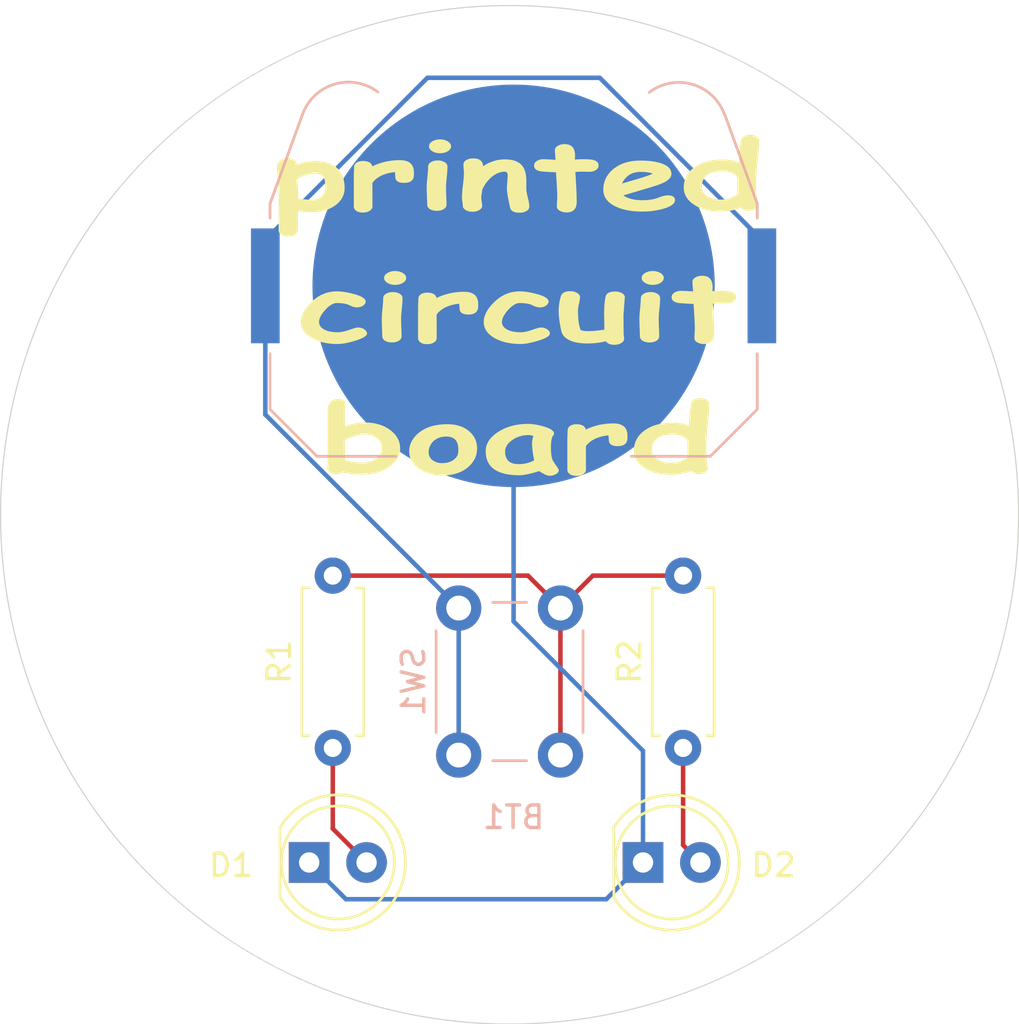
<source format=kicad_pcb>
(kicad_pcb (version 20241229) (generator "pcbnew") (generator_version "9.0")
  (layers (0 "F.Cu" signal) (2 "B.Cu" signal) (13 "F.Paste" user) (15 "B.Paste" user) (5 "F.SilkS" user "F.Silkscreen") (7 "B.SilkS" user "B.Silkscreen") (1 "F.Mask" user) (3 "B.Mask" user) (25 "Edge.Cuts" user))
  (net 0 "")
  (net 1 "Net-(BT1--)")
  (net 2 "Net-(BT1-+)")
  (net 3 "Net-(D1-A)")
  (net 4 "Net-(D2-A)")
  (net 5 "Net-(R1-Pad2)")
  (footprint "LED_THT:LED_D5.0mm" (layer "F.Cu") (at 28.44 53.5)
    (property "Reference" "D1")
    (property "Value" "LED")
  )
  (footprint "Resistor_THT:R_Axial_DIN0207_L6.3mm_D2.5mm_P7.62mm_Horizontal" (layer "F.Cu") (at 44.985 48.435 90)
    (property "Reference" "R2")
    (property "Value" "220")
  )
  (footprint "Resistor_THT:R_Axial_DIN0207_L6.3mm_D2.5mm_P7.62mm_Horizontal" (layer "F.Cu") (at 29.485 48.435 90)
    (property "Reference" "R1")
    (property "Value" "220")
  )
  (footprint "LED_THT:LED_D5.0mm" (layer "F.Cu") (at 43.21 53.5)
    (property "Reference" "D2")
    (property "Value" "LED")
  )
  (footprint "Button_Switch_THT:SW_PUSH_6mm" (layer "B.Cu") (at 35.056372 42.25 -90)
    (property "Reference" "SW1")
    (property "Value" "SW_Push")
  )
  (footprint "Battery:BatteryHolder_Keystone_3034_1x20mm" (layer "B.Cu") (at 37.485 28)
    (property "Reference" "BT1")
    (property "Value" "Battery_Cell")
  )
  (gr_poly (pts (xy 43.562838 28.275777) (xy 43.585327 28.276698) (xy 43.607308 28.278233) (xy 43.62878 28.280381) (xy 43.649743 28.283143) (xy 43.670198 28.286519) (xy 43.690145 28.290509) (xy 43.709583 28.295112) (xy 43.728513 28.300329) (xy 43.746934 28.30616) (xy 43.764847 28.312604) (xy 43.782251 28.319661) (xy 43.799147 28.327332) (xy 43.815534 28.335616) (xy 43.831413 28.344514) (xy 43.846783 28.354025) (xy 43.861427 28.363754) (xy 43.875126 28.373823) (xy 43.887881 28.384231) (xy 43.899691 28.394977) (xy 43.910557 28.406064) (xy 43.920478 28.417489) (xy 43.929454 28.429253) (xy 43.933588 28.435263) (xy 43.937486 28.441357) (xy 43.941147 28.447536) (xy 43.944573 28.4538) (xy 43.947762 28.460149) (xy 43.950715 28.466582) (xy 43.953431 28.473101) (xy 43.955912 28.479704) (xy 43.958156 28.486392) (xy 43.960164 28.493164) (xy 43.961936 28.500022) (xy 43.963472 28.506964) (xy 43.964771 28.513991) (xy 43.965834 28.521103) (xy 43.966661 28.5283) (xy 43.967252 28.535582) (xy 43.967724 28.550399) (xy 43.967239 28.59784) (xy 43.965785 28.648189) (xy 43.963361 28.701446) (xy 43.959968 28.75761) (xy 43.955607 28.816683) (xy 43.950277 28.878665) (xy 43.94398 28.943556) (xy 43.936714 29.011356) (xy 43.923152 29.144031) (xy 43.917823 29.206008) (xy 43.913461 29.265078) (xy 43.910068 29.321241) (xy 43.907644 29.374497) (xy 43.90619 29.424845) (xy 43.905705 29.472286) (xy 43.906285 29.540117) (xy 43.908026 29.625774) (xy 43.910929 29.729257) (xy 43.914992 29.85056) (xy 43.920426 29.971877) (xy 43.924304 30.075358) (xy 43.926628 30.161009) (xy 43.927403 30.228836) (xy 43.926931 30.243662) (xy 43.925514 30.258164) (xy 43.923153 30.272343) (xy 43.919847 30.286199) (xy 43.915596 30.299732) (xy 43.910401 30.312942) (xy 43.904261 30.325829) (xy 43.897177 30.338393) (xy 43.889148 30.350634) (xy 43.880174 30.362552) (xy 43.870255 30.374146) (xy 43.859391 30.385418) (xy 43.847582 30.396367) (xy 43.834829 30.406992) (xy 43.82113 30.417295) (xy 43.806486 30.427274) (xy 43.791116 30.436535) (xy 43.775238 30.445199) (xy 43.75885 30.453265) (xy 43.741955 30.460735) (xy 43.72455 30.467607) (xy 43.706637 30.473882) (xy 43.688215 30.479559) (xy 43.669284 30.484639) (xy 43.649845 30.489121) (xy 43.629896 30.493006) (xy 43.609439 30.496294) (xy 43.588473 30.498983) (xy 43.566997 30.501075) (xy 43.545013 30.50257) (xy 43.52252 30.503466) (xy 43.499518 30.503765) (xy 43.47652 30.503466) (xy 43.45403 30.50257) (xy 43.432048 30.501075) (xy 43.410574 30.498983) (xy 43.389608 30.496294) (xy 43.369151 30.493006) (xy 43.349202 30.489121) (xy 43.329761 30.484639) (xy 43.310829 30.479559) (xy 43.292405 30.473882) (xy 43.27449 30.467607) (xy 43.257084 30.460735) (xy 43.240186 30.453265) (xy 43.223798 30.445199) (xy 43.207918 30.436535) (xy 43.192547 30.427274) (xy 43.177904 30.417295) (xy 43.164205 30.406992) (xy 43.151452 30.396367) (xy 43.139644 30.385418) (xy 43.12878 30.374146) (xy 43.118862 30.362552) (xy 43.109888 30.350634) (xy 43.101859 30.338393) (xy 43.098199 30.332152) (xy 43.094775 30.325829) (xy 43.091587 30.319426) (xy 43.088635 30.312942) (xy 43.08592 30.306378) (xy 43.08344 30.299732) (xy 43.081197 30.293006) (xy 43.07919 30.286199) (xy 43.077419 30.279312) (xy 43.075885 30.272343) (xy 43.074586 30.265294) (xy 43.073523 30.258164) (xy 43.072697 30.250953) (xy 43.072107 30.243662) (xy 43.071635 30.228836) (xy 43.07086 30.161009) (xy 43.068535 30.075358) (xy 43.064657 29.971877) (xy 43.059225 29.85056) (xy 43.055162 29.729257) (xy 43.05226 29.625774) (xy 43.050519 29.540117) (xy 43.049938 29.472286) (xy 43.050422 29.424845) (xy 43.051874 29.374497) (xy 43.054294 29.321241) (xy 43.057683 29.265078) (xy 43.062042 29.206008) (xy 43.067372 29.144031) (xy 43.073673 29.079147) (xy 43.080946 29.011356) (xy 43.094505 28.878665) (xy 43.09983 28.816683) (xy 43.104187 28.75761) (xy 43.107575 28.701446) (xy 43.109994 28.648189) (xy 43.111445 28.59784) (xy 43.111929 28.550399) (xy 43.112402 28.535582) (xy 43.113819 28.521103) (xy 43.116182 28.506964) (xy 43.119489 28.493164) (xy 43.123742 28.479704) (xy 43.128939 28.466582) (xy 43.135081 28.4538) (xy 43.142168 28.441357) (xy 43.1502 28.429253) (xy 43.159176 28.417489) (xy 43.169097 28.406064) (xy 43.179963 28.394977) (xy 43.191773 28.384231) (xy 43.204527 28.373823) (xy 43.218227 28.363754) (xy 43.23287 28.354025) (xy 43.24824 28.344514) (xy 43.264119 28.335616) (xy 43.280506 28.327332) (xy 43.297402 28.319661) (xy 43.314807 28.312604) (xy 43.33272 28.30616) (xy 43.351142 28.300329) (xy 43.370073 28.295112) (xy 43.389512 28.290509) (xy 43.409461 28.286519) (xy 43.429918 28.283143) (xy 43.450885 28.280381) (xy 43.47236 28.278233) (xy 43.494345 28.276698) (xy 43.516838 28.275777) (xy 43.539841 28.27547)) (fill yes) (layer "F.SilkS"))
  (gr_poly (pts (xy 38.160183 34.105021) (xy 38.198093 34.106329) (xy 38.276094 34.11156) (xy 38.357002 34.120279) (xy 38.440817 34.132485) (xy 38.527539 34.148179) (xy 38.617168 34.167361) (xy 38.709705 34.19003) (xy 38.805148 34.216186) (xy 38.861844 34.233153) (xy 38.914881 34.250458) (xy 38.964262 34.268103) (xy 39.009985 34.286086) (xy 39.05205 34.304407) (xy 39.090457 34.323068) (xy 39.125207 34.342067) (xy 39.1563 34.361405) (xy 39.183734 34.381082) (xy 39.207511 34.401098) (xy 39.22763 34.421454) (xy 39.244091 34.442148) (xy 39.256894 34.463181) (xy 39.266039 34.484553) (xy 39.271526 34.506264) (xy 39.273355 34.528315) (xy 39.273076 34.537544) (xy 39.27224 34.546628) (xy 39.270846 34.555567) (xy 39.268895 34.564361) (xy 39.266387 34.573009) (xy 39.263321 34.581513) (xy 39.259698 34.58987) (xy 39.255518 34.598083) (xy 39.250781 34.60615) (xy 39.245487 34.614071) (xy 39.239635 34.621847) (xy 39.233227 34.629477) (xy 39.226261 34.636962) (xy 39.218739 34.644301) (xy 39.210659 34.651495) (xy 39.202023 34.658543) (xy 39.194467 34.67989) (xy 39.187299 34.702595) (xy 39.180517 34.726659) (xy 39.174122 34.75208) (xy 39.168115 34.778858) (xy 39.162494 34.806992) (xy 39.15726 34.836481) (xy 39.152414 34.867326) (xy 39.148785 34.899009) (xy 39.145638 34.932047) (xy 39.142973 34.966441) (xy 39.140792 35.00219) (xy 39.139094 35.039297) (xy 39.13788 35.077761) (xy 39.137152 35.117583) (xy 39.136909 35.158763) (xy 39.138217 35.254011) (xy 39.142143 35.342348) (xy 39.148685 35.423773) (xy 39.157844 35.498287) (xy 39.163405 35.532953) (xy 39.16962 35.56589) (xy 39.176489 35.597099) (xy 39.184013 35.62658) (xy 39.192191 35.654332) (xy 39.201023 35.680357) (xy 39.210509 35.704654) (xy 39.22065 35.727222) (xy 39.22491 35.734644) (xy 39.233047 35.747625) (xy 39.24506 35.766163) (xy 39.260949 35.790258) (xy 39.304354 35.855117) (xy 39.36326 35.942195) (xy 39.391603 35.984245) (xy 39.416168 36.021515) (xy 39.436954 36.054006) (xy 39.453962 36.081716) (xy 39.467191 36.104647) (xy 39.476641 36.122798) (xy 39.479948 36.130081) (xy 39.482311 36.136169) (xy 39.483728 36.141062) (xy 39.484201 36.14476) (xy 39.483704 36.158307) (xy 39.482214 36.171564) (xy 39.47973 36.184531) (xy 39.476254 36.197207) (xy 39.471784 36.209593) (xy 39.46632 36.221688) (xy 39.459864 36.233493) (xy 39.452414 36.245007) (xy 39.443972 36.256231) (xy 39.434536 36.267165) (xy 39.424107 36.277808) (xy 39.412685 36.28816) (xy 39.40027 36.298221) (xy 39.386862 36.307992) (xy 39.372462 36.317472) (xy 39.357068 36.326661) (xy 39.341408 36.335422) (xy 39.325433 36.343618) (xy 39.309142 36.351248) (xy 39.292537 36.358312) (xy 39.275616 36.364811) (xy 39.258381 36.370745) (xy 39.24083 36.376114) (xy 39.222965 36.380917) (xy 39.204784 36.385155) (xy 39.186288 36.388828) (xy 39.167478 36.391935) (xy 39.148352 36.394478) (xy 39.128912 36.396455) (xy 39.109156 36.397868) (xy 39.089086 36.398715) (xy 39.0687 36.398998) (xy 39.050216 36.39819) (xy 39.030425 36.395768) (xy 39.009326 36.391731) (xy 38.986919 36.386079) (xy 38.963204 36.378813) (xy 38.938181 36.369932) (xy 38.91185 36.359436) (xy 38.884212 36.347325) (xy 38.855266 36.333599) (xy 38.825012 36.318259) (xy 38.79345 36.301304) (xy 38.76058 36.282734) (xy 38.726403 36.262549) (xy 38.690917 36.24075) (xy 38.654124 36.217336) (xy 38.616023 36.192307) (xy 38.545772 36.214328) (xy 38.477653 36.23493) (xy 38.411667 36.254113) (xy 38.347813 36.271876) (xy 38.286091 36.288219) (xy 38.2265 36.303142) (xy 38.169041 36.316644) (xy 38.113713 36.328725) (xy 38.060468 36.339869) (xy 38.009259 36.349526) (xy 37.960085 36.357698) (xy 37.912946 36.364384) (xy 37.867842 36.369585) (xy 37.82477 36.373299) (xy 37.783731 36.375528) (xy 37.744725 36.376271) (xy 37.652773 36.375229) (xy 37.563728 36.372105) (xy 37.47759 36.366897) (xy 37.394359 36.359606) (xy 37.314034 36.350233) (xy 37.236616 36.338776) (xy 37.162104 36.325235) (xy 37.090499 36.309612) (xy 37.021801 36.291905) (xy 36.95601 36.272115) (xy 36.893126 36.250242) (xy 36.833149 36.226285) (xy 36.776079 36.200245) (xy 36.721915 36.172122) (xy 36.670659 36.141915) (xy 36.62231 36.109624) (xy 36.577254 36.075258) (xy 36.535105 36.038825) (xy 36.495863 36.000325) (xy 36.459527 35.959758) (xy 36.442449 35.9387) (xy 36.426098 35.917125) (xy 36.410473 35.895033) (xy 36.395575 35.872424) (xy 36.381404 35.849298) (xy 36.36796 35.825656) (xy 36.343251 35.776821) (xy 36.321448 35.725919) (xy 36.302553 35.672949) (xy 36.286564 35.617913) (xy 36.273483 35.560809) (xy 36.263308 35.501638) (xy 36.25604 35.440399) (xy 36.25168 35.377093) (xy 36.250595 35.328283) (xy 37.109089 35.328283) (xy 37.10967 35.362372) (xy 37.111415 35.395395) (xy 37.114322 35.427353) (xy 37.118391 35.458244) (xy 37.123624 35.48807) (xy 37.130019 35.51683) (xy 37.137578 35.544525) (xy 37.146299 35.571153) (xy 37.156184 35.596716) (xy 37.167231 35.621214) (xy 37.179442 35.644645) (xy 37.192816 35.667012) (xy 37.207353 35.688312) (xy 37.223053 35.708548) (xy 37.239917 35.727718) (xy 37.257943 35.745822) (xy 37.277128 35.76259) (xy 37.297476 35.778277) (xy 37.318986 35.792881) (xy 37.341659 35.806405) (xy 37.365495 35.818846) (xy 37.390494 35.830206) (xy 37.416655 35.840484) (xy 37.443979 35.849681) (xy 37.472465 35.857795) (xy 37.502115 35.864828) (xy 37.532927 35.870779) (xy 37.564902 35.875648) (xy 37.598039 35.879435) (xy 37.632339 35.88214) (xy 37.667802 35.883763) (xy 37.704428 35.884304) (xy 37.75215 35.883658) (xy 37.799192 35.88172) (xy 37.845556 35.87849) (xy 37.891241 35.873969) (xy 37.936247 35.868157) (xy 37.980576 35.861054) (xy 38.024226 35.852661) (xy 38.067199 35.842977) (xy 38.110269 35.831508) (xy 38.152661 35.818812) (xy 38.194375 35.804889) (xy 38.235411 35.789739) (xy 38.275769 35.773363) (xy 38.315448 35.75576) (xy 38.354448 35.736931) (xy 38.392768 35.716876) (xy 38.370965 35.59776) (xy 38.352069 35.486396) (xy 38.33608 35.382783) (xy 38.322998 35.286922) (xy 38.312822 35.198812) (xy 38.305555 35.118453) (xy 38.301194 35.045846) (xy 38.29974 34.980991) (xy 38.299934 34.964169) (xy 38.300515 34.946765) (xy 38.301483 34.928778) (xy 38.30284 34.910208) (xy 38.304584 34.891055) (xy 38.306717 34.871319) (xy 38.309239 34.851) (xy 38.31215 34.830098) (xy 38.316223 34.808108) (xy 38.320683 34.785535) (xy 38.32553 34.762379) (xy 38.330764 34.738642) (xy 38.342392 34.689423) (xy 38.355568 34.63788) (xy 38.340255 34.632904) (xy 38.325331 34.628315) (xy 38.310796 34.624114) (xy 38.296649 34.620301) (xy 38.28289 34.616876) (xy 38.269519 34.61384) (xy 38.256536 34.611192) (xy 38.24394 34.608934) (xy 38.232505 34.606514) (xy 38.221457 34.604415) (xy 38.210797 34.602637) (xy 38.200525 34.601181) (xy 38.190641 34.600048) (xy 38.181146 34.599237) (xy 38.172039 34.598751) (xy 38.163322 34.598588) (xy 38.111024 34.599452) (xy 38.059549 34.602045) (xy 38.008898 34.606365) (xy 37.95907 34.612414) (xy 37.910066 34.620191) (xy 37.861886 34.629696) (xy 37.814528 34.640929) (xy 37.767995 34.65389) (xy 37.722285 34.668579) (xy 37.677398 34.684996) (xy 37.633335 34.70314) (xy 37.590096 34.723013) (xy 37.54768 34.744613) (xy 37.506087 34.767941) (xy 37.465318 34.792997) (xy 37.425372 34.819781) (xy 37.387074 34.847444) (xy 37.351246 34.875657) (xy 37.317889 34.904418) (xy 37.287002 34.933728) (xy 37.258587 34.963587) (xy 37.232641 34.993996) (xy 37.209167 35.024953) (xy 37.188164 35.05646) (xy 37.169631 35.088515) (xy 37.153569 35.12112) (xy 37.139978 35.154274) (xy 37.128858 35.187977) (xy 37.124225 35.205035) (xy 37.120209 35.222229) (xy 37.114031 35.257031) (xy 37.110325 35.292382) (xy 37.109089 35.328283) (xy 36.250595 35.328283) (xy 36.250226 35.31172) (xy 36.252382 35.250016) (xy 36.25885 35.189442) (xy 36.269629 35.129998) (xy 36.28472 35.071685) (xy 36.304123 35.014502) (xy 36.327837 34.95845) (xy 36.355864 34.903528) (xy 36.388203 34.849737) (xy 36.424853 34.797077) (xy 36.465816 34.745546) (xy 36.51109 34.695147) (xy 36.560677 34.645877) (xy 36.614576 34.597739) (xy 36.672787 34.55073) (xy 36.735311 34.504853) (xy 36.802146 34.460105) (xy 36.871981 34.417054) (xy 36.943512 34.37678) (xy 37.016738 34.339284) (xy 37.091661 34.304565) (xy 37.16828 34.272624) (xy 37.246594 34.24346) (xy 37.326604 34.217074) (xy 37.40831 34.193465) (xy 37.491712 34.172634) (xy 37.576809 34.15458) (xy 37.663602 34.139304) (xy 37.75209 34.126805) (xy 37.842274 34.117084) (xy 37.934154 34.11014) (xy 38.027729 34.105974) (xy 38.122999 34.104585)) (fill yes) (layer "F.SilkS"))
  (gr_poly (pts (xy 34.152381 22.454944) (xy 34.174874 22.455865) (xy 34.196858 22.457399) (xy 34.218334 22.459547) (xy 34.2393 22.462308) (xy 34.259757 22.465683) (xy 34.279706 22.469672) (xy 34.299145 22.474275) (xy 34.318076 22.479491) (xy 34.336498 22.485321) (xy 34.354411 22.491764) (xy 34.371816 22.498821) (xy 34.388712 22.506492) (xy 34.405099 22.514777) (xy 34.420978 22.523675) (xy 34.436348 22.533187) (xy 34.450992 22.542916) (xy 34.46469 22.552985) (xy 34.477444 22.563392) (xy 34.489252 22.574139) (xy 34.500116 22.585225) (xy 34.510034 22.59665) (xy 34.519008 22.608415) (xy 34.523141 22.614424) (xy 34.527037 22.620518) (xy 34.530698 22.626697) (xy 34.534122 22.632961) (xy 34.53731 22.63931) (xy 34.540261 22.645743) (xy 34.542977 22.652261) (xy 34.545456 22.658864) (xy 34.5477 22.665551) (xy 34.549707 22.672324) (xy 34.551478 22.679181) (xy 34.553013 22.686123) (xy 34.554311 22.69315) (xy 34.555374 22.700261) (xy 34.5562 22.707458) (xy 34.55679 22.714739) (xy 34.557263 22.729555) (xy 34.556779 22.777) (xy 34.555328 22.827353) (xy 34.552908 22.880612) (xy 34.54952 22.936778) (xy 34.545164 22.99585) (xy 34.539839 23.05783) (xy 34.533544 23.122716) (xy 34.52628 23.19051) (xy 34.512706 23.323189) (xy 34.507376 23.385169) (xy 34.503016 23.444242) (xy 34.499627 23.500408) (xy 34.497206 23.553667) (xy 34.495755 23.604019) (xy 34.495271 23.651464) (xy 34.495851 23.719289) (xy 34.497593 23.804944) (xy 34.500495 23.908424) (xy 34.504558 24.029728) (xy 34.50999 24.151044) (xy 34.513868 24.254525) (xy 34.516193 24.340176) (xy 34.516967 24.408003) (xy 34.516495 24.422828) (xy 34.515078 24.437331) (xy 34.512717 24.45151) (xy 34.509411 24.465366) (xy 34.505161 24.478899) (xy 34.499966 24.49211) (xy 34.493826 24.504996) (xy 34.486742 24.51756) (xy 34.478713 24.529801) (xy 34.469739 24.541719) (xy 34.45982 24.553314) (xy 34.448956 24.564585) (xy 34.437148 24.575534) (xy 34.424394 24.586159) (xy 34.410696 24.596461) (xy 34.396052 24.606441) (xy 34.380682 24.615702) (xy 34.364802 24.624366) (xy 34.348414 24.632432) (xy 34.331516 24.639902) (xy 34.31411 24.646774) (xy 34.296195 24.653048) (xy 34.277771 24.658726) (xy 34.258839 24.663805) (xy 34.239399 24.668288) (xy 34.219449 24.672173) (xy 34.198992 24.67546) (xy 34.178026 24.67815) (xy 34.156552 24.680242) (xy 34.13457 24.681736) (xy 34.11208 24.682633) (xy 34.089082 24.682931) (xy 34.06608 24.682633) (xy 34.043587 24.681736) (xy 34.021603 24.680242) (xy 34.000127 24.67815) (xy 33.979161 24.67546) (xy 33.958704 24.672173) (xy 33.938756 24.668288) (xy 33.919316 24.663805) (xy 33.900385 24.658726) (xy 33.881963 24.653048) (xy 33.86405 24.646774) (xy 33.846645 24.639902) (xy 33.829749 24.632432) (xy 33.813362 24.624366) (xy 33.797483 24.615702) (xy 33.782113 24.606441) (xy 33.767469 24.596461) (xy 33.753771 24.586159) (xy 33.741018 24.575534) (xy 33.729209 24.564585) (xy 33.718345 24.553314) (xy 33.708427 24.541719) (xy 33.699453 24.529801) (xy 33.691424 24.51756) (xy 33.687763 24.511319) (xy 33.684339 24.504996) (xy 33.681151 24.498593) (xy 33.6782 24.49211) (xy 33.675484 24.485545) (xy 33.673005 24.478899) (xy 33.670761 24.472173) (xy 33.668754 24.465366) (xy 33.666983 24.458479) (xy 33.665449 24.45151) (xy 33.66415 24.444461) (xy 33.663087 24.437331) (xy 33.662261 24.43012) (xy 33.661671 24.422828) (xy 33.661198 24.408003) (xy 33.66042 24.340176) (xy 33.658089 24.254525) (xy 33.654211 24.151044) (xy 33.64879 24.029728) (xy 33.644722 23.908424) (xy 33.641811 23.804944) (xy 33.640061 23.719289) (xy 33.639477 23.651464) (xy 33.639961 23.604019) (xy 33.641416 23.553667) (xy 33.643839 23.500408) (xy 33.647232 23.444242) (xy 33.651593 23.385169) (xy 33.656922 23.323189) (xy 33.66322 23.258303) (xy 33.670485 23.19051) (xy 33.684059 23.05783) (xy 33.689389 22.99585) (xy 33.693749 22.936778) (xy 33.697139 22.880612) (xy 33.699559 22.827353) (xy 33.701011 22.777) (xy 33.701494 22.729555) (xy 33.701967 22.714739) (xy 33.703385 22.700261) (xy 33.705747 22.686123) (xy 33.709054 22.672324) (xy 33.713307 22.658864) (xy 33.718504 22.645743) (xy 33.724646 22.632961) (xy 33.731733 22.620518) (xy 33.739765 22.608415) (xy 33.748741 22.59665) (xy 33.758662 22.585225) (xy 33.769527 22.574139) (xy 33.781338 22.563392) (xy 33.794092 22.552985) (xy 33.807792 22.542916) (xy 33.822436 22.533187) (xy 33.837801 22.523675) (xy 33.853677 22.514777) (xy 33.870062 22.506492) (xy 33.886956 22.498821) (xy 33.90436 22.491764) (xy 33.922273 22.485321) (xy 33.940695 22.479491) (xy 33.959625 22.474275) (xy 33.979065 22.469672) (xy 33.999013 22.465683) (xy 34.01947 22.462308) (xy 34.040435 22.459547) (xy 34.061909 22.457399) (xy 34.083891 22.455865) (xy 34.106381 22.454944) (xy 34.129379 22.454637)) (fill yes) (layer "F.SilkS"))
  (gr_poly (pts (xy 43.234662 22.462648) (xy 43.360964 22.468074) (xy 43.481549 22.477117) (xy 43.596418 22.489778) (xy 43.70557 22.506056) (xy 43.809007 22.525951) (xy 43.906728 22.549464) (xy 43.998734 22.576594) (xy 44.055429 22.596376) (xy 44.108466 22.617483) (xy 44.157845 22.639913) (xy 44.203566 22.663668) (xy 44.245629 22.688747) (xy 44.284034 22.71515) (xy 44.318782 22.742878) (xy 44.349872 22.77193) (xy 44.377304 22.802306) (xy 44.401078 22.834006) (xy 44.411593 22.850353) (xy 44.421194 22.867031) (xy 44.429881 22.884039) (xy 44.437653 22.901379) (xy 44.444511 22.91905) (xy 44.450455 22.937052) (xy 44.455484 22.955385) (xy 44.459598 22.974049) (xy 44.462799 22.993044) (xy 44.465085 23.012371) (xy 44.466913 23.052016) (xy 44.466541 23.066177) (xy 44.465424 23.080236) (xy 44.463561 23.094195) (xy 44.460954 23.108053) (xy 44.457602 23.12181) (xy 44.453505 23.135466) (xy 44.448663 23.149021) (xy 44.443077 23.162475) (xy 44.436745 23.175828) (xy 44.429668 23.18908) (xy 44.421847 23.202232) (xy 44.413281 23.215282) (xy 44.40397 23.228231) (xy 44.393914 23.24108) (xy 44.383113 23.253827) (xy 44.371567 23.266474) (xy 44.359277 23.279019) (xy 44.346242 23.291464) (xy 44.317937 23.316051) (xy 44.286652 23.340234) (xy 44.252389 23.364013) (xy 44.215146 23.387389) (xy 44.174924 23.41036) (xy 44.131723 23.432929) (xy 44.085543 23.455093) (xy 44.03666 23.47641) (xy 43.976829 23.500052) (xy 43.906048 23.526019) (xy 43.824317 23.554312) (xy 43.731636 23.584931) (xy 43.628005 23.617874) (xy 43.513423 23.653144) (xy 43.38789 23.690739) (xy 42.342971 23.998719) (xy 42.361817 24.011948) (xy 42.381148 24.024757) (xy 42.400963 24.037145) (xy 42.421264 24.049113) (xy 42.442049 24.06066) (xy 42.463318 24.071788) (xy 42.485072 24.082495) (xy 42.507311 24.092782) (xy 42.530033 24.102648) (xy 42.55324 24.112095) (xy 42.576931 24.121122) (xy 42.601106 24.129729) (xy 42.625765 24.137915) (xy 42.650908 24.145682) (xy 42.676535 24.153029) (xy 42.702646 24.159956) (xy 42.756329 24.172551) (xy 42.81195 24.183466) (xy 42.869508 24.192702) (xy 42.929003 24.200259) (xy 42.990436 24.206136) (xy 43.053805 24.210334) (xy 43.119112 24.212853) (xy 43.186356 24.213693) (xy 43.288241 24.211917) (xy 43.386153 24.206588) (xy 43.480092 24.197707) (xy 43.570058 24.185273) (xy 43.613552 24.177724) (xy 43.656052 24.169286) (xy 43.697559 24.15996) (xy 43.738074 24.149745) (xy 43.777595 24.138642) (xy 43.816123 24.126651) (xy 43.853659 24.11377) (xy 43.890202 24.100002) (xy 43.952937 24.076263) (xy 44.012478 24.05569) (xy 44.068822 24.038282) (xy 44.121969 24.02404) (xy 44.17192 24.012962) (xy 44.195696 24.00861) (xy 44.218673 24.005049) (xy 44.24085 24.00228) (xy 44.262227 24.000302) (xy 44.282804 23.999115) (xy 44.302582 23.998719) (xy 44.34163 23.999535) (xy 44.378159 24.001982) (xy 44.412169 24.006061) (xy 44.44366 24.01177) (xy 44.472632 24.019111) (xy 44.499085 24.028084) (xy 44.523019 24.038687) (xy 44.534041 24.0446) (xy 44.544434 24.050921) (xy 44.554196 24.05765) (xy 44.563329 24.064786) (xy 44.571832 24.072331) (xy 44.579705 24.080282) (xy 44.586949 24.088642) (xy 44.593562 24.097409) (xy 44.599546 24.106584) (xy 44.6049 24.116167) (xy 44.609624 24.126157) (xy 44.613718 24.136555) (xy 44.617182 24.14736) (xy 44.620017 24.158573) (xy 44.622221 24.170194) (xy 44.623796 24.182222) (xy 44.624741 24.194658) (xy 44.625056 24.207502) (xy 44.62455 24.222144) (xy 44.623033 24.236616) (xy 44.620504 24.250919) (xy 44.616964 24.265052) (xy 44.612413 24.279016) (xy 44.60685 24.292811) (xy 44.600276 24.306436) (xy 44.592691 24.319891) (xy 44.584094 24.333177) (xy 44.574486 24.346294) (xy 44.563866 24.359241) (xy 44.552235 24.372019) (xy 44.539593 24.384627) (xy 44.525939 24.397065) (xy 44.511274 24.409334) (xy 44.495598 24.421434) (xy 44.47891 24.433364) (xy 44.461211 24.445124) (xy 44.442501 24.456715) (xy 44.422779 24.468137) (xy 44.402046 24.479389) (xy 44.380302 24.490471) (xy 44.357547 24.501384) (xy 44.33378 24.512127) (xy 44.283212 24.533105) (xy 44.2286 24.553404) (xy 44.169942 24.573025) (xy 44.107239 24.591968) (xy 43.997899 24.621036) (xy 43.886909 24.64623) (xy 43.774271 24.667549) (xy 43.659984 24.684992) (xy 43.544049 24.698559) (xy 43.426465 24.708251) (xy 43.307234 24.714066) (xy 43.186356 24.716004) (xy 43.094779 24.715084) (xy 43.005309 24.712322) (xy 42.917947 24.707719) (xy 42.832692 24.701276) (xy 42.749544 24.692991) (xy 42.668503 24.682865) (xy 42.58957 24.670899) (xy 42.512744 24.657092) (xy 42.438026 24.641443) (xy 42.365415 24.623954) (xy 42.294912 24.604625) (xy 42.226516 24.583454) (xy 42.160228 24.560443) (xy 42.096048 24.535592) (xy 42.033975 24.508899) (xy 41.97401 24.480367) (xy 41.910932 24.446976) (xy 41.851923 24.411923) (xy 41.796984 24.375206) (xy 41.746114 24.336827) (xy 41.699314 24.296784) (xy 41.656583 24.255078) (xy 41.617921 24.211709) (xy 41.600116 24.189401) (xy 41.583329 24.166677) (xy 41.567559 24.143537) (xy 41.552806 24.119982) (xy 41.539071 24.09601) (xy 41.526353 24.071623) (xy 41.514653 24.04682) (xy 41.50397 24.021602) (xy 41.494304 23.995967) (xy 41.485656 23.969917) (xy 41.478025 23.943451) (xy 41.471412 23.916569) (xy 41.465816 23.889272) (xy 41.461237 23.861558) (xy 41.457676 23.833429) (xy 41.455132 23.804884) (xy 41.453098 23.746547) (xy 41.454708 23.681806) (xy 41.459541 23.618325) (xy 41.467595 23.556103) (xy 41.47887 23.495141) (xy 41.484078 23.473696) (xy 42.280979 23.473696) (xy 42.978606 23.273192) (xy 43.080588 23.24196) (xy 43.177241 23.211309) (xy 43.268566 23.18124) (xy 43.354562 23.151752) (xy 43.435229 23.122846) (xy 43.510566 23.094521) (xy 43.580573 23.066777) (xy 43.645251 23.039615) (xy 43.618788 23.030103) (xy 43.591332 23.021205) (xy 43.562881 23.01292) (xy 43.533437 23.00525) (xy 43.503 22.998192) (xy 43.471569 22.991749) (xy 43.439144 22.985919) (xy 43.405727 22.980703) (xy 43.371316 22.9761) (xy 43.335912 22.972112) (xy 43.299515 22.968736) (xy 43.262126 22.965975) (xy 43.223744 22.963827) (xy 43.184369 22.962293) (xy 43.102642 22.961066) (xy 43.066923 22.961566) (xy 43.031859 22.963068) (xy 42.997448 22.965571) (xy 42.963692 22.969075) (xy 42.93059 22.973581) (xy 42.898142 22.979088) (xy 42.866348 22.985596) (xy 42.835208 22.993105) (xy 42.804723 23.001616) (xy 42.774892 23.011128) (xy 42.745715 23.021641) (xy 42.717192 23.033155) (xy 42.689324 23.04567) (xy 42.66211 23.059187) (xy 42.63555 23.073705) (xy 42.609644 23.089224) (xy 42.584376 23.105744) (xy 42.559738 23.123266) (xy 42.535731 23.141788) (xy 42.512354 23.161312) (xy 42.489608 23.181837) (xy 42.467492 23.203364) (xy 42.446006 23.225891) (xy 42.425151 23.24942) (xy 42.404925 23.273951) (xy 42.385329 23.299482) (xy 42.366363 23.326015) (xy 42.348027 23.353548) (xy 42.330321 23.382083) (xy 42.313244 23.41162) (xy 42.296797 23.442157) (xy 42.280979 23.473696) (xy 41.484078 23.473696) (xy 41.493367 23.435439) (xy 41.511086 23.376996) (xy 41.532027 23.319813) (xy 41.556189 23.263889) (xy 41.583574 23.209226) (xy 41.61418 23.155821) (xy 41.648008 23.103676) (xy 41.685058 23.052791) (xy 41.72533 23.003166) (xy 41.768824 22.9548) (xy 41.81554 22.907694) (xy 41.865478 22.861847) (xy 41.924088 22.813287) (xy 41.985194 22.767861) (xy 42.048794 22.725567) (xy 42.114889 22.686406) (xy 42.183479 22.650378) (xy 42.254564 22.617483) (xy 42.328144 22.587721) (xy 42.404219 22.561091) (xy 42.482788 22.537595) (xy 42.563853 22.517231) (xy 42.647413 22.5) (xy 42.733469 22.485902) (xy 42.822019 22.474937) (xy 42.913065 22.467105) (xy 43.006606 22.462406) (xy 43.102642 22.460839)) (fill yes) (layer "F.SilkS"))
  (gr_poly (pts (xy 40.01188 28.238568) (xy 40.03374 28.239464) (xy 40.055189 28.240957) (xy 40.076226 28.243047) (xy 40.096851 28.245735) (xy 40.117064 28.24902) (xy 40.136866 28.252903) (xy 40.156256 28.257383) (xy 40.175234 28.26246) (xy 40.1938 28.268135) (xy 40.211954 28.274407) (xy 40.229697 28.281277) (xy 40.247028 28.288745) (xy 40.263948 28.29681) (xy 40.280455 28.305473) (xy 40.296551 28.314734) (xy 40.311945 28.324198) (xy 40.326345 28.333984) (xy 40.339753 28.344093) (xy 40.352168 28.354526) (xy 40.36359 28.365282) (xy 40.374019 28.37636) (xy 40.383454 28.387762) (xy 40.391897 28.399487) (xy 40.399347 28.411535) (xy 40.402699 28.41768) (xy 40.405803 28.423906) (xy 40.408659 28.430213) (xy 40.411266 28.4366) (xy 40.413626 28.443068) (xy 40.415736 28.449617) (xy 40.417599 28.456247) (xy 40.419213 28.462958) (xy 40.420579 28.469749) (xy 40.421697 28.476621) (xy 40.422566 28.483574) (xy 40.423187 28.490607) (xy 40.423683 28.504917) (xy 40.423502 28.516691) (xy 40.422957 28.529271) (xy 40.420776 28.556854) (xy 40.417143 28.587664) (xy 40.412055 28.621704) (xy 40.405514 28.658973) (xy 40.397519 28.699472) (xy 40.388071 28.743202) (xy 40.377169 28.790164) (xy 40.366994 28.837288) (xy 40.358178 28.881505) (xy 40.35072 28.922815) (xy 40.34462 28.961217) (xy 40.339876 28.996713) (xy 40.336488 29.029301) (xy 40.334456 29.058982) (xy 40.333779 29.085757) (xy 40.334214 29.157492) (xy 40.33552 29.226965) (xy 40.337698 29.294177) (xy 40.340747 29.359127) (xy 40.344668 29.421817) (xy 40.349461 29.482246) (xy 40.355126 29.540415) (xy 40.361665 29.596323) (xy 40.369858 29.649423) (xy 40.37892 29.700196) (xy 40.388852 29.748643) (xy 40.399656 29.794764) (xy 40.411331 29.83856) (xy 40.423879 29.88003) (xy 40.437301 29.919176) (xy 40.451597 29.955998) (xy 40.470878 29.961521) (xy 40.489965 29.966719) (xy 40.508859 29.971594) (xy 40.527559 29.976146) (xy 40.546066 29.980375) (xy 40.564379 29.984282) (xy 40.582499 29.987869) (xy 40.600426 29.991135) (xy 40.618933 29.994038) (xy 40.637246 29.996556) (xy 40.655366 29.998688) (xy 40.673292 30.000434) (xy 40.691024 30.001793) (xy 40.708564 30.002765) (xy 40.725909 30.003349) (xy 40.743061 30.003543) (xy 40.830169 30.002509) (xy 40.919409 29.999407) (xy 41.010779 29.994237) (xy 41.104281 29.987) (xy 41.199915 29.977697) (xy 41.297681 29.966329) (xy 41.39758 29.952895) (xy 41.499612 29.937397) (xy 41.498838 29.767373) (xy 41.496516 29.575659) (xy 41.491849 29.367915) (xy 41.490685 29.289627) (xy 41.490298 29.228394) (xy 41.491218 29.124266) (xy 41.493979 29.023755) (xy 41.498582 28.92686) (xy 41.505026 28.833582) (xy 41.513311 28.743921) (xy 41.523439 28.657876) (xy 41.535409 28.575447) (xy 41.549221 28.496635) (xy 41.552449 28.481502) (xy 41.556319 28.466849) (xy 41.560831 28.452676) (xy 41.565984 28.438984) (xy 41.57178 28.425773) (xy 41.578217 28.413042) (xy 41.585296 28.400792) (xy 41.593017 28.389022) (xy 41.60138 28.377733) (xy 41.610385 28.366924) (xy 41.620032 28.356596) (xy 41.63032 28.346748) (xy 41.641251 28.337381) (xy 41.652823 28.328494) (xy 41.665038 28.320087) (xy 41.677894 28.312161) (xy 41.691393 28.304716) (xy 41.705533 28.297751) (xy 41.720316 28.291266) (xy 41.73574 28.285262) (xy 41.751807 28.279738) (xy 41.768515 28.274695) (xy 41.785866 28.270131) (xy 41.803859 28.266049) (xy 41.822493 28.262446) (xy 41.84177 28.259324) (xy 41.861689 28.256683) (xy 41.88225 28.254521) (xy 41.903453 28.25284) (xy 41.925298 28.251639) (xy 41.947785 28.250919) (xy 41.970914 28.250679) (xy 41.993573 28.250977) (xy 42.015821 28.251873) (xy 42.037656 28.253366) (xy 42.05908 28.255457) (xy 42.080093 28.258144) (xy 42.100693 28.261429) (xy 42.120883 28.265312) (xy 42.140661 28.269792) (xy 42.160027 28.274869) (xy 42.178982 28.280544) (xy 42.197526 28.286816) (xy 42.215658 28.293686) (xy 42.233379 28.301154) (xy 42.250689 28.309219) (xy 42.267588 28.317882) (xy 42.284075 28.327143) (xy 42.299807 28.336856) (xy 42.314449 28.346877) (xy 42.328002 28.357204) (xy 42.340465 28.367838) (xy 42.351838 28.378779) (xy 42.362121 28.390027) (xy 42.366854 28.395766) (xy 42.371314 28.401582) (xy 42.375502 28.407474) (xy 42.379417 28.413444) (xy 42.38306 28.41949) (xy 42.38643 28.425613) (xy 42.389528 28.431812) (xy 42.392353 28.438088) (xy 42.394905 28.444441) (xy 42.397185 28.450871) (xy 42.399193 28.457378) (xy 42.400927 28.463961) (xy 42.402389 28.470621) (xy 42.403579 28.477358) (xy 42.404496 28.484171) (xy 42.40514 28.491061) (xy 42.405511 28.498028) (xy 42.40561 28.505072) (xy 42.405436 28.512192) (xy 42.404989 28.519389) (xy 42.360817 29.095063) (xy 42.349774 29.223994) (xy 42.347013 29.248735) (xy 42.346323 29.251174) (xy 42.346092 29.246993) (xy 42.346867 29.42062) (xy 42.349188 29.664533) (xy 42.35151 29.908445) (xy 42.352284 30.082072) (xy 42.352429 30.093605) (xy 42.352865 30.106494) (xy 42.353591 30.12074) (xy 42.354609 30.136341) (xy 42.355918 30.153298) (xy 42.357519 30.171611) (xy 42.359412 30.191278) (xy 42.361597 30.2123) (xy 42.3645 30.232846) (xy 42.367015 30.252097) (xy 42.369143 30.270056) (xy 42.370885 30.286721) (xy 42.372239 30.302093) (xy 42.373206 30.316174) (xy 42.373786 30.328964) (xy 42.37398 30.340463) (xy 42.373483 30.354772) (xy 42.371994 30.368758) (xy 42.369512 30.38242) (xy 42.366037 30.395759) (xy 42.361569 30.408774) (xy 42.356108 30.421466) (xy 42.349654 30.433835) (xy 42.342207 30.44588) (xy 42.333767 30.457602) (xy 42.324333 30.469002) (xy 42.313907 30.480078) (xy 42.302487 30.490832) (xy 42.290074 30.501263) (xy 42.276667 30.511371) (xy 42.262267 30.521157) (xy 42.246874 30.53062) (xy 42.231137 30.539881) (xy 42.214939 30.548545) (xy 42.198283 30.556611) (xy 42.181166 30.564081) (xy 42.16359 30.570953) (xy 42.145554 30.577227) (xy 42.127059 30.582904) (xy 42.108104 30.587984) (xy 42.088689 30.592467) (xy 42.068814 30.596351) (xy 42.048479 30.599639) (xy 42.027684 30.602328) (xy 42.006429 30.60442) (xy 41.984715 30.605915) (xy 41.96254 30.606811) (xy 41.939905 30.60711) (xy 41.908279 30.606505) (xy 41.877743 30.604688) (xy 41.848298 30.60166) (xy 41.819944 30.597422) (xy 41.79268 30.591972) (xy 41.766506 30.585311) (xy 41.741423 30.577439) (xy 41.71743 30.568356) (xy 41.694527 30.558061) (xy 41.672714 30.546556) (xy 41.651992 30.53384) (xy 41.632359 30.519912) (xy 41.613816 30.504774) (xy 41.596363 30.488424) (xy 41.58 30.470863) (xy 41.564726 30.452091) (xy 41.465071 30.474861) (xy 41.364543 30.494593) (xy 41.263142 30.511287) (xy 41.160869 30.524945) (xy 41.057724 30.535566) (xy 40.953708 30.543152) (xy 40.84882 30.547703) (xy 40.743061 30.54922) (xy 40.635169 30.547283) (xy 40.531636 30.541471) (xy 40.432464 30.531784) (xy 40.384512 30.525487) (xy 40.337651 30.518221) (xy 40.291879 30.509986) (xy 40.247197 30.500782) (xy 40.203605 30.49061) (xy 40.161103 30.479468) (xy 40.11969 30.467357) (xy 40.079367 30.454277) (xy 40.040134 30.440228) (xy 40.001991 30.425209) (xy 39.960814 30.406871) (xy 39.921768 30.387516) (xy 39.884852 30.367144) (xy 39.850068 30.345755) (xy 39.817415 30.323348) (xy 39.786894 30.299925) (xy 39.758503 30.275484) (xy 39.732245 30.250026) (xy 39.708118 30.22355) (xy 39.686122 30.196057) (xy 39.666259 30.167547) (xy 39.648527 30.13802) (xy 39.632928 30.107475) (xy 39.619461 30.075912) (xy 39.608126 30.043332) (xy 39.598924 30.009734) (xy 39.570581 29.882254) (xy 39.546016 29.758196) (xy 39.52523 29.637562) (xy 39.508222 29.520352) (xy 39.494993 29.406566) (xy 39.485544 29.296204) (xy 39.479874 29.189268) (xy 39.477984 29.085757) (xy 39.479437 29.017381) (xy 39.483798 28.946617) (xy 39.491066 28.873463) (xy 39.50124 28.79792) (xy 39.514322 28.719986) (xy 39.530311 28.639663) (xy 39.549208 28.556949) (xy 39.571011 28.471844) (xy 39.575173 28.457472) (xy 39.579911 28.443557) (xy 39.585224 28.430098) (xy 39.591113 28.417095) (xy 39.597577 28.404549) (xy 39.604616 28.392459) (xy 39.612231 28.380825) (xy 39.620422 28.369648) (xy 39.629188 28.358927) (xy 39.638529 28.348662) (xy 39.648445 28.338854) (xy 39.658938 28.329502) (xy 39.670005 28.320606) (xy 39.681648 28.312167) (xy 39.693866 28.304184) (xy 39.70666 28.296657) (xy 39.720029 28.289586) (xy 39.733973 28.282972) (xy 39.748493 28.276813) (xy 39.763588 28.271111) (xy 39.779259 28.265866) (xy 39.795505 28.261076) (xy 39.812326 28.256743) (xy 39.829723 28.252866) (xy 39.847695 28.249445) (xy 39.866242 28.24648) (xy 39.885365 28.243971) (xy 39.905063 28.241918) (xy 39.925336 28.240322) (xy 39.946185 28.239182) (xy 39.967609 28.238498) (xy 39.989608 28.23827)) (fill yes) (layer "F.SilkS"))
  (gr_poly (pts (xy 34.630694 34.120323) (xy 34.705233 34.124199) (xy 34.777785 34.130659) (xy 34.848351 34.139703) (xy 34.91693 34.151331) (xy 34.983523 34.165542) (xy 35.048129 34.182338) (xy 35.110748 34.201717) (xy 35.171381 34.22368) (xy 35.230027 34.248226) (xy 35.286687 34.275356) (xy 35.34136 34.30507) (xy 35.394047 34.337367) (xy 35.444748 34.372248) (xy 35.493462 34.409712) (xy 35.54019 34.44976) (xy 35.579988 34.487524) (xy 35.617218 34.526403) (xy 35.651881 34.566396) (xy 35.683977 34.607503) (xy 35.713505 34.649724) (xy 35.740466 34.69306) (xy 35.764859 34.737511) (xy 35.786685 34.783075) (xy 35.805943 34.829754) (xy 35.822634 34.877548) (xy 35.836757 34.926455) (xy 35.848312 34.976477) (xy 35.857299 35.027614) (xy 35.863719 35.079865) (xy 35.867571 35.13323) (xy 35.868855 35.187709) (xy 35.867353 35.247103) (xy 35.862847 35.3054) (xy 35.855338 35.362599) (xy 35.844824 35.4187) (xy 35.831307 35.473703) (xy 35.814786 35.527608) (xy 35.795261 35.580415) (xy 35.772732 35.632124) (xy 35.747199 35.682734) (xy 35.718663 35.732246) (xy 35.687123 35.78066) (xy 35.652578 35.827976) (xy 35.61503 35.874192) (xy 35.574478 35.919311) (xy 35.530923 35.96333) (xy 35.484363 36.006251) (xy 35.429341 36.05206) (xy 35.372018 36.094914) (xy 35.312392 36.134812) (xy 35.250465 36.171753) (xy 35.186236 36.205739) (xy 35.119706 36.23677) (xy 35.050874 36.264844) (xy 34.97974 36.289964) (xy 34.906304 36.312127) (xy 34.830567 36.331335) (xy 34.752529 36.347588) (xy 34.672189 36.360886) (xy 34.589548 36.371228) (xy 34.504605 36.378616) (xy 34.417361 36.383048) (xy 34.327816 36.384526) (xy 34.256745 36.3835) (xy 34.186934 36.380424) (xy 34.118382 36.375297) (xy 34.05109 36.36812) (xy 33.985057 36.358891) (xy 33.920284 36.347612) (xy 33.85677 36.334283) (xy 33.794515 36.318902) (xy 33.73352 36.301471) (xy 33.673785 36.281989) (xy 33.615308 36.260457) (xy 33.558092 36.236873) (xy 33.502135 36.211239) (xy 33.447437 36.183554) (xy 33.393999 36.153819) (xy 33.34182 36.122032) (xy 33.286919 36.085364) (xy 33.235384 36.047194) (xy 33.187217 36.007523) (xy 33.142416 35.966349) (xy 33.100981 35.923673) (xy 33.062914 35.879496) (xy 33.028213 35.833817) (xy 32.996879 35.786637) (xy 32.968913 35.737955) (xy 32.956192 35.713051) (xy 32.944313 35.687771) (xy 32.933275 35.662116) (xy 32.92308 35.636086) (xy 32.905214 35.582899) (xy 32.890715 35.528211) (xy 32.879584 35.472021) (xy 32.871819 35.41433) (xy 32.867422 35.355138) (xy 33.726312 35.355138) (xy 33.727136 35.385692) (xy 33.729607 35.415341) (xy 33.733724 35.444087) (xy 33.739489 35.471928) (xy 33.746901 35.498865) (xy 33.75596 35.524897) (xy 33.766667 35.550025) (xy 33.779021 35.574249) (xy 33.793022 35.597569) (xy 33.80867 35.619983) (xy 33.825966 35.641494) (xy 33.84491 35.6621) (xy 33.865501 35.681801) (xy 33.887739 35.700598) (xy 33.911625 35.718489) (xy 33.937159 35.735477) (xy 33.958302 35.748241) (xy 33.979882 35.760182) (xy 34.001899 35.771299) (xy 34.024352 35.781593) (xy 34.047241 35.791064) (xy 34.070567 35.79971) (xy 34.094329 35.807534) (xy 34.118527 35.814534) (xy 34.143162 35.82071) (xy 34.168233 35.826063) (xy 34.19374 35.830592) (xy 34.219683 35.834298) (xy 34.246062 35.837181) (xy 34.272877 35.839239) (xy 34.300128 35.840475) (xy 34.327816 35.840886) (xy 34.361257 35.84041) (xy 34.394141 35.838981) (xy 34.426468 35.8366) (xy 34.458239 35.833266) (xy 34.489452 35.828979) (xy 34.520108 35.82374) (xy 34.550207 35.817548) (xy 34.579749 35.810403) (xy 34.608734 35.802306) (xy 34.637161 35.793255) (xy 34.665031 35.783252) (xy 34.692344 35.772295) (xy 34.7191 35.760386) (xy 34.745298 35.747524) (xy 34.770939 35.733708) (xy 34.796023 35.71894) (xy 34.823491 35.700715) (xy 34.849313 35.681699) (xy 34.873488 35.661893) (xy 34.896015 35.641295) (xy 34.916896 35.619907) (xy 34.93613 35.597728) (xy 34.953716 35.574757) (xy 34.969656 35.550996) (xy 34.983948 35.526443) (xy 34.996593 35.501098) (xy 35.007592 35.474963) (xy 35.016943 35.448035) (xy 35.024647 35.420317) (xy 35.030705 35.391806) (xy 35.035115 35.362504) (xy 35.037878 35.33241) (xy 35.040552 35.251802) (xy 35.038503 35.176378) (xy 35.031731 35.106137) (xy 35.026574 35.07296) (xy 35.020236 35.04108) (xy 35.012718 35.010495) (xy 35.004018 34.981206) (xy 34.994138 34.953213) (xy 34.983077 34.926516) (xy 34.970835 34.901115) (xy 34.957413 34.87701) (xy 34.942809 34.854201) (xy 34.927025 34.832688) (xy 34.910059 34.812471) (xy 34.891913 34.79355) (xy 34.872586 34.775925) (xy 34.852078 34.759596) (xy 34.83039 34.744562) (xy 34.80752 34.730825) (xy 34.783469 34.718384) (xy 34.758238 34.707239) (xy 34.731825 34.69739) (xy 34.704232 34.688836) (xy 34.675458 34.681579) (xy 34.645502 34.675618) (xy 34.614366 34.670953) (xy 34.582049 34.667584) (xy 34.548551 34.665511) (xy 34.513871 34.664734) (xy 34.466827 34.665397) (xy 34.421042 34.6679) (xy 34.376518 34.672245) (xy 34.333253 34.678431) (xy 34.291248 34.686457) (xy 34.250504 34.696325) (xy 34.211019 34.708034) (xy 34.172793 34.721583) (xy 34.135828 34.736973) (xy 34.100122 34.754204) (xy 34.065676 34.773276) (xy 34.03249 34.794188) (xy 34.000564 34.816941) (xy 33.969896 34.841535) (xy 33.940489 34.867969) (xy 33.912341 34.896244) (xy 33.889811 34.92105) (xy 33.868735 34.946372) (xy 33.849114 34.972211) (xy 33.830946 34.998568) (xy 33.814232 35.025441) (xy 33.798972 35.052831) (xy 33.785166 35.080738) (xy 33.772813 35.109161) (xy 33.761914 35.138101) (xy 33.752468 35.167558) (xy 33.744476 35.197531) (xy 33.737937 35.22802) (xy 33.732851 35.259025) (xy 33.729218 35.290547) (xy 33.727039 35.322584) (xy 33.726312 35.355138) (xy 32.867422 35.355138) (xy 32.866344 35.298425) (xy 32.868536 35.242486) (xy 32.873998 35.187322) (xy 32.882731 35.132933) (xy 32.894734 35.079319) (xy 32.910008 35.02648) (xy 32.928552 34.974415) (xy 32.950366 34.923126) (xy 32.97545 34.872612) (xy 33.003804 34.822873) (xy 33.035429 34.773909) (xy 33.070323 34.725721) (xy 33.108488 34.678309) (xy 33.149922 34.631671) (xy 33.194627 34.58581) (xy 33.242601 34.540724) (xy 33.302954 34.489661) (xy 33.366189 34.441892) (xy 33.432308 34.397417) (xy 33.501309 34.356237) (xy 33.573193 34.318351) (xy 33.647959 34.283759) (xy 33.725609 34.252461) (xy 33.80614 34.224458) (xy 33.889555 34.199749) (xy 33.975852 34.178334) (xy 34.065032 34.160214) (xy 34.157094 34.145388) (xy 34.252039 34.133857) (xy 34.349866 34.125621) (xy 34.450576 34.120679) (xy 34.554168 34.119031)) (fill yes) (layer "F.SilkS"))
  (gr_poly (pts (xy 27.5 22.349524) (xy 27.521051 22.350444) (xy 27.541665 22.351978) (xy 27.561844 22.354126) (xy 27.581586 22.356888) (xy 27.600893 22.360263) (xy 27.619763 22.364252) (xy 27.638198 22.368854) (xy 27.656196 22.37407) (xy 27.673758 22.3799) (xy 27.690885 22.386344) (xy 27.707575 22.393401) (xy 27.723829 22.401072) (xy 27.739647 22.409356) (xy 27.75503 22.418254) (xy 27.769976 22.427766) (xy 27.784243 22.437705) (xy 27.797591 22.447887) (xy 27.810018 22.458311) (xy 27.821524 22.468977) (xy 27.83211 22.479886) (xy 27.841775 22.491036) (xy 27.85052 22.502429) (xy 27.858344 22.514065) (xy 27.865248 22.525942) (xy 27.871231 22.538062) (xy 27.873877 22.544213) (xy 27.876294 22.550424) (xy 27.87848 22.556696) (xy 27.880436 22.563029) (xy 27.882162 22.569422) (xy 27.883658 22.575875) (xy 27.884923 22.582389) (xy 27.885959 22.588964) (xy 27.88734 22.602295) (xy 27.8878 22.615869) (xy 27.884699 22.636538) (xy 27.936634 22.617547) (xy 27.98857 22.599848) (xy 28.040505 22.58344) (xy 28.092441 22.568325) (xy 28.144377 22.554502) (xy 28.196313 22.54197) (xy 28.248249 22.530731) (xy 28.300185 22.520783) (xy 28.352896 22.511578) (xy 28.405607 22.5036) (xy 28.458318 22.49685) (xy 28.511029 22.491327) (xy 28.563739 22.487031) (xy 28.61645 22.483963) (xy 28.669161 22.482122) (xy 28.721872 22.481508) (xy 28.809514 22.483083) (xy 28.894151 22.487806) (xy 28.975785 22.495679) (xy 29.054415 22.506701) (xy 29.130041 22.520872) (xy 29.202663 22.538191) (xy 29.272282 22.55866) (xy 29.338897 22.582278) (xy 29.402507 22.609045) (xy 29.463114 22.638961) (xy 29.520718 22.672026) (xy 29.575317 22.70824) (xy 29.626912 22.747603) (xy 29.675504 22.790115) (xy 29.721091 22.835775) (xy 29.763674 22.884585) (xy 29.793337 22.92327) (xy 29.821085 22.963359) (xy 29.84692 23.004853) (xy 29.870841 23.047753) (xy 29.892848 23.092057) (xy 29.912942 23.137767) (xy 29.931122 23.184881) (xy 29.947388 23.2334) (xy 29.961741 23.283324) (xy 29.974179 23.334654) (xy 29.984705 23.387388) (xy 29.993316 23.441527) (xy 30.000014 23.497071) (xy 30.004798 23.55402) (xy 30.007669 23.612374) (xy 30.008626 23.672133) (xy 30.007112 23.728114) (xy 30.002571 23.782883) (xy 29.995002 23.836442) (xy 29.984406 23.888788) (xy 29.970782 23.939924) (xy 29.95413 23.989848) (xy 29.93445 24.038561) (xy 29.911742 24.086063) (xy 29.886006 24.132354) (xy 29.857242 24.177433) (xy 29.82545 24.221302) (xy 29.79063 24.263959) (xy 29.752781 24.305405) (xy 29.711904 24.345639) (xy 29.667998 24.384663) (xy 29.621064 24.422476) (xy 29.568025 24.461274) (xy 29.512782 24.497568) (xy 29.455334 24.531359) (xy 29.395682 24.562647) (xy 29.333826 24.591432) (xy 29.269766 24.617713) (xy 29.203501 24.641492) (xy 29.135033 24.662767) (xy 29.064359 24.681539) (xy 28.991482 24.697808) (xy 28.9164 24.711574) (xy 28.839114 24.722837) (xy 28.759624 24.731597) (xy 28.67793 24.737854) (xy 28.594031 24.741608) (xy 28.507928 24.74286) (xy 28.440828 24.742215) (xy 28.372856 24.740279) (xy 28.304012 24.737053) (xy 28.234296 24.732534) (xy 28.163708 24.726724) (xy 28.092248 24.71962) (xy 28.019916 24.711223) (xy 27.946712 24.701532) (xy 27.943611 25.544891) (xy 27.943139 25.559717) (xy 27.941722 25.574219) (xy 27.93936 25.588398) (xy 27.936053 25.602254) (xy 27.931802 25.615787) (xy 27.926606 25.628997) (xy 27.920465 25.641884) (xy 27.91338 25.654448) (xy 27.905349 25.666689) (xy 27.896374 25.678607) (xy 27.886455 25.690202) (xy 27.87559 25.701473) (xy 27.863781 25.712422) (xy 27.851028 25.723047) (xy 27.837329 25.73335) (xy 27.822686 25.743329) (xy 27.807316 25.75284) (xy 27.791438 25.761737) (xy 27.77505 25.770022) (xy 27.758154 25.777693) (xy 27.740749 25.78475) (xy 27.722836 25.791194) (xy 27.704414 25.797024) (xy 27.685483 25.802241) (xy 27.666043 25.806845) (xy 27.646095 25.810834) (xy 27.625638 25.81421) (xy 27.604672 25.816973) (xy 27.583197 25.819121) (xy 27.561214 25.820656) (xy 27.538722 25.821577) (xy 27.515722 25.821883) (xy 27.492721 25.821577) (xy 27.470229 25.820656) (xy 27.448246 25.819121) (xy 27.426772 25.816973) (xy 27.405806 25.81421) (xy 27.38535 25.810834) (xy 27.365401 25.806845) (xy 27.345962 25.802241) (xy 27.327031 25.797024) (xy 27.308609 25.791194) (xy 27.290696 25.78475) (xy 27.273291 25.777693) (xy 27.256395 25.770022) (xy 27.240008 25.761737) (xy 27.224129 25.75284) (xy 27.208759 25.743329) (xy 27.194116 25.73335) (xy 27.180417 25.723047) (xy 27.167663 25.712422) (xy 27.155854 25.701473) (xy 27.14499 25.690202) (xy 27.13507 25.678607) (xy 27.126095 25.666689) (xy 27.118065 25.654448) (xy 27.114405 25.648207) (xy 27.11098 25.641884) (xy 27.107791 25.635481) (xy 27.104839 25.628997) (xy 27.102123 25.622433) (xy 27.099643 25.615787) (xy 27.097399 25.609061) (xy 27.095392 25.602254) (xy 27.093621 25.595367) (xy 27.092085 25.588398) (xy 27.090786 25.581349) (xy 27.089724 25.574219) (xy 27.088897 25.567008) (xy 27.088307 25.559717) (xy 27.087834 25.544891) (xy 27.089384 25.303555) (xy 27.094035 24.773869) (xy 27.096361 24.535257) (xy 27.097136 24.319642) (xy 27.096361 24.127021) (xy 27.094035 23.957391) (xy 27.087834 23.741899) (xy 27.078532 23.54191) (xy 27.06613 23.357425) (xy 27.059305 23.277327) (xy 27.918806 23.277327) (xy 27.927527 23.383812) (xy 27.935084 23.490362) (xy 27.941479 23.596976) (xy 27.946711 23.703654) (xy 27.95078 23.810397) (xy 27.953687 23.917204) (xy 27.955431 24.024075) (xy 27.956012 24.131011) (xy 28.025002 24.145065) (xy 28.093991 24.157245) (xy 28.162981 24.167549) (xy 28.23197 24.17598) (xy 28.300959 24.182536) (xy 28.369949 24.187219) (xy 28.438938 24.190029) (xy 28.507928 24.190965) (xy 28.547267 24.190376) (xy 28.585444 24.188608) (xy 28.622457 24.18566) (xy 28.658309 24.181534) (xy 28.692997 24.17623) (xy 28.726523 24.169746) (xy 28.758885 24.162084) (xy 28.790086 24.153242) (xy 28.820123 24.143222) (xy 28.848998 24.132023) (xy 28.87671 24.119645) (xy 28.903259 24.106089) (xy 28.928645 24.091353) (xy 28.952869 24.075439) (xy 28.975929 24.058345) (xy 28.997828 24.040073) (xy 29.016601 24.022647) (xy 29.034163 24.004477) (xy 29.050514 23.985566) (xy 29.065654 23.965912) (xy 29.079583 23.945515) (xy 29.0923 23.924376) (xy 29.103807 23.902495) (xy 29.114102 23.87987) (xy 29.123186 23.856503) (xy 29.131058 23.832393) (xy 29.13772 23.807541) (xy 29.14317 23.781945) (xy 29.14741 23.755607) (xy 29.150438 23.728525) (xy 29.152255 23.700701) (xy 29.15286 23.672133) (xy 29.152279 23.605051) (xy 29.150535 23.54333) (xy 29.147627 23.486971) (xy 29.143558 23.435973) (xy 29.138325 23.390336) (xy 29.13193 23.35006) (xy 29.124372 23.315146) (xy 29.120157 23.299699) (xy 29.115652 23.285593) (xy 29.109823 23.270078) (xy 29.103577 23.255056) (xy 29.096912 23.240526) (xy 29.08983 23.226489) (xy 29.08233 23.212944) (xy 29.074411 23.199892) (xy 29.066076 23.187332) (xy 29.057322 23.175265) (xy 29.04815 23.16369) (xy 29.03856 23.152608) (xy 29.028553 23.142018) (xy 29.018128 23.131921) (xy 29.007285 23.122317) (xy 28.996024 23.113205) (xy 28.984345 23.104585) (xy 28.972248 23.096458) (xy 28.959733 23.088824) (xy 28.946801 23.081682) (xy 28.933451 23.075033) (xy 28.919682 23.068876) (xy 28.905496 23.063212) (xy 28.890893 23.05804) (xy 28.875871 23.053361) (xy 28.860431 23.049175) (xy 28.844574 23.045481) (xy 28.828299 23.042279) (xy 28.811605 23.03957) (xy 28.794495 23.037354) (xy 28.776966 23.03563) (xy 28.759019 23.034398) (xy 28.721872 23.033413) (xy 28.67294 23.034382) (xy 28.623814 23.037289) (xy 28.574494 23.042133) (xy 28.524981 23.048916) (xy 28.475273 23.057636) (xy 28.425373 23.068295) (xy 28.375278 23.080891) (xy 28.32499 23.095426) (xy 28.274556 23.111381) (xy 28.224025 23.129274) (xy 28.173397 23.149104) (xy 28.122673 23.170873) (xy 28.071851 23.194579) (xy 28.020933 23.220224) (xy 27.969918 23.247807) (xy 27.918806 23.277327) (xy 27.059305 23.277327) (xy 27.058766 23.270996) (xy 27.050626 23.188443) (xy 27.015744 22.864431) (xy 27.007024 22.79273) (xy 27.004844 22.779456) (xy 27.004298 22.778464) (xy 27.004117 22.781233) (xy 27.004565 22.759981) (xy 27.005909 22.739117) (xy 27.00815 22.71864) (xy 27.011287 22.69855) (xy 27.01532 22.678848) (xy 27.02025 22.659534) (xy 27.026076 22.640608) (xy 27.032798 22.622069) (xy 27.040416 22.603917) (xy 27.048931 22.586153) (xy 27.058342 22.568777) (xy 27.068649 22.551789) (xy 27.079852 22.535188) (xy 27.091952 22.518974) (xy 27.104948 22.503148) (xy 27.11884 22.48771) (xy 27.13587 22.470939) (xy 27.153626 22.455251) (xy 27.172108 22.440644) (xy 27.191318 22.427119) (xy 27.211254 22.414676) (xy 27.231917 22.403316) (xy 27.253306 22.393037) (xy 27.275422 22.38384) (xy 27.298265 22.375725) (xy 27.321835 22.368692) (xy 27.346131 22.362741) (xy 27.371154 22.357873) (xy 27.396904 22.354086) (xy 27.42338 22.351381) (xy 27.450583 22.349758) (xy 27.478513 22.349217)) (fill yes) (layer "F.SilkS"))
  (gr_poly (pts (xy 41.977775 34.086042) (xy 42.048026 34.092485) (xy 42.081334 34.097318) (xy 42.113432 34.103224) (xy 42.144318 34.110205) (xy 42.173992 34.118259) (xy 42.202456 34.127387) (xy 42.229707 34.137589) (xy 42.255748 34.148865) (xy 42.280578 34.161215) (xy 42.304196 34.174639) (xy 42.326602 34.189137) (xy 42.347798 34.204709) (xy 42.367782 34.221355) (xy 42.386555 34.239075) (xy 42.404117 34.257869) (xy 42.420468 34.277736) (xy 42.435607 34.298678) (xy 42.449535 34.320694) (xy 42.462252 34.343784) (xy 42.473758 34.367947) (xy 42.484053 34.393185) (xy 42.493136 34.419497) (xy 42.501008 34.446882) (xy 42.507669 34.475342) (xy 42.513119 34.504876) (xy 42.517358 34.535484) (xy 42.520386 34.567166) (xy 42.522203 34.599921) (xy 42.522808 34.633751) (xy 42.522615 34.681937) (xy 42.522034 34.721081) (xy 42.521067 34.751181) (xy 42.520438 34.762838) (xy 42.519713 34.772234) (xy 42.517602 34.791692) (xy 42.514759 34.810532) (xy 42.511184 34.828755) (xy 42.506875 34.84636) (xy 42.501834 34.863346) (xy 42.496059 34.879715) (xy 42.489552 34.895467) (xy 42.482312 34.9106) (xy 42.47434 34.925116) (xy 42.465634 34.939014) (xy 42.456196 34.952295) (xy 42.446025 34.964957) (xy 42.435122 34.977002) (xy 42.423485 34.988429) (xy 42.411116 34.999238) (xy 42.398014 35.00943) (xy 42.384179 35.019004) (xy 42.369612 35.02796) (xy 42.354312 35.036299) (xy 42.338279 35.04402) (xy 42.321513 35.051123) (xy 42.304015 35.057608) (xy 42.285784 35.063476) (xy 42.26682 35.068726) (xy 42.247123 35.073358) (xy 42.226694 35.077373) (xy 42.205532 35.08077) (xy 42.183638 35.08355) (xy 42.161011 35.085711) (xy 42.137651 35.087255) (xy 42.113558 35.088182) (xy 42.088733 35.088491) (xy 42.041424 35.087441) (xy 41.997166 35.084293) (xy 41.955961 35.079045) (xy 41.917809 35.071698) (xy 41.882708 35.062251) (xy 41.85066 35.050706) (xy 41.83578 35.044146) (xy 41.821664 35.037061) (xy 41.80831 35.029451) (xy 41.79572 35.021316) (xy 41.783893 35.012657) (xy 41.772828 35.003473) (xy 41.762527 34.993764) (xy 41.752989 34.98353) (xy 41.744214 34.972771) (xy 41.736202 34.961487) (xy 41.728953 34.949678) (xy 41.722467 34.937345) (xy 41.716744 34.924487) (xy 41.711784 34.911103) (xy 41.707587 34.897195) (xy 41.704153 34.882762) (xy 41.701483 34.867804) (xy 41.699575 34.852321) (xy 41.69843 34.836313) (xy 41.698049 34.819781) (xy 41.682544 34.610997) (xy 41.596891 34.621583) (xy 41.514337 34.634737) (xy 41.434884 34.650458) (xy 41.358531 34.668747) (xy 41.285279 34.689604) (xy 41.215127 34.713029) (xy 41.148075 34.739021) (xy 41.084123 34.767581) (xy 41.023272 34.798709) (xy 40.965522 34.832404) (xy 40.910873 34.868667) (xy 40.859324 34.907497) (xy 40.810877 34.948894) (xy 40.76553 34.992859) (xy 40.723284 35.039391) (xy 40.684139 35.088491) (xy 40.687235 36.128224) (xy 40.686763 36.142791) (xy 40.685346 36.157036) (xy 40.682985 36.170957) (xy 40.679679 36.184555) (xy 40.675429 36.19783) (xy 40.670234 36.210783) (xy 40.664094 36.223412) (xy 40.65701 36.235717) (xy 40.64898 36.2477) (xy 40.640007 36.25936) (xy 40.630088 36.270697) (xy 40.619224 36.28171) (xy 40.607416 36.292401) (xy 40.594662 36.302768) (xy 40.580964 36.312813) (xy 40.566321 36.322534) (xy 40.55095 36.332045) (xy 40.535072 36.340941) (xy 40.518684 36.349224) (xy 40.501788 36.356894) (xy 40.484384 36.363949) (xy 40.46647 36.370391) (xy 40.448048 36.376219) (xy 40.429118 36.381433) (xy 40.409678 36.386034) (xy 40.38973 36.390021) (xy 40.369272 36.393395) (xy 40.348306 36.396155) (xy 40.326831 36.398302) (xy 40.304847 36.399836) (xy 40.282353 36.400756) (xy 40.259351 36.401062) (xy 40.235659 36.40074) (xy 40.212646 36.399771) (xy 40.190311 36.398157) (xy 40.168655 36.395897) (xy 40.147677 36.392991) (xy 40.127377 36.38944) (xy 40.107756 36.385242) (xy 40.088814 36.380398) (xy 40.070549 36.374908) (xy 40.052963 36.368772) (xy 40.036056 36.36199) (xy 40.019827 36.354561) (xy 40.004276 36.346485) (xy 39.989404 36.337764) (xy 39.97521 36.328395) (xy 39.961695 36.31838) (xy 39.94968 36.308917) (xy 39.938441 36.299131) (xy 39.927976 36.289023) (xy 39.918287 36.278592) (xy 39.909373 36.267839) (xy 39.901234 36.256762) (xy 39.89387 36.245363) (xy 39.887281 36.23364) (xy 39.881467 36.221595) (xy 39.876429 36.209226) (xy 39.872166 36.196534) (xy 39.868678 36.183519) (xy 39.865965 36.170181) (xy 39.864027 36.156519) (xy 39.862864 36.142533) (xy 39.862477 36.128224) (xy 39.862477 34.774298) (xy 39.862863 34.738379) (xy 39.864024 34.694714) (xy 39.865958 34.643296) (xy 39.868667 34.584115) (xy 39.87138 34.524044) (xy 39.873324 34.471982) (xy 39.874494 34.427931) (xy 39.874885 34.391896) (xy 39.875285 34.377578) (xy 39.876484 34.363567) (xy 39.878482 34.349864) (xy 39.88128 34.336467) (xy 39.884877 34.323377) (xy 39.889273 34.310595) (xy 39.894469 34.298119) (xy 39.900464 34.28595) (xy 39.907258 34.274088) (xy 39.914852 34.262533) (xy 39.923244 34.251285) (xy 39.932437 34.240344) (xy 39.942428 34.22971) (xy 39.953219 34.219383) (xy 39.964809 34.209363) (xy 39.977199 34.199649) (xy 39.990714 34.190138) (xy 40.004908 34.181241) (xy 40.019781 34.172956) (xy 40.035331 34.165285) (xy 40.05156 34.158228) (xy 40.068468 34.151784) (xy 40.086054 34.145954) (xy 40.104318 34.140737) (xy 40.123261 34.136134) (xy 40.142882 34.132144) (xy 40.163182 34.128768) (xy 40.184159 34.126006) (xy 40.205816 34.123857) (xy 40.22815 34.122323) (xy 40.251163 34.121402) (xy 40.274855 34.121095) (xy 40.316786 34.122016) (xy 40.356537 34.124777) (xy 40.394108 34.12938) (xy 40.429498 34.135824) (xy 40.462708 34.144109) (xy 40.493738 34.154235) (xy 40.522588 34.166202) (xy 40.549258 34.180011) (xy 40.573748 34.19566) (xy 40.596058 34.213151) (xy 40.616188 34.232483) (xy 40.634138 34.253656) (xy 40.649908 34.27667) (xy 40.663498 34.301525) (xy 40.674909 34.328222) (xy 40.684139 34.356759) (xy 40.753212 34.323719) (xy 40.823229 34.292809) (xy 40.894192 34.264031) (xy 40.966099 34.237385) (xy 41.038951 34.21287) (xy 41.112748 34.190486) (xy 41.18749 34.170234) (xy 41.263177 34.152114) (xy 41.339808 34.136125) (xy 41.417384 34.122268) (xy 41.495905 34.110543) (xy 41.57537 34.100949) (xy 41.65578 34.093488) (xy 41.737135 34.088158) (xy 41.819434 34.08496) (xy 41.902678 34.083894)) (fill yes) (layer "F.SilkS"))
  (gr_poly (pts (xy 35.373427 28.265209) (xy 35.443675 28.271652) (xy 35.476982 28.276485) (xy 35.509078 28.282391) (xy 35.539963 28.289372) (xy 35.569637 28.297426) (xy 35.5981 28.306554) (xy 35.625352 28.316756) (xy 35.651393 28.328033) (xy 35.676222 28.340383) (xy 35.69984 28.353807) (xy 35.722248 28.368304) (xy 35.743443 28.383876) (xy 35.763428 28.400522) (xy 35.782202 28.418242) (xy 35.799764 28.437036) (xy 35.816116 28.456904) (xy 35.831256 28.477845) (xy 35.845185 28.499861) (xy 35.857903 28.522951) (xy 35.869409 28.547114) (xy 35.879705 28.572352) (xy 35.888789 28.598664) (xy 35.896662 28.62605) (xy 35.903324 28.654509) (xy 35.908774 28.684043) (xy 35.913013 28.714651) (xy 35.916041 28.746333) (xy 35.917858 28.779089) (xy 35.918464 28.812918) (xy 35.91827 28.861104) (xy 35.917687 28.900247) (xy 35.916712 28.930347) (xy 35.916077 28.942005) (xy 35.915343 28.951402) (xy 35.913232 28.970859) (xy 35.91039 28.9897) (xy 35.906814 29.007922) (xy 35.902506 29.025527) (xy 35.897465 29.042513) (xy 35.891691 29.058883) (xy 35.885185 29.074634) (xy 35.877946 29.089767) (xy 35.869974 29.104283) (xy 35.86127 29.118181) (xy 35.851832 29.131461) (xy 35.841662 29.144124) (xy 35.830759 29.156169) (xy 35.819124 29.167596) (xy 35.806755 29.178405) (xy 35.793654 29.188597) (xy 35.77982 29.198171) (xy 35.765253 29.207127) (xy 35.749953 29.215466) (xy 35.73392 29.223186) (xy 35.717155 29.23029) (xy 35.699656 29.236775) (xy 35.681425 29.242643) (xy 35.662461 29.247893) (xy 35.642764 29.252525) (xy 35.622334 29.25654) (xy 35.601171 29.259937) (xy 35.579275 29.262716) (xy 35.556647 29.264878) (xy 35.533285 29.266422) (xy 35.50919 29.267349) (xy 35.484363 29.267658) (xy 35.437053 29.266608) (xy 35.392796 29.263459) (xy 35.351591 29.258211) (xy 35.313439 29.250864) (xy 35.278338 29.241418) (xy 35.24629 29.229873) (xy 35.23141 29.223313) (xy 35.217294 29.216228) (xy 35.20394 29.208618) (xy 35.19135 29.200483) (xy 35.179522 29.191824) (xy 35.168458 29.18264) (xy 35.158157 29.172931) (xy 35.148619 29.162697) (xy 35.139844 29.151938) (xy 35.131831 29.140654) (xy 35.124582 29.128845) (xy 35.118096 29.116512) (xy 35.112374 29.103653) (xy 35.107414 29.09027) (xy 35.103217 29.076362) (xy 35.099783 29.061929) (xy 35.097112 29.046971) (xy 35.095205 29.031488) (xy 35.09406 29.01548) (xy 35.093679 28.998947) (xy 35.078175 28.790164) (xy 34.992522 28.80075) (xy 34.909969 28.813903) (xy 34.830517 28.829625) (xy 34.754166 28.847914) (xy 34.680914 28.868771) (xy 34.610764 28.892195) (xy 34.543713 28.918188) (xy 34.479763 28.946748) (xy 34.418913 28.977875) (xy 34.361164 29.01157) (xy 34.306514 29.047833) (xy 34.254965 29.086663) (xy 34.206516 29.128061) (xy 34.161167 29.172026) (xy 34.118918 29.218558) (xy 34.079769 29.267658) (xy 34.082865 30.30739) (xy 34.082393 30.321958) (xy 34.080976 30.336203) (xy 34.078615 30.350124) (xy 34.075309 30.363722) (xy 34.071059 30.376997) (xy 34.065864 30.38995) (xy 34.059724 30.402579) (xy 34.052639 30.414885) (xy 34.04461 30.426867) (xy 34.035636 30.438527) (xy 34.025718 30.449864) (xy 34.014854 30.460877) (xy 34.003046 30.471568) (xy 33.990292 30.481935) (xy 33.976594 30.49198) (xy 33.961951 30.501701) (xy 33.94658 30.511211) (xy 33.930701 30.520108) (xy 33.914314 30.528391) (xy 33.897418 30.53606) (xy 33.880013 30.543116) (xy 33.8621 30.549558) (xy 33.843678 30.555386) (xy 33.824747 30.5606) (xy 33.805308 30.565201) (xy 33.785359 30.569188) (xy 33.764902 30.572562) (xy 33.743936 30.575322) (xy 33.722461 30.577469) (xy 33.700476 30.579002) (xy 33.677983 30.579922) (xy 33.654981 30.580229) (xy 33.631289 30.579906) (xy 33.608276 30.578938) (xy 33.585941 30.577324) (xy 33.564285 30.575064) (xy 33.543307 30.572158) (xy 33.523007 30.568607) (xy 33.503386 30.564409) (xy 33.484444 30.559565) (xy 33.466179 30.554075) (xy 33.448593 30.547939) (xy 33.431686 30.541157) (xy 33.415457 30.533728) (xy 33.399906 30.525652) (xy 33.385034 30.51693) (xy 33.37084 30.507562) (xy 33.357324 30.497546) (xy 33.34531 30.488084) (xy 33.33407 30.478298) (xy 33.323606 30.46819) (xy 33.313916 30.457759) (xy 33.305002 30.447006) (xy 33.296863 30.435929) (xy 33.289499 30.42453) (xy 33.282911 30.412807) (xy 33.277097 30.400762) (xy 33.272059 30.388393) (xy 33.267795 30.375702) (xy 33.264307 30.362686) (xy 33.261594 30.349348) (xy 33.259656 30.335686) (xy 33.258494 30.3217) (xy 33.258106 30.30739) (xy 33.258106 28.953465) (xy 33.258493 28.917546) (xy 33.259654 28.873882) (xy 33.261588 28.822463) (xy 33.264297 28.763283) (xy 33.267021 28.703211) (xy 33.268964 28.651149) (xy 33.270127 28.607099) (xy 33.270515 28.571063) (xy 33.270914 28.556745) (xy 33.272113 28.542735) (xy 33.274112 28.529031) (xy 33.276909 28.515634) (xy 33.280506 28.502545) (xy 33.284903 28.489762) (xy 33.290098 28.477286) (xy 33.296093 28.465117) (xy 33.302888 28.453255) (xy 33.310481 28.4417) (xy 33.318874 28.430452) (xy 33.328067 28.419511) (xy 33.338058 28.408877) (xy 33.348849 28.39855) (xy 33.36044 28.38853) (xy 33.372829 28.378816) (xy 33.386345 28.369305) (xy 33.400539 28.360408) (xy 33.415411 28.352123) (xy 33.430961 28.344452) (xy 33.447191 28.337395) (xy 33.464098 28.330951) (xy 33.481684 28.325121) (xy 33.499948 28.319904) (xy 33.518891 28.3153) (xy 33.538512 28.311311) (xy 33.558811 28.307935) (xy 33.579789 28.305173) (xy 33.601446 28.303024) (xy 33.62378 28.30149) (xy 33.646794 28.300569) (xy 33.670485 28.300262) (xy 33.712417 28.301182) (xy 33.752168 28.303944) (xy 33.78974 28.308547) (xy 33.825132 28.314991) (xy 33.858344 28.323276) (xy 33.889375 28.333402) (xy 33.918227 28.345369) (xy 33.944898 28.359178) (xy 33.969389 28.374827) (xy 33.991699 28.392318) (xy 34.011829 28.41165) (xy 34.029779 28.432823) (xy 34.045547 28.455837) (xy 34.059135 28.480692) (xy 34.070543 28.507389) (xy 34.079769 28.535926) (xy 34.148846 28.502885) (xy 34.218866 28.471976) (xy 34.289831 28.443198) (xy 34.36174 28.416552) (xy 34.434593 28.392037) (xy 34.508391 28.369653) (xy 34.583133 28.349401) (xy 34.65882 28.331281) (xy 34.735451 28.315292) (xy 34.813028 28.301435) (xy 34.891549 28.28971) (xy 34.971015 28.280117) (xy 35.051427 28.272655) (xy 35.132784 28.267325) (xy 35.215086 28.264127) (xy 35.298334 28.263061)) (fill yes) (layer "F.SilkS"))
  (gr_poly (pts (xy 43.666742 27.345648) (xy 43.690892 27.34669) (xy 43.714607 27.348426) (xy 43.737886 27.350857) (xy 43.760729 27.353982) (xy 43.783136 27.357801) (xy 43.805107 27.362315) (xy 43.826642 27.367523) (xy 43.847741 27.373425) (xy 43.868405 27.380021) (xy 43.888632 27.387312) (xy 43.908423 27.395296) (xy 43.927779 27.403975) (xy 43.946698 27.413347) (xy 43.965181 27.423414) (xy 43.983229 27.434174) (xy 44.000876 27.44544) (xy 44.017385 27.457012) (xy 44.032755 27.468891) (xy 44.046987 27.481076) (xy 44.06008 27.493567) (xy 44.072035 27.506365) (xy 44.082851 27.51947) (xy 44.092528 27.532881) (xy 44.101067 27.546598) (xy 44.108468 27.560623) (xy 44.111741 27.56775) (xy 44.11473 27.574954) (xy 44.117434 27.582235) (xy 44.119853 27.589592) (xy 44.121988 27.597026) (xy 44.123838 27.604537) (xy 44.125404 27.612124) (xy 44.126685 27.619788) (xy 44.128393 27.635347) (xy 44.128962 27.651212) (xy 44.128393 27.667078) (xy 44.126685 27.682637) (xy 44.123838 27.69789) (xy 44.119853 27.712836) (xy 44.11473 27.727476) (xy 44.108468 27.741809) (xy 44.101067 27.755835) (xy 44.092528 27.769554) (xy 44.082851 27.782966) (xy 44.072035 27.796071) (xy 44.06008 27.808869) (xy 44.046987 27.82136) (xy 44.032755 27.833543) (xy 44.017385 27.84542) (xy 44.000876 27.856988) (xy 43.983229 27.86825) (xy 43.965181 27.879015) (xy 43.946698 27.889086) (xy 43.927779 27.898462) (xy 43.908423 27.907144) (xy 43.888632 27.915131) (xy 43.868405 27.922423) (xy 43.847741 27.929021) (xy 43.826642 27.934925) (xy 43.805107 27.940134) (xy 43.783136 27.944648) (xy 43.760729 27.948468) (xy 43.737886 27.951594) (xy 43.714607 27.954024) (xy 43.690892 27.955761) (xy 43.666742 27.956803) (xy 43.642155 27.95715) (xy 43.617556 27.956803) (xy 43.593369 27.955761) (xy 43.569594 27.954024) (xy 43.54623 27.951594) (xy 43.523278 27.948468) (xy 43.500738 27.944648) (xy 43.47861 27.940134) (xy 43.456894 27.934925) (xy 43.435589 27.929021) (xy 43.414696 27.922423) (xy 43.394215 27.915131) (xy 43.374145 27.907144) (xy 43.354488 27.898462) (xy 43.335242 27.889086) (xy 43.316408 27.879015) (xy 43.297985 27.86825) (xy 43.280338 27.856988) (xy 43.263829 27.84542) (xy 43.248458 27.833543) (xy 43.234227 27.82136) (xy 43.221133 27.808869) (xy 43.209179 27.796071) (xy 43.198363 27.782966) (xy 43.188685 27.769554) (xy 43.180146 27.755835) (xy 43.172746 27.741809) (xy 43.169473 27.73468) (xy 43.166484 27.727476) (xy 43.16378 27.720194) (xy 43.161361 27.712836) (xy 43.159226 27.705401) (xy 43.157376 27.69789) (xy 43.15581 27.690302) (xy 43.154529 27.682637) (xy 43.152822 27.667078) (xy 43.152252 27.651212) (xy 43.152822 27.635347) (xy 43.154529 27.619788) (xy 43.157376 27.604537) (xy 43.161361 27.589592) (xy 43.166484 27.574954) (xy 43.172746 27.560623) (xy 43.180146 27.546598) (xy 43.188685 27.532881) (xy 43.198363 27.51947) (xy 43.209179 27.506365) (xy 43.221133 27.493567) (xy 43.234227 27.481076) (xy 43.248458 27.468891) (xy 43.263829 27.457012) (xy 43.280338 27.44544) (xy 43.297985 27.434174) (xy 43.316408 27.423414) (xy 43.335242 27.413347) (xy 43.354488 27.403975) (xy 43.374145 27.395296) (xy 43.394215 27.387312) (xy 43.414696 27.380021) (xy 43.435589 27.373425) (xy 43.456894 27.367523) (xy 43.47861 27.362315) (xy 43.500738 27.357801) (xy 43.523278 27.353982) (xy 43.54623 27.350857) (xy 43.569594 27.348426) (xy 43.593369 27.34669) (xy 43.617556 27.345648) (xy 43.642155 27.345301)) (fill yes) (layer "F.SilkS"))
  (gr_poly (pts (xy 32.530135 22.444381) (xy 32.600383 22.450825) (xy 32.63369 22.455657) (xy 32.665787 22.461564) (xy 32.696672 22.468544) (xy 32.726346 22.476599) (xy 32.754809 22.485727) (xy 32.78206 22.495929) (xy 32.808101 22.507205) (xy 32.83293 22.519555) (xy 32.856549 22.532978) (xy 32.878956 22.547476) (xy 32.900152 22.563048) (xy 32.920137 22.579693) (xy 32.93891 22.597413) (xy 32.956473 22.616206) (xy 32.972824 22.636073) (xy 32.987965 22.657014) (xy 33.001894 22.679029) (xy 33.014611 22.702118) (xy 33.026118 22.726281) (xy 33.036413 22.751518) (xy 33.045497 22.777828) (xy 33.05337 22.805213) (xy 33.060032 22.833671) (xy 33.065483 22.863204) (xy 33.069722 22.89381) (xy 33.07275 22.92549) (xy 33.074567 22.958244) (xy 33.075173 22.992072) (xy 33.074979 23.040261) (xy 33.074399 23.079405) (xy 33.073432 23.109507) (xy 33.072803 23.121166) (xy 33.072077 23.130566) (xy 33.069967 23.150023) (xy 33.067124 23.168862) (xy 33.063548 23.187084) (xy 33.059239 23.204689) (xy 33.054198 23.221675) (xy 33.048424 23.238044) (xy 33.041917 23.253795) (xy 33.034677 23.268928) (xy 33.026704 23.283444) (xy 33.017998 23.297342) (xy 33.00856 23.310623) (xy 32.998389 23.323286) (xy 32.987485 23.335331) (xy 32.975848 23.346758) (xy 32.963478 23.357568) (xy 32.950376 23.367759) (xy 32.93654 23.377334) (xy 32.921972 23.38629) (xy 32.906671 23.394629) (xy 32.890637 23.40235) (xy 32.873871 23.409454) (xy 32.856371 23.41594) (xy 32.838139 23.421808) (xy 32.819174 23.427058) (xy 32.799476 23.431691) (xy 32.779045 23.435706) (xy 32.757881 23.439103) (xy 32.735985 23.441883) (xy 32.713356 23.444045) (xy 32.689994 23.445589) (xy 32.665899 23.446516) (xy 32.641071 23.446825) (xy 32.593762 23.445775) (xy 32.549505 23.442626) (xy 32.5083 23.437378) (xy 32.470147 23.43003) (xy 32.435046 23.420583) (xy 32.402998 23.409036) (xy 32.388119 23.402476) (xy 32.374002 23.395391) (xy 32.360649 23.387781) (xy 32.348058 23.379646) (xy 32.336231 23.370986) (xy 32.325166 23.361801) (xy 32.314865 23.352092) (xy 32.305327 23.341857) (xy 32.296552 23.331098) (xy 32.28854 23.319814) (xy 32.281291 23.308005) (xy 32.274805 23.295672) (xy 32.269082 23.282813) (xy 32.264122 23.26943) (xy 32.259925 23.255522) (xy 32.256491 23.241089) (xy 32.253821 23.226131) (xy 32.251913 23.210648) (xy 32.250768 23.194641) (xy 32.250387 23.178108) (xy 32.234909 22.969334) (xy 32.149251 22.979919) (xy 32.066695 22.993073) (xy 31.987239 23.008794) (xy 31.910885 23.027083) (xy 31.837631 23.047939) (xy 31.767478 23.071363) (xy 31.700426 23.097355) (xy 31.636475 23.125914) (xy 31.575624 23.157041) (xy 31.517873 23.190736) (xy 31.463224 23.226998) (xy 31.411674 23.265828) (xy 31.363225 23.307226) (xy 31.317876 23.351191) (xy 31.275627 23.397724) (xy 31.236478 23.446825) (xy 31.2396 24.486558) (xy 31.239127 24.501125) (xy 31.23771 24.51537) (xy 31.235347 24.529291) (xy 31.23204 24.542889) (xy 31.227787 24.556164) (xy 31.22259 24.569116) (xy 31.216448 24.581745) (xy 31.209361 24.594051) (xy 31.20133 24.606034) (xy 31.192353 24.617694) (xy 31.182432 24.629031) (xy 31.171567 24.640044) (xy 31.159757 24.650735) (xy 31.147002 24.661102) (xy 31.133303 24.671146) (xy 31.118659 24.680868) (xy 31.103289 24.690378) (xy 31.08741 24.699275) (xy 31.071022 24.707558) (xy 31.054127 24.715228) (xy 31.036723 24.722283) (xy 31.01881 24.728725) (xy 31.000389 24.734553) (xy 30.981459 24.739767) (xy 30.962021 24.744368) (xy 30.942074 24.748355) (xy 30.921619 24.751729) (xy 30.900655 24.754489) (xy 30.879183 24.756636) (xy 30.857202 24.758169) (xy 30.834713 24.759089) (xy 30.811716 24.759396) (xy 30.788024 24.759073) (xy 30.765011 24.758105) (xy 30.742676 24.756491) (xy 30.721019 24.754231) (xy 30.700041 24.751325) (xy 30.679741 24.747774) (xy 30.660119 24.743576) (xy 30.641175 24.738732) (xy 30.622909 24.733242) (xy 30.605322 24.727106) (xy 30.588412 24.720324) (xy 30.57218 24.712895) (xy 30.556627 24.704819) (xy 30.541751 24.696098) (xy 30.527553 24.686729) (xy 30.514033 24.676714) (xy 30.502018 24.667251) (xy 30.490778 24.657465) (xy 30.480314 24.647357) (xy 30.470625 24.636926) (xy 30.46171 24.626173) (xy 30.453571 24.615096) (xy 30.446208 24.603697) (xy 30.439619 24.591974) (xy 30.433805 24.579929) (xy 30.428767 24.56756) (xy 30.424504 24.554868) (xy 30.421015 24.541853) (xy 30.418302 24.528515) (xy 30.416365 24.514853) (xy 30.415202 24.500867) (xy 30.414814 24.486558) (xy 30.414814 23.132632) (xy 30.415202 23.096717) (xy 30.416365 23.05305) (xy 30.418308 23.001632) (xy 30.421032 22.942463) (xy 30.42374 22.882389) (xy 30.425675 22.830325) (xy 30.426836 22.786271) (xy 30.427223 22.750227) (xy 30.427623 22.735911) (xy 30.428822 22.721902) (xy 30.43082 22.708199) (xy 30.433618 22.694803) (xy 30.437215 22.681715) (xy 30.441611 22.668933) (xy 30.446807 22.656458) (xy 30.452802 22.644289) (xy 30.459596 22.632428) (xy 30.46719 22.620873) (xy 30.475583 22.609625) (xy 30.484775 22.598684) (xy 30.494767 22.58805) (xy 30.505557 22.577723) (xy 30.517148 22.567702) (xy 30.529537 22.557989) (xy 30.543058 22.548477) (xy 30.557255 22.53958) (xy 30.572131 22.531295) (xy 30.587685 22.523625) (xy 30.603916 22.516568) (xy 30.620825 22.510125) (xy 30.638412 22.504295) (xy 30.656676 22.499079) (xy 30.675619 22.494477) (xy 30.695239 22.490488) (xy 30.715537 22.487113) (xy 30.736513 22.484351) (xy 30.758166 22.482203) (xy 30.780497 22.480669) (xy 30.803507 22.479749) (xy 30.827193 22.479442) (xy 30.869125 22.480362) (xy 30.908877 22.483124) (xy 30.946448 22.487726) (xy 30.98184 22.49417) (xy 31.015052 22.502454) (xy 31.046084 22.512579) (xy 31.074935 22.524545) (xy 31.101606 22.538353) (xy 31.126097 22.554001) (xy 31.148408 22.57149) (xy 31.168538 22.590821) (xy 31.186487 22.611992) (xy 31.202256 22.635004) (xy 31.215844 22.659858) (xy 31.227251 22.686552) (xy 31.236478 22.715088) (xy 31.305555 22.682047) (xy 31.375576 22.651138) (xy 31.446542 22.622361) (xy 31.518452 22.595715) (xy 31.591307 22.571201) (xy 31.665106 22.548818) (xy 31.73985 22.528567) (xy 31.815538 22.510448) (xy 31.89217 22.49446) (xy 31.969747 22.480604) (xy 32.048269 22.46888) (xy 32.127735 22.459287) (xy 32.208145 22.451826) (xy 32.2895 22.446497) (xy 32.371799 22.443299) (xy 32.455043 22.442234)) (fill yes) (layer "F.SilkS"))
  (gr_poly (pts (xy 35.747602 22.364954) (xy 35.793944 22.368757) (xy 35.837331 22.375096) (xy 35.877762 22.38397) (xy 35.915237 22.395379) (xy 35.932867 22.402034) (xy 35.949757 22.409323) (xy 35.965909 22.417246) (xy 35.981322 22.425803) (xy 35.995996 22.434994) (xy 36.009931 22.444818) (xy 36.023127 22.455277) (xy 36.035584 22.466369) (xy 36.047303 22.478095) (xy 36.058283 22.490455) (xy 36.068523 22.503449) (xy 36.078025 22.517076) (xy 36.086788 22.531338) (xy 36.094812 22.546233) (xy 36.102098 22.561762) (xy 36.108644 22.577925) (xy 36.114452 22.594722) (xy 36.11952 22.612153) (xy 36.12385 22.630217) (xy 36.127441 22.648916) (xy 36.132406 22.688214) (xy 36.135502 22.710952) (xy 36.192281 22.674157) (xy 36.249447 22.639735) (xy 36.307002 22.607688) (xy 36.364945 22.578014) (xy 36.423275 22.550714) (xy 36.481993 22.525788) (xy 36.541099 22.503237) (xy 36.600593 22.483058) (xy 36.660474 22.465254) (xy 36.720743 22.449824) (xy 36.781399 22.436768) (xy 36.842443 22.426085) (xy 36.903874 22.417777) (xy 36.965692 22.411842) (xy 37.027897 22.408281) (xy 37.090489 22.407094) (xy 37.162325 22.40837) (xy 37.231327 22.412197) (xy 37.297496 22.418576) (xy 37.36083 22.427507) (xy 37.42133 22.438988) (xy 37.478996 22.453022) (xy 37.533828 22.469607) (xy 37.585825 22.488743) (xy 37.634989 22.510431) (xy 37.681318 22.534671) (xy 37.724812 22.561462) (xy 37.765473 22.590805) (xy 37.803299 22.622699) (xy 37.83829 22.657145) (xy 37.870447 22.694142) (xy 37.89977 22.733691) (xy 37.917792 22.761927) (xy 37.934652 22.791859) (xy 37.950348 22.823486) (xy 37.964882 22.856809) (xy 37.978254 22.891828) (xy 37.990462 22.928542) (xy 38.001508 22.966952) (xy 38.011391 23.007058) (xy 38.020112 23.048859) (xy 38.027669 23.092356) (xy 38.034064 23.137549) (xy 38.039297 23.184437) (xy 38.043366 23.233021) (xy 38.046273 23.283301) (xy 38.048017 23.335276) (xy 38.048599 23.388947) (xy 38.048599 23.535709) (xy 38.046277 23.61684) (xy 38.045696 23.646941) (xy 38.045503 23.670067) (xy 38.04652 23.711827) (xy 38.049571 23.756494) (xy 38.054657 23.804068) (xy 38.061778 23.854549) (xy 38.070934 23.907938) (xy 38.082126 23.964235) (xy 38.095353 24.02344) (xy 38.110617 24.085555) (xy 38.126598 24.147629) (xy 38.140451 24.206731) (xy 38.152174 24.262863) (xy 38.161767 24.316024) (xy 38.16923 24.366214) (xy 38.174561 24.413435) (xy 38.17776 24.457685) (xy 38.178827 24.498967) (xy 38.178342 24.51328) (xy 38.176888 24.527286) (xy 38.174465 24.540986) (xy 38.171073 24.55438) (xy 38.166712 24.567467) (xy 38.161382 24.580248) (xy 38.155082 24.592722) (xy 38.147814 24.604889) (xy 38.139577 24.61675) (xy 38.130371 24.628304) (xy 38.120196 24.639552) (xy 38.109052 24.650492) (xy 38.09694 24.661126) (xy 38.083858 24.671453) (xy 38.069808 24.681473) (xy 38.05479 24.691186) (xy 38.039057 24.700448) (xy 38.022864 24.709111) (xy 38.006211 24.717178) (xy 37.989097 24.724648) (xy 37.971524 24.73152) (xy 37.95349 24.737794) (xy 37.934996 24.743472) (xy 37.916042 24.748551) (xy 37.896628 24.753034) (xy 37.876754 24.756919) (xy 37.856419 24.760206) (xy 37.835625 24.762896) (xy 37.81437 24.764988) (xy 37.792656 24.766482) (xy 37.770481 24.767379) (xy 37.747846 24.767678) (xy 37.701492 24.766701) (xy 37.657778 24.76377) (xy 37.616705 24.758885) (xy 37.578272 24.752046) (xy 37.54248 24.743253) (xy 37.509328 24.732506) (xy 37.478818 24.719805) (xy 37.450948 24.70515) (xy 37.425718 24.688541) (xy 37.414094 24.679504) (xy 37.40313 24.669978) (xy 37.392826 24.659964) (xy 37.383182 24.649461) (xy 37.374199 24.63847) (xy 37.365875 24.62699) (xy 37.358212 24.615022) (xy 37.35121 24.602565) (xy 37.344867 24.58962) (xy 37.339185 24.576187) (xy 37.329801 24.547854) (xy 37.323058 24.517567) (xy 37.236222 24.089683) (xy 37.22532 24.03326) (xy 37.215872 23.977676) (xy 37.207877 23.92293) (xy 37.201336 23.869025) (xy 37.196249 23.815958) (xy 37.192615 23.763732) (xy 37.190435 23.712345) (xy 37.189708 23.661799) (xy 37.189854 23.647167) (xy 37.190293 23.630146) (xy 37.192043 23.588934) (xy 37.194954 23.538163) (xy 37.199022 23.477831) (xy 37.204443 23.417498) (xy 37.208322 23.366726) (xy 37.210653 23.325515) (xy 37.211236 23.308494) (xy 37.211431 23.293864) (xy 37.211527 23.289568) (xy 37.211818 23.283916) (xy 37.212301 23.276907) (xy 37.212978 23.268541) (xy 37.214913 23.247742) (xy 37.217622 23.221516) (xy 37.22033 23.192965) (xy 37.222265 23.167256) (xy 37.222942 23.155467) (xy 37.223426 23.144388) (xy 37.223717 23.134021) (xy 37.223813 23.124364) (xy 37.223293 23.103588) (xy 37.221731 23.084153) (xy 37.219128 23.066058) (xy 37.215483 23.049304) (xy 37.21327 23.041429) (xy 37.210797 23.03389) (xy 37.208063 23.026685) (xy 37.205069 23.019816) (xy 37.201815 23.013282) (xy 37.1983 23.007082) (xy 37.194524 23.001218) (xy 37.190489 22.995689) (xy 37.186192 22.990495) (xy 37.181636 22.985636) (xy 37.176819 22.981113) (xy 37.171741 22.976924) (xy 37.166403 22.973071) (xy 37.160804 22.969552) (xy 37.154945 22.966369) (xy 37.148826 22.96352) (xy 37.142445 22.961007) (xy 37.135805 22.958829) (xy 37.128903 22.956986) (xy 37.121742 22.955478) (xy 37.114319 22.954305) (xy 37.106636 22.953468) (xy 37.098693 22.952965) (xy 37.090489 22.952797) (xy 37.054871 22.953669) (xy 37.019324 22.956285) (xy 36.98385 22.960646) (xy 36.948448 22.96675) (xy 36.913119 22.974598) (xy 36.877861 22.984191) (xy 36.842676 22.995527) (xy 36.807564 23.008608) (xy 36.772524 23.023433) (xy 36.737557 23.040001) (xy 36.702662 23.058314) (xy 36.66784 23.078371) (xy 36.633091 23.100172) (xy 36.598415 23.123717) (xy 36.563812 23.149006) (xy 36.529282 23.176039) (xy 36.495636 23.204155) (xy 36.46291 23.233206) (xy 36.431104 23.263195) (xy 36.400218 23.29412) (xy 36.370254 23.325982) (xy 36.341209 23.35878) (xy 36.313085 23.392515) (xy 36.285882 23.427187) (xy 36.259599 23.462796) (xy 36.234236 23.499341) (xy 36.209795 23.536822) (xy 36.186274 23.57524) (xy 36.163674 23.614595) (xy 36.141994 23.654886) (xy 36.121236 23.696114) (xy 36.101398 23.738279) (xy 36.099607 23.756043) (xy 36.09733 23.775228) (xy 36.094568 23.795835) (xy 36.09132 23.817862) (xy 36.087588 23.841312) (xy 36.083371 23.866183) (xy 36.078669 23.892476) (xy 36.073484 23.920191) (xy 36.069122 23.943374) (xy 36.065343 23.966431) (xy 36.062146 23.989361) (xy 36.059531 24.012163) (xy 36.057497 24.034838) (xy 36.056045 24.057384) (xy 36.055174 24.079802) (xy 36.054884 24.102092) (xy 36.055174 24.117494) (xy 36.056045 24.13477) (xy 36.057497 24.153919) (xy 36.059531 24.174941) (xy 36.062146 24.197838) (xy 36.065343 24.222609) (xy 36.069122 24.249255) (xy 36.073484 24.277775) (xy 36.078571 24.305812) (xy 36.082979 24.332039) (xy 36.086709 24.356456) (xy 36.089759 24.379064) (xy 36.092131 24.399864) (xy 36.093825 24.418857) (xy 36.094841 24.436042) (xy 36.09518 24.451421) (xy 36.094695 24.465984) (xy 36.093242 24.480224) (xy 36.090821 24.494142) (xy 36.08743 24.507738) (xy 36.083071 24.521011) (xy 36.077743 24.533961) (xy 36.071446 24.546589) (xy 36.06418 24.558895) (xy 36.055946 24.570878) (xy 36.046742 24.582539) (xy 36.036569 24.593877) (xy 36.025428 24.604893) (xy 36.013317 24.615586) (xy 36.000237 24.625957) (xy 35.986188 24.636005) (xy 35.97117 24.645731) (xy 35.955799 24.655242) (xy 35.939921 24.664139) (xy 35.923533 24.672422) (xy 35.906637 24.680091) (xy 35.889233 24.687146) (xy 35.871319 24.693588) (xy 35.852897 24.699416) (xy 35.833967 24.704631) (xy 35.814527 24.709231) (xy 35.794579 24.713219) (xy 35.774121 24.716592) (xy 35.753155 24.719353) (xy 35.73168 24.721499) (xy 35.709696 24.723033) (xy 35.687202 24.723953) (xy 35.6642 24.724259) (xy 35.641202 24.723953) (xy 35.618712 24.723033) (xy 35.59673 24.721499) (xy 35.575256 24.719353) (xy 35.554291 24.716592) (xy 35.533833 24.713219) (xy 35.513884 24.709231) (xy 35.494444 24.704631) (xy 35.475511 24.699416) (xy 35.457088 24.693588) (xy 35.439173 24.687146) (xy 35.421767 24.680091) (xy 35.404869 24.672422) (xy 35.388481 24.664139) (xy 35.372601 24.655242) (xy 35.35723 24.645731) (xy 35.342587 24.636005) (xy 35.328888 24.625957) (xy 35.316135 24.615586) (xy 35.304326 24.604893) (xy 35.293463 24.593877) (xy 35.283544 24.582539) (xy 35.27457 24.570878) (xy 35.266541 24.558895) (xy 35.262881 24.552782) (xy 35.259457 24.546589) (xy 35.256269 24.540316) (xy 35.253317 24.533961) (xy 35.250602 24.527526) (xy 35.248122 24.521011) (xy 35.245879 24.514414) (xy 35.243872 24.507738) (xy 35.242101 24.50098) (xy 35.240566 24.494142) (xy 35.239267 24.487224) (xy 35.238205 24.480224) (xy 35.237378 24.473144) (xy 35.236788 24.465984) (xy 35.236316 24.451421) (xy 35.236026 24.436042) (xy 35.235155 24.418857) (xy 35.233703 24.399864) (xy 35.231669 24.379064) (xy 35.229054 24.356456) (xy 35.225857 24.332039) (xy 35.222078 24.305812) (xy 35.217715 24.277775) (xy 35.213354 24.249255) (xy 35.209574 24.222609) (xy 35.206377 24.197838) (xy 35.203762 24.174941) (xy 35.201729 24.153919) (xy 35.200276 24.13477) (xy 35.199405 24.117494) (xy 35.199115 24.102092) (xy 35.199793 24.050059) (xy 35.201828 23.993182) (xy 35.205219 23.931459) (xy 35.209966 23.864892) (xy 35.216069 23.793479) (xy 35.223527 23.717223) (xy 35.23234 23.636121) (xy 35.242507 23.550176) (xy 35.261503 23.383133) (xy 35.268965 23.306878) (xy 35.275071 23.235468) (xy 35.27982 23.168903) (xy 35.283212 23.107182) (xy 35.285247 23.050306) (xy 35.285925 22.998274) (xy 35.285732 22.981834) (xy 35.285151 22.963522) (xy 35.284182 22.943335) (xy 35.282826 22.921276) (xy 35.281082 22.897344) (xy 35.278949 22.871538) (xy 35.276427 22.843859) (xy 35.273516 22.814306) (xy 35.269453 22.756299) (xy 35.266551 22.706302) (xy 35.26481 22.664314) (xy 35.264229 22.630336) (xy 35.264713 22.616029) (xy 35.266166 22.602044) (xy 35.268588 22.588382) (xy 35.271979 22.575043) (xy 35.276338 22.562027) (xy 35.281666 22.549334) (xy 35.287963 22.536964) (xy 35.295228 22.524917) (xy 35.303463 22.513193) (xy 35.312667 22.501792) (xy 35.32284 22.490714) (xy 35.333981 22.479958) (xy 35.346092 22.469526) (xy 35.359172 22.459417) (xy 35.373221 22.44963) (xy 35.388239 22.440167) (xy 35.404347 22.430906) (xy 35.420892 22.422242) (xy 35.437873 22.414175) (xy 35.455291 22.406707) (xy 35.473144 22.399835) (xy 35.491434 22.393562) (xy 35.51016 22.387885) (xy 35.529322 22.382807) (xy 35.54892 22.378325) (xy 35.568953 22.374442) (xy 35.589423 22.371155) (xy 35.610328 22.368467) (xy 35.631669 22.366375) (xy 35.653445 22.364882) (xy 35.675657 22.363985) (xy 35.698304 22.363687)) (fill yes) (layer "F.SilkS"))
  (gr_poly (pts (xy 37.836348 28.246269) (xy 37.92205 28.251694) (xy 38.011143 28.260737) (xy 38.103629 28.273396) (xy 38.199506 28.289674) (xy 38.298775 28.30957) (xy 38.401437 28.333083) (xy 38.507492 28.360216) (xy 38.570945 28.378215) (xy 38.630304 28.396553) (xy 38.685569 28.415229) (xy 38.736742 28.434244) (xy 38.78382 28.453598) (xy 38.826805 28.473291) (xy 38.865696 28.493323) (xy 38.900494 28.513695) (xy 38.931198 28.534405) (xy 38.957808 28.555455) (xy 38.980325 28.576844) (xy 38.998747 28.598572) (xy 39.013076 28.62064) (xy 39.023311 28.643048) (xy 39.029452 28.665795) (xy 39.031499 28.688882) (xy 39.031087 28.701453) (xy 39.029852 28.713848) (xy 39.027793 28.726064) (xy 39.024911 28.738104) (xy 39.021205 28.749965) (xy 39.016676 28.76165) (xy 39.011323 28.773156) (xy 39.005146 28.784486) (xy 38.998147 28.795637) (xy 38.990323 28.806611) (xy 38.981676 28.817407) (xy 38.972206 28.828025) (xy 38.961912 28.838465) (xy 38.950795 28.848728) (xy 38.938854 28.858813) (xy 38.92609 28.868719) (xy 38.91188 28.87898) (xy 38.897162 28.888579) (xy 38.881936 28.897516) (xy 38.866201 28.905792) (xy 38.849958 28.913405) (xy 38.833206 28.920357) (xy 38.815945 28.926647) (xy 38.798177 28.932275) (xy 38.779899 28.937241) (xy 38.761113 28.941545) (xy 38.741819 28.945187) (xy 38.722016 28.948167) (xy 38.701705 28.950485) (xy 38.680885 28.95214) (xy 38.659556 28.953134) (xy 38.637719 28.953465) (xy 38.620833 28.953093) (xy 38.603511 28.951979) (xy 38.585754 28.950122) (xy 38.567561 28.947522) (xy 38.548933 28.944179) (xy 38.529869 28.940093) (xy 38.510369 28.935264) (xy 38.490433 28.929692) (xy 38.470061 28.923378) (xy 38.449253 28.91632) (xy 38.42801 28.90852) (xy 38.40633 28.899976) (xy 38.384213 28.89069) (xy 38.361661 28.880661) (xy 38.338671 28.869889) (xy 38.315246 28.858374) (xy 38.291255 28.846609) (xy 38.265785 28.835603) (xy 38.238838 28.825356) (xy 38.210412 28.815868) (xy 38.180508 28.80714) (xy 38.149126 28.79917) (xy 38.116267 28.791959) (xy 38.081929 28.785508) (xy 38.046114 28.779815) (xy 38.008821 28.774881) (xy 37.970051 28.770707) (xy 37.929803 28.767291) (xy 37.888077 28.764634) (xy 37.844875 28.762737) (xy 37.800194 28.761598) (xy 37.754037 28.761219) (xy 37.724035 28.762438) (xy 37.693719 28.766097) (xy 37.663088 28.772194) (xy 37.632142 28.780729) (xy 37.600881 28.791704) (xy 37.569306 28.805117) (xy 37.537416 28.820968) (xy 37.505211 28.839258) (xy 37.47269 28.859986) (xy 37.439855 28.883152) (xy 37.406704 28.908756) (xy 37.373239 28.936799) (xy 37.339458 28.967279) (xy 37.305361 29.000198) (xy 37.270949 29.035554) (xy 37.236222 29.073348) (xy 37.203931 29.110748) (xy 37.173724 29.147502) (xy 37.1456 29.183611) (xy 37.11956 29.219075) (xy 37.095603 29.253892) (xy 37.07373 29.288064) (xy 37.05394 29.32159) (xy 37.036233 29.354471) (xy 37.02061 29.386705) (xy 37.00707 29.418294) (xy 36.995613 29.449237) (xy 36.986239 29.479533) (xy 36.978949 29.509184) (xy 36.973741 29.538189) (xy 36.970617 29.566547) (xy 36.969575 29.59426) (xy 36.970496 29.621027) (xy 36.973257 29.647067) (xy 36.97786 29.67238) (xy 36.984304 29.696966) (xy 36.992588 29.720825) (xy 37.002714 29.743957) (xy 37.01468 29.766362) (xy 37.028488 29.78804) (xy 37.044136 29.808991) (xy 37.061625 29.829216) (xy 37.080954 29.848714) (xy 37.102125 29.867485) (xy 37.125136 29.88553) (xy 37.149988 29.902849) (xy 37.17668 29.919441) (xy 37.205213 29.935307) (xy 37.233675 29.949575) (xy 37.263252 29.962923) (xy 37.293943 29.97535) (xy 37.325748 29.986857) (xy 37.358668 29.997442) (xy 37.392702 30.007107) (xy 37.427851 30.015851) (xy 37.464114 30.023675) (xy 37.501491 30.030578) (xy 37.539983 30.03656) (xy 37.579589 30.041622) (xy 37.620309 30.045764) (xy 37.662144 30.048985) (xy 37.705093 30.051286) (xy 37.749156 30.052666) (xy 37.794334 30.053127) (xy 37.820667 30.052715) (xy 37.847727 30.05148) (xy 37.875513 30.049421) (xy 37.904025 30.046538) (xy 37.933264 30.042833) (xy 37.963229 30.038303) (xy 37.99392 30.03295) (xy 38.025338 30.026774) (xy 38.057482 30.019774) (xy 38.090353 30.01195) (xy 38.158274 29.993833) (xy 38.229102 29.972422) (xy 38.302837 29.947716) (xy 38.374593 29.923011) (xy 38.439467 29.901599) (xy 38.497459 29.883482) (xy 38.548571 29.868659) (xy 38.592804 29.85713) (xy 38.630157 29.848894) (xy 38.660634 29.843953) (xy 38.673293 29.842718) (xy 38.684233 29.842306) (xy 38.704969 29.842621) (xy 38.725317 29.843565) (xy 38.745277 29.845139) (xy 38.764849 29.847342) (xy 38.784034 29.850176) (xy 38.80283 29.853639) (xy 38.821238 29.857731) (xy 38.839259 29.862454) (xy 38.856893 29.867807) (xy 38.874139 29.87379) (xy 38.890997 29.880403) (xy 38.907468 29.887647) (xy 38.923552 29.895521) (xy 38.939249 29.904025) (xy 38.954558 29.91316) (xy 38.969481 29.922925) (xy 38.984125 29.93309) (xy 38.997824 29.943432) (xy 39.010579 29.953952) (xy 39.022389 29.964651) (xy 39.033255 29.975527) (xy 39.043175 29.986581) (xy 39.052152 29.997812) (xy 39.060183 30.009222) (xy 39.06727 30.020809) (xy 39.073412 30.032573) (xy 39.07861 30.044516) (xy 39.082862 30.056636) (xy 39.086169 30.068933) (xy 39.088532 30.081408) (xy 39.089949 30.09406) (xy 39.090422 30.10689) (xy 39.089907 30.116966) (xy 39.088363 30.127041) (xy 39.085789 30.137117) (xy 39.082186 30.147193) (xy 39.077553 30.15727) (xy 39.07189 30.167346) (xy 39.065198 30.177422) (xy 39.057476 30.187499) (xy 39.048725 30.197576) (xy 39.038944 30.207652) (xy 39.028134 30.217729) (xy 39.016294 30.227806) (xy 39.003425 30.237883) (xy 38.989526 30.24796) (xy 38.974598 30.258036) (xy 38.95864 30.268113) (xy 38.941652 30.27819) (xy 38.923635 30.288267) (xy 38.904588 30.298344) (xy 38.884512 30.308421) (xy 38.863406 30.318498) (xy 38.841271 30.328575) (xy 38.793912 30.348728) (xy 38.742434 30.368881) (xy 38.686839 30.389033) (xy 38.627125 30.409185) (xy 38.563293 30.429337) (xy 38.448183 30.462768) (xy 38.338498 30.491741) (xy 38.234239 30.516257) (xy 38.135405 30.536315) (xy 38.041997 30.551916) (xy 37.954016 30.563059) (xy 37.871461 30.569745) (xy 37.794334 30.571974) (xy 37.70993 30.570965) (xy 37.627244 30.567937) (xy 37.546278 30.562891) (xy 37.467032 30.555826) (xy 37.389504 30.546742) (xy 37.313696 30.53564) (xy 37.239607 30.522519) (xy 37.167238 30.507379) (xy 37.096588 30.490221) (xy 37.027658 30.471043) (xy 36.960448 30.449847) (xy 36.894958 30.426632) (xy 36.831187 30.401398) (xy 36.769137 30.374145) (xy 36.708807 30.344873) (xy 36.650196 30.313582) (xy 36.591252 30.278797) (xy 36.53611 30.242656) (xy 36.48477 30.205159) (xy 36.437234 30.166306) (xy 36.3935 30.126096) (xy 36.353568 30.08453) (xy 36.31744 30.041608) (xy 36.285114 29.997329) (xy 36.270378 29.974681) (xy 36.256592 29.951693) (xy 36.243756 29.928367) (xy 36.231872 29.904701) (xy 36.220938 29.880697) (xy 36.210955 29.856353) (xy 36.201923 29.83167) (xy 36.193841 29.806647) (xy 36.18671 29.781286) (xy 36.18053 29.755586) (xy 36.175301 29.729546) (xy 36.171022 29.703167) (xy 36.167695 29.676449) (xy 36.165318 29.649392) (xy 36.163416 29.59426) (xy 36.165124 29.542735) (xy 36.170247 29.491) (xy 36.178786 29.439056) (xy 36.19074 29.386902) (xy 36.20611 29.334538) (xy 36.224895 29.281965) (xy 36.247096 29.229181) (xy 36.272712 29.176188) (xy 36.301743 29.122985) (xy 36.33419 29.069572) (xy 36.370051 29.015949) (xy 36.409328 28.962116) (xy 36.45202 28.908072) (xy 36.498128 28.853819) (xy 36.54765 28.799356) (xy 36.600587 28.744682) (xy 36.663233 28.684109) (xy 36.727138 28.627443) (xy 36.792302 28.574685) (xy 36.858725 28.525836) (xy 36.926407 28.480894) (xy 36.995349 28.43986) (xy 37.06555 28.402734) (xy 37.13701 28.369516) (xy 37.209729 28.340206) (xy 37.283708 28.314805) (xy 37.358947 28.293311) (xy 37.435445 28.275725) (xy 37.513203 28.262047) (xy 37.592221 28.252277) (xy 37.672499 28.246415) (xy 37.754037 28.244461)) (fill yes) (layer "F.SilkS"))
  (gr_poly (pts (xy 34.256306 21.52481) (xy 34.280457 21.525852) (xy 34.304172 21.527587) (xy 34.32745 21.530018) (xy 34.350293 21.533142) (xy 34.372699 21.536961) (xy 34.39467 21.541475) (xy 34.416204 21.546683) (xy 34.437301 21.552585) (xy 34.457963 21.559181) (xy 34.478188 21.566472) (xy 34.497977 21.574458) (xy 34.517329 21.583138) (xy 34.536245 21.592512) (xy 34.554725 21.602581) (xy 34.572767 21.613344) (xy 34.590415 21.624608) (xy 34.606924 21.636179) (xy 34.622294 21.648057) (xy 34.636525 21.660241) (xy 34.649619 21.672732) (xy 34.661573 21.68553) (xy 34.672389 21.698635) (xy 34.682067 21.712047) (xy 34.690606 21.725765) (xy 34.698006 21.73979) (xy 34.70128 21.746918) (xy 34.704268 21.754123) (xy 34.706972 21.761404) (xy 34.709392 21.768761) (xy 34.711526 21.776196) (xy 34.713377 21.783707) (xy 34.714942 21.791295) (xy 34.716223 21.798959) (xy 34.717931 21.814519) (xy 34.7185 21.830385) (xy 34.717931 21.846251) (xy 34.716223 21.861811) (xy 34.713377 21.877063) (xy 34.709392 21.892009) (xy 34.704268 21.906649) (xy 34.698006 21.920981) (xy 34.690606 21.935006) (xy 34.682067 21.948725) (xy 34.672389 21.962137) (xy 34.661573 21.975242) (xy 34.649619 21.98804) (xy 34.636525 22.000531) (xy 34.622294 22.012715) (xy 34.606924 22.024593) (xy 34.590415 22.036164) (xy 34.572767 22.047428) (xy 34.554725 22.058191) (xy 34.536245 22.06826) (xy 34.517329 22.077634) (xy 34.497977 22.086314) (xy 34.478188 22.0943) (xy 34.457963 22.101591) (xy 34.437301 22.108188) (xy 34.416204 22.114091) (xy 34.39467 22.119299) (xy 34.372699 22.123812) (xy 34.350293 22.127632) (xy 34.32745 22.130756) (xy 34.304172 22.133187) (xy 34.280457 22.134923) (xy 34.256306 22.135965) (xy 34.23172 22.136312) (xy 34.207116 22.135965) (xy 34.182925 22.134923) (xy 34.159147 22.133187) (xy 34.13578 22.130756) (xy 34.112826 22.127632) (xy 34.090285 22.123812) (xy 34.068155 22.119299) (xy 34.046439 22.114091) (xy 34.025134 22.108188) (xy 34.004242 22.101591) (xy 33.983762 22.0943) (xy 33.963695 22.086314) (xy 33.94404 22.077634) (xy 33.924798 22.06826) (xy 33.905967 22.058191) (xy 33.88755 22.047428) (xy 33.869902 22.036164) (xy 33.853394 22.024593) (xy 33.838023 22.012715) (xy 33.823792 22.000531) (xy 33.810698 21.98804) (xy 33.798744 21.975242) (xy 33.787928 21.962137) (xy 33.77825 21.948725) (xy 33.769711 21.935006) (xy 33.76231 21.920981) (xy 33.759037 21.913853) (xy 33.756049 21.906649) (xy 33.753344 21.899367) (xy 33.750925 21.892009) (xy 33.74879 21.884575) (xy 33.74694 21.877063) (xy 33.745375 21.869475) (xy 33.744094 21.861811) (xy 33.742386 21.846251) (xy 33.741817 21.830385) (xy 33.742386 21.814519) (xy 33.744094 21.798959) (xy 33.74694 21.783707) (xy 33.750925 21.768761) (xy 33.756049 21.754123) (xy 33.76231 21.73979) (xy 33.769711 21.725765) (xy 33.77825 21.712047) (xy 33.787928 21.698635) (xy 33.798744 21.68553) (xy 33.810698 21.672732) (xy 33.823792 21.660241) (xy 33.838023 21.648057) (xy 33.853394 21.636179) (xy 33.869902 21.624608) (xy 33.88755 21.613344) (xy 33.905967 21.602581) (xy 33.924798 21.592512) (xy 33.94404 21.583138) (xy 33.963695 21.574458) (xy 33.983762 21.566472) (xy 34.004242 21.559181) (xy 34.025134 21.552585) (xy 34.046439 21.546683) (xy 34.068155 21.541475) (xy 34.090285 21.536961) (xy 34.112826 21.533142) (xy 34.13578 21.530018) (xy 34.159147 21.527587) (xy 34.182925 21.525852) (xy 34.207116 21.52481) (xy 34.23172 21.524463)) (fill yes) (layer "F.SilkS"))
  (gr_poly (pts (xy 39.772888 21.733738) (xy 39.800223 21.735245) (xy 39.826662 21.737759) (xy 39.852205 21.741277) (xy 39.876852 21.745801) (xy 39.900602 21.75133) (xy 39.923457 21.757864) (xy 39.945415 21.765404) (xy 39.966477 21.773948) (xy 39.986644 21.783498) (xy 40.005913 21.794054) (xy 40.024287 21.805614) (xy 40.041765 21.81818) (xy 40.058346 21.831751) (xy 40.074031 21.846328) (xy 40.08882 21.861909) (xy 40.102713 21.878496) (xy 40.11571 21.896089) (xy 40.12781 21.914686) (xy 40.139014 21.934289) (xy 40.149322 21.954897) (xy 40.158733 21.97651) (xy 40.167248 21.999128) (xy 40.174867 22.022752) (xy 40.18159 22.047381) (xy 40.187416 22.073015) (xy 40.192346 22.099655) (xy 40.19638 22.1273) (xy 40.199517 22.15595) (xy 40.201758 22.185605) (xy 40.203102 22.216266) (xy 40.203551 22.247932) (xy 40.197333 22.417432) (xy 40.288996 22.409292) (xy 40.371743 22.403477) (xy 40.409773 22.401442) (xy 40.445575 22.399989) (xy 40.479148 22.399117) (xy 40.510494 22.398826) (xy 40.596104 22.39931) (xy 40.674641 22.400764) (xy 40.746103 22.403186) (xy 40.810491 22.406577) (xy 40.867805 22.410938) (xy 40.918044 22.416267) (xy 40.961209 22.422565) (xy 40.9973 22.429832) (xy 41.027337 22.4376) (xy 41.055437 22.446433) (xy 41.081598 22.456332) (xy 41.105821 22.467298) (xy 41.128107 22.479328) (xy 41.148454 22.492425) (xy 41.157901 22.499373) (xy 41.166864 22.506588) (xy 41.175342 22.514069) (xy 41.183336 22.521816) (xy 41.190845 22.52983) (xy 41.19787 22.538111) (xy 41.20441 22.546657) (xy 41.210466 22.555471) (xy 41.216037 22.564551) (xy 41.221124 22.573897) (xy 41.225726 22.583509) (xy 41.229844 22.593389) (xy 41.233478 22.603534) (xy 41.236627 22.613946) (xy 41.239291 22.624625) (xy 41.241472 22.63557) (xy 41.243167 22.646781) (xy 41.244378 22.658259) (xy 41.245347 22.682015) (xy 41.244875 22.696589) (xy 41.243458 22.710856) (xy 41.241097 22.724817) (xy 41.237791 22.738471) (xy 41.233541 22.751818) (xy 41.228346 22.764858) (xy 41.222206 22.777591) (xy 41.215122 22.790018) (xy 41.207093 22.802137) (xy 41.198119 22.81395) (xy 41.1882 22.825456) (xy 41.177336 22.836655) (xy 41.165528 22.847548) (xy 41.152774 22.858133) (xy 41.139076 22.868412) (xy 41.124433 22.878383) (xy 41.109062 22.887895) (xy 41.093183 22.896793) (xy 41.076796 22.905078) (xy 41.0599 22.912749) (xy 41.042495 22.919806) (xy 41.024582 22.926249) (xy 41.00616 22.932079) (xy 40.987229 22.937295) (xy 40.967789 22.941898) (xy 40.947841 22.945887) (xy 40.927383 22.949262) (xy 40.906417 22.952023) (xy 40.884942 22.954171) (xy 40.862958 22.955705) (xy 40.840465 22.956626) (xy 40.817462 22.956933) (xy 40.783351 22.956803) (xy 40.746144 22.956415) (xy 40.705842 22.955769) (xy 40.662443 22.954864) (xy 40.620384 22.953056) (xy 40.581041 22.951764) (xy 40.544412 22.950989) (xy 40.510494 22.950731) (xy 40.478084 22.950989) (xy 40.444414 22.951764) (xy 40.409484 22.953056) (xy 40.373293 22.954865) (xy 40.335843 22.95719) (xy 40.297133 22.960032) (xy 40.257163 22.963391) (xy 40.215933 22.967267) (xy 40.240361 23.348641) (xy 40.257806 23.657668) (xy 40.268271 23.894346) (xy 40.271759 24.058674) (xy 40.271953 24.07508) (xy 40.272534 24.097429) (xy 40.273501 24.125721) (xy 40.274855 24.159956) (xy 40.276209 24.19445) (xy 40.277177 24.225583) (xy 40.277757 24.253357) (xy 40.277951 24.277775) (xy 40.276194 24.335345) (xy 40.273999 24.362738) (xy 40.270926 24.389201) (xy 40.266974 24.414737) (xy 40.262145 24.439344) (xy 40.256437 24.463022) (xy 40.249852 24.485772) (xy 40.242388 24.507593) (xy 40.234046 24.528486) (xy 40.224826 24.54845) (xy 40.214728 24.567486) (xy 40.203752 24.585593) (xy 40.191898 24.602772) (xy 40.179166 24.619022) (xy 40.165556 24.634344) (xy 40.151067 24.648737) (xy 40.135701 24.662202) (xy 40.119456 24.674738) (xy 40.102334 24.686345) (xy 40.084333 24.697024) (xy 40.065454 24.706774) (xy 40.045697 24.715596) (xy 40.025062 24.723489) (xy 40.003549 24.730454) (xy 39.981158 24.73649) (xy 39.957888 24.741597) (xy 39.933741 24.745776) (xy 39.908715 24.749026) (xy 39.882812 24.751348) (xy 39.85603 24.752741) (xy 39.82837 24.753205) (xy 39.807235 24.75293) (xy 39.786463 24.752107) (xy 39.766055 24.750735) (xy 39.746009 24.748814) (xy 39.726328 24.746344) (xy 39.707009 24.743325) (xy 39.688054 24.739757) (xy 39.669462 24.73564) (xy 39.651234 24.730974) (xy 39.633369 24.725758) (xy 39.615867 24.719994) (xy 39.598729 24.71368) (xy 39.581954 24.706817) (xy 39.565543 24.699404) (xy 39.549495 24.691443) (xy 39.53381 24.682931) (xy 39.517287 24.673484) (xy 39.501831 24.663746) (xy 39.48744 24.653717) (xy 39.474115 24.643398) (xy 39.461856 24.632787) (xy 39.450664 24.621886) (xy 39.440537 24.610694) (xy 39.431476 24.599211) (xy 39.423481 24.587437) (xy 39.416552 24.575372) (xy 39.41069 24.563017) (xy 39.408158 24.55673) (xy 39.405893 24.55037) (xy 39.403894 24.543938) (xy 39.402162 24.537433) (xy 39.400696 24.530855) (xy 39.399497 24.524205) (xy 39.398564 24.517482) (xy 39.397898 24.510686) (xy 39.397365 24.496877) (xy 39.397511 24.477118) (xy 39.397949 24.455032) (xy 39.3997 24.403875) (xy 39.402611 24.343412) (xy 39.406677 24.273648) (xy 39.410741 24.203883) (xy 39.413643 24.14342) (xy 39.415385 24.092263) (xy 39.415965 24.050418) (xy 39.415093 23.978968) (xy 39.412478 23.889692) (xy 39.402015 23.657662) (xy 39.384577 23.354323) (xy 39.360164 22.979671) (xy 39.251639 22.975278) (xy 39.118309 22.968301) (xy 38.960174 22.958741) (xy 38.777234 22.946598) (xy 38.730304 22.942157) (xy 38.686402 22.936069) (xy 38.645527 22.928333) (xy 38.60768 22.918951) (xy 38.57286 22.907921) (xy 38.541068 22.895244) (xy 38.512303 22.88092) (xy 38.486566 22.864949) (xy 38.474833 22.856345) (xy 38.463857 22.84733) (xy 38.453638 22.837903) (xy 38.444176 22.828065) (xy 38.43547 22.817814) (xy 38.427522 22.807152) (xy 38.420331 22.796078) (xy 38.413896 22.784592) (xy 38.408219 22.772694) (xy 38.403298 22.760384) (xy 38.399135 22.747663) (xy 38.395729 22.73453) (xy 38.393079 22.720985) (xy 38.391187 22.707028) (xy 38.390051 22.69266) (xy 38.389673 22.677879) (xy 38.390133 22.663547) (xy 38.391513 22.649489) (xy 38.393814 22.635706) (xy 38.397035 22.622198) (xy 38.401176 22.608964) (xy 38.406238 22.596004) (xy 38.412221 22.583319) (xy 38.419124 22.570909) (xy 38.426947 22.558773) (xy 38.435692 22.546912) (xy 38.445357 22.535325) (xy 38.455942 22.524013) (xy 38.467448 22.512975) (xy 38.479876 22.502212) (xy 38.493223 22.491723) (xy 38.507492 22.481508) (xy 38.522488 22.471747) (xy 38.538016 22.462615) (xy 38.554076 22.454112) (xy 38.57067 22.44624) (xy 38.587796 22.438997) (xy 38.605455 22.432385) (xy 38.623648 22.426402) (xy 38.642373 22.421048) (xy 38.661631 22.416325) (xy 38.681422 22.412231) (xy 38.701746 22.408767) (xy 38.722604 22.405933) (xy 38.743994 22.403729) (xy 38.765918 22.402155) (xy 38.788375 22.40121) (xy 38.811365 22.400895) (xy 38.844692 22.401282) (xy 38.887322 22.402445) (xy 39.000493 22.407095) (xy 39.150876 22.414845) (xy 39.338469 22.425697) (xy 39.336336 22.387199) (xy 39.333038 22.337849) (xy 39.328579 22.277646) (xy 39.322964 22.20659) (xy 39.317532 22.144191) (xy 39.313654 22.089285) (xy 39.311329 22.041871) (xy 39.310748 22.020974) (xy 39.310555 22.001951) (xy 39.311051 21.987635) (xy 39.312542 21.973626) (xy 39.315025 21.959924) (xy 39.318502 21.946529) (xy 39.322972 21.93344) (xy 39.328435 21.920659) (xy 39.334892 21.908184) (xy 39.342342 21.896016) (xy 39.350784 21.884154) (xy 39.36022 21.8726) (xy 39.370649 21.861352) (xy 39.382071 21.850411) (xy 39.394486 21.839777) (xy 39.407894 21.829449) (xy 39.422295 21.819429) (xy 39.437688 21.809715) (xy 39.453784 21.800454) (xy 39.470291 21.79179) (xy 39.487211 21.783724) (xy 39.504542 21.776255) (xy 39.522285 21.769383) (xy 39.54044 21.76311) (xy 39.559007 21.757433) (xy 39.577986 21.752355) (xy 39.597377 21.747873) (xy 39.61718 21.74399) (xy 39.637396 21.740704) (xy 39.658024 21.738015) (xy 39.679063 21.735924) (xy 39.700516 21.73443) (xy 39.72238 21.733534) (xy 39.744657 21.733235)) (fill yes) (layer "F.SilkS"))
  (gr_poly (pts (xy 32.268783 27.345648) (xy 32.292934 27.34669) (xy 32.316649 27.348426) (xy 32.339927 27.350857) (xy 32.36277 27.353982) (xy 32.385177 27.357801) (xy 32.407148 27.362315) (xy 32.428684 27.367523) (xy 32.449783 27.373425) (xy 32.470446 27.380021) (xy 32.490673 27.387312) (xy 32.510465 27.395296) (xy 32.52982 27.403975) (xy 32.54874 27.413347) (xy 32.567223 27.423414) (xy 32.585271 27.434174) (xy 32.602918 27.44544) (xy 32.619427 27.457012) (xy 32.634797 27.468891) (xy 32.649028 27.481076) (xy 32.662121 27.493567) (xy 32.674076 27.506365) (xy 32.684892 27.51947) (xy 32.69457 27.532881) (xy 32.703109 27.546598) (xy 32.710509 27.560623) (xy 32.713782 27.56775) (xy 32.716771 27.574954) (xy 32.719475 27.582235) (xy 32.721894 27.589592) (xy 32.724029 27.597026) (xy 32.725879 27.604537) (xy 32.727445 27.612124) (xy 32.728726 27.619788) (xy 32.730433 27.635347) (xy 32.731003 27.651212) (xy 32.730433 27.667078) (xy 32.728726 27.682637) (xy 32.725879 27.69789) (xy 32.721894 27.712836) (xy 32.716771 27.727476) (xy 32.710509 27.741809) (xy 32.703109 27.755835) (xy 32.69457 27.769554) (xy 32.684892 27.782966) (xy 32.674076 27.796071) (xy 32.662121 27.808869) (xy 32.649028 27.82136) (xy 32.634797 27.833543) (xy 32.619427 27.84542) (xy 32.602918 27.856988) (xy 32.585271 27.86825) (xy 32.567223 27.879015) (xy 32.54874 27.889086) (xy 32.52982 27.898462) (xy 32.510465 27.907144) (xy 32.490673 27.915131) (xy 32.470446 27.922423) (xy 32.449783 27.929021) (xy 32.428684 27.934925) (xy 32.407148 27.940134) (xy 32.385177 27.944648) (xy 32.36277 27.948468) (xy 32.339927 27.951594) (xy 32.316649 27.954024) (xy 32.292934 27.955761) (xy 32.268783 27.956803) (xy 32.244196 27.95715) (xy 32.219597 27.956803) (xy 32.19541 27.955761) (xy 32.171635 27.954024) (xy 32.148271 27.951594) (xy 32.12532 27.948468) (xy 32.10278 27.944648) (xy 32.080651 27.940134) (xy 32.058935 27.934925) (xy 32.03763 27.929021) (xy 32.016737 27.922423) (xy 31.996256 27.915131) (xy 31.976186 27.907144) (xy 31.956529 27.898462) (xy 31.937283 27.889086) (xy 31.918449 27.879015) (xy 31.900026 27.86825) (xy 31.882379 27.856988) (xy 31.86587 27.84542) (xy 31.8505 27.833543) (xy 31.836268 27.82136) (xy 31.823175 27.808869) (xy 31.81122 27.796071) (xy 31.800404 27.782966) (xy 31.790727 27.769554) (xy 31.782188 27.755835) (xy 31.774787 27.741809) (xy 31.771514 27.73468) (xy 31.768525 27.727476) (xy 31.765821 27.720194) (xy 31.763402 27.712836) (xy 31.761267 27.705401) (xy 31.759417 27.69789) (xy 31.757851 27.690302) (xy 31.75657 27.682637) (xy 31.754862 27.667078) (xy 31.754293 27.651212) (xy 31.754862 27.635347) (xy 31.75657 27.619788) (xy 31.759417 27.604537) (xy 31.763402 27.589592) (xy 31.768525 27.574954) (xy 31.774787 27.560623) (xy 31.782188 27.546598) (xy 31.790727 27.532881) (xy 31.800404 27.51947) (xy 31.81122 27.506365) (xy 31.823175 27.493567) (xy 31.836268 27.481076) (xy 31.8505 27.468891) (xy 31.86587 27.457012) (xy 31.882379 27.44544) (xy 31.900026 27.434174) (xy 31.918449 27.423414) (xy 31.937283 27.413347) (xy 31.956529 27.403975) (xy 31.976186 27.395296) (xy 31.996256 27.387312) (xy 32.016737 27.380021) (xy 32.03763 27.373425) (xy 32.058935 27.367523) (xy 32.080651 27.362315) (xy 32.10278 27.357801) (xy 32.12532 27.353982) (xy 32.148271 27.350857) (xy 32.171635 27.348426) (xy 32.19541 27.34669) (xy 32.219597 27.345648) (xy 32.244196 27.345301)) (fill yes) (layer "F.SilkS"))
  (gr_poly (pts (xy 32.16488 28.275777) (xy 32.18737 28.276698) (xy 32.209352 28.278233) (xy 32.230826 28.280381) (xy 32.251791 28.283143) (xy 32.272249 28.286519) (xy 32.292198 28.290509) (xy 32.311638 28.295112) (xy 32.330571 28.300329) (xy 32.348994 28.30616) (xy 32.366909 28.312604) (xy 32.384315 28.319661) (xy 32.401213 28.327332) (xy 32.417601 28.335616) (xy 32.433481 28.344514) (xy 32.448851 28.354025) (xy 32.463495 28.363754) (xy 32.477193 28.373823) (xy 32.489947 28.384231) (xy 32.501755 28.394977) (xy 32.512619 28.406064) (xy 32.522537 28.417489) (xy 32.531511 28.429253) (xy 32.535644 28.435263) (xy 32.53954 28.441357) (xy 32.543201 28.447536) (xy 32.546625 28.4538) (xy 32.549813 28.460149) (xy 32.552765 28.466582) (xy 32.55548 28.473101) (xy 32.55796 28.479704) (xy 32.560203 28.486392) (xy 32.56221 28.493164) (xy 32.563981 28.500022) (xy 32.565516 28.506964) (xy 32.566814 28.513991) (xy 32.567877 28.521103) (xy 32.568703 28.5283) (xy 32.569294 28.535582) (xy 32.569766 28.550399) (xy 32.569281 28.59784) (xy 32.567827 28.648189) (xy 32.565403 28.701446) (xy 32.56201 28.75761) (xy 32.557649 28.816683) (xy 32.55232 28.878665) (xy 32.546022 28.943556) (xy 32.538757 29.011356) (xy 32.525194 29.144031) (xy 32.519864 29.206008) (xy 32.515503 29.265078) (xy 32.51211 29.321241) (xy 32.509687 29.374497) (xy 32.508232 29.424845) (xy 32.507747 29.472286) (xy 32.508328 29.540117) (xy 32.510072 29.625774) (xy 32.512982 29.729257) (xy 32.517061 29.85056) (xy 32.522482 29.971877) (xy 32.526361 30.075358) (xy 32.528692 30.161009) (xy 32.52947 30.228836) (xy 32.528997 30.243662) (xy 32.52758 30.258164) (xy 32.525217 30.272343) (xy 32.52191 30.286199) (xy 32.517657 30.299732) (xy 32.51246 30.312942) (xy 32.506318 30.325829) (xy 32.499231 30.338393) (xy 32.4912 30.350634) (xy 32.482223 30.362552) (xy 32.472302 30.374146) (xy 32.461437 30.385418) (xy 32.449626 30.396367) (xy 32.436872 30.406992) (xy 32.423172 30.417295) (xy 32.408529 30.427274) (xy 32.393158 30.436535) (xy 32.37728 30.445199) (xy 32.360892 30.453265) (xy 32.343996 30.460735) (xy 32.326592 30.467607) (xy 32.308679 30.473882) (xy 32.290257 30.479559) (xy 32.271326 30.484639) (xy 32.251886 30.489121) (xy 32.231938 30.493006) (xy 32.21148 30.496294) (xy 32.190514 30.498983) (xy 32.169039 30.501075) (xy 32.147055 30.50257) (xy 32.124561 30.503466) (xy 32.101559 30.503765) (xy 32.078561 30.503466) (xy 32.056072 30.50257) (xy 32.034092 30.501075) (xy 32.012619 30.498983) (xy 31.991656 30.496294) (xy 31.971201 30.493006) (xy 31.951254 30.489121) (xy 31.931816 30.484639) (xy 31.912886 30.479559) (xy 31.894465 30.473882) (xy 31.876552 30.467607) (xy 31.859148 30.460735) (xy 31.842252 30.453265) (xy 31.825865 30.445199) (xy 31.809986 30.436535) (xy 31.794616 30.427274) (xy 31.779972 30.417295) (xy 31.766273 30.406992) (xy 31.753518 30.396367) (xy 31.741708 30.385418) (xy 31.730843 30.374146) (xy 31.720922 30.362552) (xy 31.711945 30.350634) (xy 31.703914 30.338393) (xy 31.700252 30.332152) (xy 31.696827 30.325829) (xy 31.693638 30.319426) (xy 31.690685 30.312942) (xy 31.687968 30.306378) (xy 31.685488 30.299732) (xy 31.683243 30.293006) (xy 31.681235 30.286199) (xy 31.679463 30.279312) (xy 31.677928 30.272343) (xy 31.676628 30.265294) (xy 31.675565 30.258164) (xy 31.674738 30.250953) (xy 31.674148 30.243662) (xy 31.673675 30.228836) (xy 31.672901 30.161009) (xy 31.670576 30.075358) (xy 31.666699 29.971877) (xy 31.661266 29.85056) (xy 31.657203 29.729257) (xy 31.654301 29.625774) (xy 31.65256 29.540117) (xy 31.651979 29.472286) (xy 31.652464 29.424845) (xy 31.653919 29.374497) (xy 31.656342 29.321241) (xy 31.659735 29.265078) (xy 31.664096 29.206008) (xy 31.669426 29.144031) (xy 31.675723 29.079147) (xy 31.682988 29.011356) (xy 31.696551 28.878665) (xy 31.701881 28.816683) (xy 31.706242 28.75761) (xy 31.709635 28.701446) (xy 31.712058 28.648189) (xy 31.713513 28.59784) (xy 31.713998 28.550399) (xy 31.71447 28.535582) (xy 31.715887 28.521103) (xy 31.718248 28.506964) (xy 31.721553 28.493164) (xy 31.725804 28.479704) (xy 31.730999 28.466582) (xy 31.737138 28.4538) (xy 31.744223 28.441357) (xy 31.752252 28.429253) (xy 31.761226 28.417489) (xy 31.771144 28.406064) (xy 31.782008 28.394977) (xy 31.793817 28.384231) (xy 31.80657 28.373823) (xy 31.820269 28.363754) (xy 31.834912 28.354025) (xy 31.850282 28.344514) (xy 31.866161 28.335616) (xy 31.882548 28.327332) (xy 31.899444 28.319661) (xy 31.916849 28.312604) (xy 31.934762 28.30616) (xy 31.953184 28.300329) (xy 31.972115 28.295112) (xy 31.991555 28.290509) (xy 32.011503 28.286519) (xy 32.031961 28.283143) (xy 32.052927 28.280381) (xy 32.074402 28.278233) (xy 32.096386 28.276698) (xy 32.118879 28.275777) (xy 32.141882 28.27547)) (fill yes) (layer "F.SilkS"))
  (gr_poly (pts (xy 45.859443 27.55456) (xy 45.886778 27.556068) (xy 45.913217 27.558581) (xy 45.93876 27.5621) (xy 45.963406 27.566624) (xy 45.987157 27.572154) (xy 46.010012 27.578688) (xy 46.03197 27.586228) (xy 46.053032 27.594773) (xy 46.073198 27.604324) (xy 46.092468 27.61488) (xy 46.110842 27.626441) (xy 46.128319 27.639007) (xy 46.144901 27.652579) (xy 46.160586 27.667156) (xy 46.175375 27.682738) (xy 46.189267 27.699325) (xy 46.202264 27.716917) (xy 46.214364 27.735515) (xy 46.225568 27.755118) (xy 46.235876 27.775725) (xy 46.245287 27.797339) (xy 46.253802 27.819957) (xy 46.261421 27.84358) (xy 46.268144 27.868209) (xy 46.27397 27.893842) (xy 46.2789 27.920481) (xy 46.282933 27.948125) (xy 46.286071 27.976774) (xy 46.288311 28.006428) (xy 46.289656 28.037087) (xy 46.290104 28.068752) (xy 46.283886 28.23827) (xy 46.375554 28.230128) (xy 46.458306 28.224316) (xy 46.496338 28.222283) (xy 46.532139 28.220831) (xy 46.56571 28.21996) (xy 46.597048 28.21967) (xy 46.682658 28.220153) (xy 46.761195 28.221605) (xy 46.832657 28.224026) (xy 46.897045 28.227415) (xy 46.954359 28.231775) (xy 47.004598 28.237105) (xy 47.047763 28.243406) (xy 47.083853 28.250679) (xy 47.11389 28.258445) (xy 47.141989 28.267277) (xy 47.16815 28.277175) (xy 47.192374 28.288139) (xy 47.214659 28.300169) (xy 47.235007 28.313265) (xy 47.244454 28.320212) (xy 47.253417 28.327427) (xy 47.261895 28.334907) (xy 47.269888 28.342655) (xy 47.277398 28.350668) (xy 47.284422 28.358948) (xy 47.290963 28.367495) (xy 47.297018 28.376308) (xy 47.30259 28.385388) (xy 47.307677 28.394734) (xy 47.312279 28.404347) (xy 47.316397 28.414226) (xy 47.320031 28.424372) (xy 47.32318 28.434784) (xy 47.325844 28.445463) (xy 47.328024 28.456408) (xy 47.32972 28.467619) (xy 47.330931 28.479097) (xy 47.3319 28.502853) (xy 47.331428 28.517428) (xy 47.330011 28.531696) (xy 47.32765 28.545657) (xy 47.324344 28.55931) (xy 47.320094 28.572656) (xy 47.314899 28.585695) (xy 47.308759 28.598427) (xy 47.301675 28.610853) (xy 47.293646 28.622972) (xy 47.284672 28.634784) (xy 47.274753 28.64629) (xy 47.26389 28.657489) (xy 47.252081 28.668383) (xy 47.239328 28.67897) (xy 47.225629 28.689252) (xy 47.210985 28.699227) (xy 47.195615 28.708738) (xy 47.179737 28.717635) (xy 47.163349 28.725918) (xy 47.146454 28.733587) (xy 47.129049 28.740642) (xy 47.111136 28.747084) (xy 47.092714 28.752912) (xy 47.073783 28.758126) (xy 47.054344 28.762727) (xy 47.034395 28.766714) (xy 47.013938 28.770088) (xy 46.992972 28.772848) (xy 46.971497 28.774995) (xy 46.949512 28.776528) (xy 46.927019 28.777448) (xy 46.904017 28.777755) (xy 46.869916 28.777626) (xy 46.832708 28.777239) (xy 46.792399 28.776594) (xy 46.748999 28.775691) (xy 46.706939 28.773885) (xy 46.667595 28.772596) (xy 46.630966 28.771822) (xy 46.597048 28.771564) (xy 46.564638 28.771822) (xy 46.530969 28.772596) (xy 46.496038 28.773887) (xy 46.459848 28.775695) (xy 46.422398 28.778019) (xy 46.383688 28.780862) (xy 46.343718 28.784222) (xy 46.302489 28.788101) (xy 46.326915 29.169477) (xy 46.344361 29.478504) (xy 46.354827 29.71518) (xy 46.358315 29.879506) (xy 46.358508 29.895912) (xy 46.359088 29.918261) (xy 46.360055 29.946554) (xy 46.361408 29.980789) (xy 46.362764 30.015283) (xy 46.363732 30.046416) (xy 46.364312 30.07419) (xy 46.364506 30.098607) (xy 46.36275 30.156178) (xy 46.360555 30.18357) (xy 46.357481 30.210034) (xy 46.35353 30.235569) (xy 46.3487 30.260176) (xy 46.342993 30.283855) (xy 46.336407 30.306605) (xy 46.328943 30.328426) (xy 46.320602 30.349319) (xy 46.311382 30.369283) (xy 46.301284 30.388319) (xy 46.290308 30.406426) (xy 46.278453 30.423605) (xy 46.265721 30.439855) (xy 46.252111 30.455177) (xy 46.237622 30.46957) (xy 46.222256 30.483035) (xy 46.206011 30.495571) (xy 46.188888 30.507178) (xy 46.170888 30.517857) (xy 46.152009 30.527607) (xy 46.132252 30.536429) (xy 46.111617 30.544322) (xy 46.090103 30.551287) (xy 46.067712 30.557323) (xy 46.044443 30.56243) (xy 46.020295 30.566609) (xy 45.99527 30.569859) (xy 45.969366 30.572181) (xy 45.942585 30.573574) (xy 45.914925 30.574038) (xy 45.893789 30.573763) (xy 45.873017 30.57294) (xy 45.852609 30.571568) (xy 45.832564 30.569647) (xy 45.812882 30.567177) (xy 45.793563 30.564158) (xy 45.774608 30.56059) (xy 45.756016 30.556473) (xy 45.737788 30.551807) (xy 45.719923 30.546591) (xy 45.702422 30.540827) (xy 45.685284 30.534513) (xy 45.668509 30.52765) (xy 45.652098 30.520238) (xy 45.63605 30.512276) (xy 45.620365 30.503765) (xy 45.603842 30.494318) (xy 45.588385 30.48458) (xy 45.573995 30.474551) (xy 45.56067 30.464231) (xy 45.548411 30.453621) (xy 45.537218 30.442719) (xy 45.527091 30.431527) (xy 45.51803 30.420044) (xy 45.510036 30.40827) (xy 45.503107 30.396205) (xy 45.497244 30.38385) (xy 45.494712 30.377563) (xy 45.492447 30.371203) (xy 45.490448 30.364771) (xy 45.488716 30.358266) (xy 45.487251 30.351688) (xy 45.486051 30.345038) (xy 45.485119 30.338315) (xy 45.484452 30.331519) (xy 45.483919 30.317709) (xy 45.484066 30.297951) (xy 45.484504 30.275865) (xy 45.486254 30.224708) (xy 45.489166 30.164245) (xy 45.493233 30.094481) (xy 45.4973 30.024716) (xy 45.500211 29.964253) (xy 45.50196 29.913096) (xy 45.502545 29.871251) (xy 45.501672 29.799802) (xy 45.499053 29.710526) (xy 45.488582 29.478497) (xy 45.471135 29.17516) (xy 45.446718 28.800509) (xy 45.338193 28.796108) (xy 45.204863 28.789132) (xy 45.046728 28.779577) (xy 44.863787 28.767436) (xy 44.816857 28.762996) (xy 44.772955 28.756908) (xy 44.732081 28.749173) (xy 44.694234 28.73979) (xy 44.659414 28.728759) (xy 44.627622 28.716081) (xy 44.598857 28.701756) (xy 44.573121 28.685783) (xy 44.561388 28.677179) (xy 44.550412 28.668163) (xy 44.540192 28.658735) (xy 44.53073 28.648895) (xy 44.522025 28.638644) (xy 44.514077 28.627981) (xy 44.506885 28.616906) (xy 44.500451 28.605419) (xy 44.494773 28.59352) (xy 44.489853 28.58121) (xy 44.48569 28.568487) (xy 44.482283 28.555353) (xy 44.479634 28.541807) (xy 44.477741 28.52785) (xy 44.476606 28.513481) (xy 44.476227 28.498699) (xy 44.476687 28.48437) (xy 44.478068 28.470315) (xy 44.480368 28.456535) (xy 44.483589 28.443028) (xy 44.487731 28.429796) (xy 44.492793 28.416838) (xy 44.498775 28.404154) (xy 44.505678 28.391745) (xy 44.513501 28.37961) (xy 44.522246 28.367749) (xy 44.53191 28.356163) (xy 44.542496 28.344852) (xy 44.554002 28.333815) (xy 44.566429 28.323053) (xy 44.579777 28.312565) (xy 44.594046 28.302352) (xy 44.609041 28.292587) (xy 44.624569 28.283452) (xy 44.64063 28.274948) (xy 44.657223 28.267074) (xy 44.67435 28.25983) (xy 44.692009 28.253217) (xy 44.710201 28.247234) (xy 44.728927 28.241881) (xy 44.748185 28.237159) (xy 44.767976 28.233066) (xy 44.788301 28.229603) (xy 44.809158 28.22677) (xy 44.830549 28.224566) (xy 44.852473 28.222992) (xy 44.87493 28.222048) (xy 44.897921 28.221733) (xy 44.931247 28.22212) (xy 44.973877 28.223282) (xy 45.087047 28.227928) (xy 45.23743 28.235675) (xy 45.425022 28.246525) (xy 45.42289 28.208034) (xy 45.419592 28.158683) (xy 45.415133 28.098478) (xy 45.409519 28.027423) (xy 45.404086 27.96503) (xy 45.400208 27.910127) (xy 45.397883 27.862715) (xy 45.397302 27.841819) (xy 45.397108 27.822795) (xy 45.397605 27.808477) (xy 45.399095 27.794467) (xy 45.401579 27.780763) (xy 45.405055 27.767366) (xy 45.409526 27.754276) (xy 45.414989 27.741494) (xy 45.421445 27.729018) (xy 45.428895 27.716849) (xy 45.437338 27.704987) (xy 45.446774 27.693432) (xy 45.457202 27.682184) (xy 45.468624 27.671243) (xy 45.481039 27.660609) (xy 45.494447 27.650282) (xy 45.508847 27.640262) (xy 45.524241 27.630548) (xy 45.540337 27.621287) (xy 45.556844 27.612623) (xy 45.573764 27.604557) (xy 45.591095 27.597087) (xy 45.608839 27.590215) (xy 45.626994 27.583941) (xy 45.645561 27.578263) (xy 45.66454 27.573184) (xy 45.683932 27.568701) (xy 45.703735 27.564816) (xy 45.72395 27.561529) (xy 45.744578 27.558839) (xy 45.765618 27.556747) (xy 45.78707 27.555253) (xy 45.808935 27.554356) (xy 45.831211 27.554057)) (fill yes) (layer "F.SilkS"))
  (gr_poly (pts (xy 45.763871 32.968004) (xy 45.785905 32.968924) (xy 45.807381 32.970458) (xy 45.8283 32.972605) (xy 45.848661 32.975365) (xy 45.868465 32.978739) (xy 45.887711 32.982727) (xy 45.906399 32.987329) (xy 45.924531 32.992545) (xy 45.942104 32.998375) (xy 45.959121 33.004819) (xy 45.975579 33.011877) (xy 45.991481 33.019549) (xy 46.006824 33.027835) (xy 46.021611 33.036736) (xy 46.035839 33.046252) (xy 46.049358 33.056207) (xy 46.062005 33.066436) (xy 46.073779 33.076941) (xy 46.084681 33.087719) (xy 46.09471 33.098773) (xy 46.103867 33.110101) (xy 46.112151 33.121704) (xy 46.119564 33.133581) (xy 46.126104 33.145732) (xy 46.131772 33.158158) (xy 46.136568 33.170858) (xy 46.140492 33.183832) (xy 46.143543 33.197081) (xy 46.145723 33.210603) (xy 46.147031 33.2244) (xy 46.147467 33.238471) (xy 46.146353 33.317988) (xy 46.143012 33.406677) (xy 46.137442 33.504539) (xy 46.129644 33.611574) (xy 46.119617 33.727781) (xy 46.107362 33.853162) (xy 46.092877 33.987715) (xy 46.076163 34.13144) (xy 46.046313 34.409719) (xy 46.024988 34.651307) (xy 46.017523 34.758342) (xy 46.012191 34.856203) (xy 46.008992 34.944892) (xy 46.007925 35.024409) (xy 46.00904 35.199789) (xy 46.012385 35.360052) (xy 46.017959 35.505197) (xy 46.025762 35.635226) (xy 46.035794 35.750138) (xy 46.048054 35.849936) (xy 46.062542 35.934618) (xy 46.079258 36.004187) (xy 46.081435 36.012364) (xy 46.083321 36.020345) (xy 46.084917 36.028131) (xy 46.086223 36.035722) (xy 46.087239 36.043118) (xy 46.087965 36.05032) (xy 46.0884 36.057328) (xy 46.088545 36.064142) (xy 46.088061 36.078201) (xy 46.086608 36.091953) (xy 46.084186 36.105397) (xy 46.080796 36.118534) (xy 46.076436 36.131364) (xy 46.071108 36.143886) (xy 46.064811 36.156102) (xy 46.057545 36.16801) (xy 46.049311 36.179612) (xy 46.040107 36.190906) (xy 46.029934 36.201894) (xy 46.018792 36.212575) (xy 46.006681 36.22295) (xy 45.993601 36.233018) (xy 45.979552 36.242779) (xy 45.964533 36.252234) (xy 45.948873 36.260995) (xy 45.932897 36.269192) (xy 45.916607 36.276823) (xy 45.900002 36.283889) (xy 45.883081 36.290391) (xy 45.865846 36.296327) (xy 45.848295 36.301698) (xy 45.83043 36.306503) (xy 45.812249 36.310744) (xy 45.793754 36.314419) (xy 45.774943 36.317529) (xy 45.755818 36.320074) (xy 45.736377 36.322053) (xy 45.716621 36.323467) (xy 45.696551 36.324315) (xy 45.676165 36.324598) (xy 45.647946 36.324065) (xy 45.620647 36.322466) (xy 45.594268 36.319801) (xy 45.56881 36.31607) (xy 45.544272 36.311274) (xy 45.520655 36.305411) (xy 45.497957 36.298483) (xy 45.47618 36.29049) (xy 45.455323 36.28143) (xy 45.435386 36.271305) (xy 45.41637 36.260114) (xy 45.398274 36.247858) (xy 45.381098 36.234536) (xy 45.364842 36.220149) (xy 45.349506 36.204696) (xy 45.335091 36.188178) (xy 45.282143 36.208683) (xy 45.228709 36.227832) (xy 45.174789 36.245624) (xy 45.120385 36.26206) (xy 45.065495 36.277141) (xy 45.010121 36.290866) (xy 44.954263 36.303236) (xy 44.897921 36.314252) (xy 44.841085 36.324428) (xy 44.783768 36.333248) (xy 44.725968 36.34071) (xy 44.667686 36.346816) (xy 44.60892 36.351565) (xy 44.54967 36.354957) (xy 44.489935 36.356993) (xy 44.429714 36.357671) (xy 44.343818 36.356516) (xy 44.259762 36.353052) (xy 44.177547 36.347279) (xy 44.097172 36.339196) (xy 44.018639 36.328804) (xy 43.941945 36.316103) (xy 43.867093 36.301092) (xy 43.794081 36.283773) (xy 43.722911 36.264143) (xy 43.653581 36.242205) (xy 43.586092 36.217957) (xy 43.520444 36.1914) (xy 43.456637 36.162533) (xy 43.394671 36.131357) (xy 43.334546 36.097872) (xy 43.276263 36.062078) (xy 43.219567 36.023709) (xy 43.16653 35.984047) (xy 43.117151 35.943094) (xy 43.071429 35.900848) (xy 43.029366 35.85731) (xy 42.990961 35.81248) (xy 42.956213 35.766357) (xy 42.940211 35.742812) (xy 42.925123 35.718943) (xy 42.91095 35.694751) (xy 42.897691 35.670237) (xy 42.885347 35.645399) (xy 42.873917 35.620238) (xy 42.863402 35.594755) (xy 42.853801 35.568948) (xy 42.845114 35.542819) (xy 42.837342 35.516366) (xy 42.830484 35.489591) (xy 42.824541 35.462492) (xy 42.819511 35.435071) (xy 42.815397 35.407326) (xy 42.812197 35.379259) (xy 42.809911 35.350869) (xy 42.808082 35.29312) (xy 42.808303 35.284864) (xy 43.604954 35.284864) (xy 43.605923 35.312519) (xy 43.60883 35.339674) (xy 43.613674 35.366328) (xy 43.620457 35.392481) (xy 43.629177 35.418134) (xy 43.639835 35.443287) (xy 43.652432 35.467938) (xy 43.666965 35.492089) (xy 43.683437 35.51574) (xy 43.701847 35.538889) (xy 43.722195 35.561538) (xy 43.74448 35.583685) (xy 43.768703 35.605332) (xy 43.794865 35.626478) (xy 43.822964 35.647123) (xy 43.853001 35.667267) (xy 43.884322 35.686539) (xy 43.916273 35.704568) (xy 43.948854 35.721355) (xy 43.982064 35.736898) (xy 44.015905 35.751198) (xy 44.050376 35.764256) (xy 44.085476 35.77607) (xy 44.121206 35.78664) (xy 44.157566 35.795968) (xy 44.194555 35.804052) (xy 44.232175 35.810892) (xy 44.270423 35.816489) (xy 44.309302 35.820843) (xy 44.34881 35.823952) (xy 44.388947 35.825818) (xy 44.429714 35.82644) (xy 44.487611 35.825858) (xy 44.541921 35.824113) (xy 44.592645 35.821205) (xy 44.639783 35.817133) (xy 44.683336 35.811898) (xy 44.723304 35.8055) (xy 44.759687 35.797938) (xy 44.792485 35.789213) (xy 44.803412 35.78579) (xy 44.815259 35.781721) (xy 44.841713 35.771646) (xy 44.871847 35.758987) (xy 44.905662 35.743745) (xy 44.94316 35.725917) (xy 44.984341 35.705505) (xy 45.029207 35.682506) (xy 45.077757 35.656922) (xy 45.090885 35.649592) (xy 45.103916 35.642069) (xy 45.116851 35.634352) (xy 45.129689 35.626442) (xy 45.14243 35.618338) (xy 45.155074 35.610041) (xy 45.167621 35.60155) (xy 45.180071 35.592866) (xy 45.178717 35.55934) (xy 45.177749 35.508372) (xy 45.176975 35.354113) (xy 45.177749 35.130092) (xy 45.180071 34.836316) (xy 45.16704 34.820294) (xy 45.153523 34.804788) (xy 45.139522 34.789801) (xy 45.125036 34.77533) (xy 45.110065 34.761378) (xy 45.09461 34.747942) (xy 45.07867 34.735023) (xy 45.062246 34.722622) (xy 45.045337 34.710737) (xy 45.027945 34.699369) (xy 45.010068 34.688518) (xy 44.991707 34.678183) (xy 44.972863 34.668364) (xy 44.953534 34.659062) (xy 44.933722 34.650276) (xy 44.913426 34.642006) (xy 44.89264 34.634245) (xy 44.871371 34.626985) (xy 44.849616 34.620225) (xy 44.827378 34.613967) (xy 44.804655 34.60821) (xy 44.781448 34.602953) (xy 44.757757 34.598197) (xy 44.733581 34.593942) (xy 44.708921 34.590188) (xy 44.683777 34.586934) (xy 44.658148 34.584181) (xy 44.632035 34.581929) (xy 44.605438 34.580177) (xy 44.578357 34.578926) (xy 44.550791 34.578175) (xy 44.522742 34.577925) (xy 44.466274 34.57862) (xy 44.4116 34.580703) (xy 44.358718 34.584176) (xy 44.30763 34.589037) (xy 44.258333 34.595287) (xy 44.21083 34.602927) (xy 44.16512 34.611955) (xy 44.121202 34.622371) (xy 44.079077 34.634177) (xy 44.038745 34.647371) (xy 44.000205 34.661954) (xy 43.963459 34.677926) (xy 43.928505 34.695286) (xy 43.895344 34.714035) (xy 43.863976 34.734172) (xy 43.8344 34.755698) (xy 43.806613 34.778354) (xy 43.780619 34.8024) (xy 43.756418 34.827834) (xy 43.734011 34.854658) (xy 43.713396 34.882871) (xy 43.694574 34.912472) (xy 43.677545 34.943462) (xy 43.662309 34.975841) (xy 43.648866 35.009609) (xy 43.637216 35.044765) (xy 43.627358 35.08131) (xy 43.619292 35.119244) (xy 43.613019 35.158566) (xy 43.608538 35.199277) (xy 43.60585 35.241376) (xy 43.604954 35.284864) (xy 42.808303 35.284864) (xy 42.809923 35.224457) (xy 42.815445 35.157473) (xy 42.82465 35.092168) (xy 42.837536 35.028543) (xy 42.854104 34.966597) (xy 42.874354 34.90633) (xy 42.898287 34.847742) (xy 42.925901 34.790834) (xy 42.957198 34.735605) (xy 42.992177 34.682056) (xy 43.030838 34.630185) (xy 43.073182 34.579994) (xy 43.119209 34.531483) (xy 43.168918 34.48465) (xy 43.22231 34.439497) (xy 43.279385 34.396023) (xy 43.339422 34.354471) (xy 43.401713 34.3156) (xy 43.466256 34.27941) (xy 43.533052 34.2459) (xy 43.602101 34.215071) (xy 43.673403 34.186923) (xy 43.746957 34.161456) (xy 43.822765 34.13867) (xy 43.900825 34.118564) (xy 43.981139 34.101139) (xy 44.063705 34.086395) (xy 44.148524 34.074331) (xy 44.235597 34.064949) (xy 44.324922 34.058247) (xy 44.4165 34.054226) (xy 44.51033 34.052885) (xy 44.567689 34.053402) (xy 44.623499 34.054954) (xy 44.67776 34.057538) (xy 44.730472 34.061157) (xy 44.781633 34.065808) (xy 44.831243 34.071492) (xy 44.879302 34.078209) (xy 44.925808 34.085958) (xy 44.970771 34.094749) (xy 45.014182 34.104571) (xy 45.056042 34.115426) (xy 45.09635 34.127312) (xy 45.135109 34.14023) (xy 45.172317 34.154181) (xy 45.207977 34.169162) (xy 45.242089 34.185176) (xy 45.263202 33.860008) (xy 45.274487 33.717866) (xy 45.286258 33.589355) (xy 45.298513 33.474474) (xy 45.311254 33.373223) (xy 45.324478 33.285603) (xy 45.338186 33.211616) (xy 45.341774 33.196609) (xy 45.345942 33.182079) (xy 45.350692 33.168025) (xy 45.356023 33.154447) (xy 45.361935 33.141346) (xy 45.368428 33.128721) (xy 45.375502 33.116573) (xy 45.383158 33.104901) (xy 45.391395 33.093706) (xy 45.400213 33.082987) (xy 45.409613 33.072744) (xy 45.419593 33.062978) (xy 45.430155 33.053688) (xy 45.441298 33.044874) (xy 45.453023 33.036537) (xy 45.465329 33.028677) (xy 45.478216 33.021293) (xy 45.491684 33.014385) (xy 45.505734 33.007953) (xy 45.520365 33.001998) (xy 45.535577 32.99652) (xy 45.551371 32.991517) (xy 45.567745 32.986992) (xy 45.584702 32.982942) (xy 45.602239 32.979369) (xy 45.620358 32.976273) (xy 45.639058 32.973652) (xy 45.65834 32.971509) (xy 45.678203 32.969841) (xy 45.698647 32.96865) (xy 45.719673 32.967936) (xy 45.74128 32.967697)) (fill yes) (layer "F.SilkS"))
  (gr_poly (pts (xy 29.743672 28.246269) (xy 29.829376 28.251694) (xy 29.918473 28.260737) (xy 30.010961 28.273396) (xy 30.106839 28.289674) (xy 30.206108 28.30957) (xy 30.308767 28.333083) (xy 30.414814 28.360216) (xy 30.478271 28.378215) (xy 30.537633 28.396553) (xy 30.592901 28.415229) (xy 30.644075 28.434244) (xy 30.691154 28.453598) (xy 30.734139 28.473291) (xy 30.773029 28.493323) (xy 30.807826 28.513695) (xy 30.838529 28.534405) (xy 30.865137 28.555455) (xy 30.887652 28.576844) (xy 30.906073 28.598572) (xy 30.920401 28.62064) (xy 30.930634 28.643048) (xy 30.936775 28.665795) (xy 30.938821 28.688882) (xy 30.93841 28.701453) (xy 30.937174 28.713848) (xy 30.935116 28.726064) (xy 30.932233 28.738104) (xy 30.928527 28.749965) (xy 30.923998 28.76165) (xy 30.918645 28.773156) (xy 30.912469 28.784486) (xy 30.905469 28.795637) (xy 30.897646 28.806611) (xy 30.888999 28.817407) (xy 30.879528 28.828025) (xy 30.869234 28.838465) (xy 30.858117 28.848728) (xy 30.846176 28.858813) (xy 30.833411 28.868719) (xy 30.819202 28.87898) (xy 30.804484 28.888579) (xy 30.789258 28.897516) (xy 30.773523 28.905792) (xy 30.75728 28.913405) (xy 30.740528 28.920357) (xy 30.723267 28.926647) (xy 30.705499 28.932275) (xy 30.687221 28.937241) (xy 30.668435 28.941545) (xy 30.649141 28.945187) (xy 30.629338 28.948167) (xy 30.609027 28.950485) (xy 30.588207 28.95214) (xy 30.566879 28.953134) (xy 30.545042 28.953465) (xy 30.52816 28.953093) (xy 30.510841 28.951979) (xy 30.493086 28.950122) (xy 30.474895 28.947522) (xy 30.456267 28.944179) (xy 30.437203 28.940093) (xy 30.417702 28.935264) (xy 30.397765 28.929692) (xy 30.377392 28.923378) (xy 30.356582 28.91632) (xy 30.335337 28.90852) (xy 30.313655 28.899976) (xy 30.291537 28.89069) (xy 30.268984 28.880661) (xy 30.245994 28.869889) (xy 30.222568 28.858374) (xy 30.198577 28.846609) (xy 30.173107 28.835603) (xy 30.14616 28.825356) (xy 30.117734 28.815868) (xy 30.08783 28.80714) (xy 30.056449 28.79917) (xy 30.023589 28.791959) (xy 29.989252 28.785508) (xy 29.953437 28.779815) (xy 29.916144 28.774881) (xy 29.877373 28.770707) (xy 29.837125 28.767291) (xy 29.7954 28.764634) (xy 29.752197 28.762737) (xy 29.707517 28.761598) (xy 29.66136 28.761219) (xy 29.63136 28.762438) (xy 29.601045 28.766097) (xy 29.570415 28.772194) (xy 29.53947 28.780729) (xy 29.508209 28.791704) (xy 29.476634 28.805117) (xy 29.444744 28.820968) (xy 29.412538 28.839258) (xy 29.380018 28.859986) (xy 29.347183 28.883152) (xy 29.314033 28.908756) (xy 29.280567 28.936799) (xy 29.246787 28.967279) (xy 29.212692 29.000198) (xy 29.178282 29.035554) (xy 29.143557 29.073348) (xy 29.111267 29.110748) (xy 29.081061 29.147502) (xy 29.052937 29.183611) (xy 29.026897 29.219075) (xy 29.002939 29.253892) (xy 28.981065 29.288064) (xy 28.961274 29.32159) (xy 28.943567 29.354471) (xy 28.927942 29.386705) (xy 28.914401 29.418294) (xy 28.902943 29.449237) (xy 28.893569 29.479533) (xy 28.886277 29.509184) (xy 28.881069 29.538189) (xy 28.877944 29.566547) (xy 28.876902 29.59426) (xy 28.877823 29.621027) (xy 28.880584 29.647067) (xy 28.885187 29.67238) (xy 28.89163 29.696966) (xy 28.899915 29.720825) (xy 28.91004 29.743957) (xy 28.922007 29.766362) (xy 28.935815 29.78804) (xy 28.951463 29.808991) (xy 28.968953 29.829216) (xy 28.988283 29.848714) (xy 29.009455 29.867485) (xy 29.032467 29.88553) (xy 29.057321 29.902849) (xy 29.084015 29.919441) (xy 29.112551 29.935307) (xy 29.141014 29.949575) (xy 29.170591 29.962923) (xy 29.201283 29.97535) (xy 29.233088 29.986857) (xy 29.266009 29.997442) (xy 29.300043 30.007107) (xy 29.335192 30.015851) (xy 29.371456 30.023675) (xy 29.408833 30.030578) (xy 29.447326 30.03656) (xy 29.486932 30.041622) (xy 29.527653 30.045764) (xy 29.569489 30.048985) (xy 29.612439 30.051286) (xy 29.656504 30.052666) (xy 29.701683 30.053127) (xy 29.728012 30.052715) (xy 29.755067 30.05148) (xy 29.78285 30.049421) (xy 29.81136 30.046538) (xy 29.840596 30.042833) (xy 29.870559 30.038303) (xy 29.90125 30.03295) (xy 29.932667 30.026774) (xy 29.964812 30.019774) (xy 29.997683 30.01195) (xy 30.065608 29.993833) (xy 30.136442 29.972422) (xy 30.210185 29.947716) (xy 30.281934 29.923011) (xy 30.346804 29.901599) (xy 30.404795 29.883482) (xy 30.455907 29.868659) (xy 30.500139 29.85713) (xy 30.537492 29.848894) (xy 30.567964 29.843953) (xy 30.58062 29.842718) (xy 30.591556 29.842306) (xy 30.612292 29.842621) (xy 30.632641 29.843565) (xy 30.652602 29.845139) (xy 30.672175 29.847342) (xy 30.691361 29.850176) (xy 30.710159 29.853639) (xy 30.728569 29.857731) (xy 30.746592 29.862454) (xy 30.764226 29.867807) (xy 30.781473 29.87379) (xy 30.798331 29.880403) (xy 30.814802 29.887647) (xy 30.830884 29.895521) (xy 30.846579 29.904025) (xy 30.861885 29.91316) (xy 30.876803 29.922925) (xy 30.891447 29.93309) (xy 30.905146 29.943432) (xy 30.917901 29.953952) (xy 30.929711 29.964651) (xy 30.940577 29.975527) (xy 30.950497 29.986581) (xy 30.959474 29.997812) (xy 30.967505 30.009222) (xy 30.974592 30.020809) (xy 30.980734 30.032573) (xy 30.985931 30.044516) (xy 30.990184 30.056636) (xy 30.993491 30.068933) (xy 30.995854 30.081408) (xy 30.997271 30.09406) (xy 30.997744 30.10689) (xy 30.997229 30.116966) (xy 30.995685 30.127041) (xy 30.993111 30.137117) (xy 30.989508 30.147193) (xy 30.984875 30.15727) (xy 30.979212 30.167346) (xy 30.97252 30.177422) (xy 30.964799 30.187499) (xy 30.956048 30.197576) (xy 30.946267 30.207652) (xy 30.935457 30.217729) (xy 30.923618 30.227806) (xy 30.910749 30.237883) (xy 30.89685 30.24796) (xy 30.881922 30.258036) (xy 30.865965 30.268113) (xy 30.848978 30.27819) (xy 30.830962 30.288267) (xy 30.811916 30.298344) (xy 30.791841 30.308421) (xy 30.770736 30.318498) (xy 30.748602 30.328575) (xy 30.701245 30.348728) (xy 30.649771 30.368881) (xy 30.594178 30.389033) (xy 30.534469 30.409185) (xy 30.470641 30.429337) (xy 30.355524 30.462768) (xy 30.245835 30.491741) (xy 30.141576 30.516257) (xy 30.042744 30.536315) (xy 29.949339 30.551916) (xy 29.861361 30.563059) (xy 29.778809 30.569745) (xy 29.701683 30.571974) (xy 29.617273 30.570965) (xy 29.534584 30.567937) (xy 29.453615 30.562891) (xy 29.374365 30.555826) (xy 29.296836 30.546742) (xy 29.221027 30.53564) (xy 29.146938 30.522519) (xy 29.074569 30.507379) (xy 29.00392 30.490221) (xy 28.934991 30.471043) (xy 28.867782 30.449847) (xy 28.802294 30.426632) (xy 28.738525 30.401398) (xy 28.676475 30.374145) (xy 28.616146 30.344873) (xy 28.557537 30.313582) (xy 28.498589 30.278797) (xy 28.443444 30.242656) (xy 28.392101 30.205159) (xy 28.344563 30.166306) (xy 28.300827 30.126096) (xy 28.260894 30.08453) (xy 28.224764 30.041608) (xy 28.192438 29.997329) (xy 28.177701 29.974681) (xy 28.163914 29.951693) (xy 28.151079 29.928367) (xy 28.139194 29.904701) (xy 28.12826 29.880697) (xy 28.118277 29.856353) (xy 28.109245 29.83167) (xy 28.101163 29.806647) (xy 28.094032 29.781286) (xy 28.087852 29.755586) (xy 28.082623 29.729546) (xy 28.078344 29.703167) (xy 28.075017 29.676449) (xy 28.07264 29.649392) (xy 28.070738 29.59426) (xy 28.072446 29.542735) (xy 28.077569 29.491) (xy 28.086108 29.439056) (xy 28.098062 29.386902) (xy 28.113432 29.334538) (xy 28.132218 29.281965) (xy 28.154419 29.229181) (xy 28.180036 29.176188) (xy 28.209068 29.122985) (xy 28.241515 29.069572) (xy 28.277379 29.015949) (xy 28.316657 28.962116) (xy 28.359352 28.908072) (xy 28.405461 28.853819) (xy 28.454987 28.799356) (xy 28.507928 28.744682) (xy 28.57057 28.684109) (xy 28.634472 28.627443) (xy 28.699634 28.574685) (xy 28.766056 28.525836) (xy 28.833737 28.480894) (xy 28.902677 28.43986) (xy 28.972877 28.402734) (xy 29.044337 28.369516) (xy 29.117057 28.340206) (xy 29.191036 28.314805) (xy 29.266274 28.293311) (xy 29.342772 28.275725) (xy 29.42053 28.262047) (xy 29.499547 28.252277) (xy 29.579824 28.246415) (xy 29.66136 28.244461)) (fill yes) (layer "F.SilkS"))
  (gr_poly (pts (xy 47.968428 21.326331) (xy 47.990457 21.327251) (xy 48.01193 21.328785) (xy 48.032846 21.330933) (xy 48.053205 21.333695) (xy 48.073007 21.33707) (xy 48.092252 21.341059) (xy 48.110941 21.345661) (xy 48.129072 21.350877) (xy 48.146647 21.356707) (xy 48.163665 21.36315) (xy 48.180126 21.370207) (xy 48.19603 21.377878) (xy 48.211377 21.386162) (xy 48.226167 21.39506) (xy 48.240401 21.404572) (xy 48.253915 21.414528) (xy 48.266559 21.424758) (xy 48.278331 21.435263) (xy 48.289231 21.446043) (xy 48.29926 21.457097) (xy 48.308417 21.468425) (xy 48.316702 21.480028) (xy 48.324116 21.491905) (xy 48.330658 21.504057) (xy 48.336327 21.516484) (xy 48.341125 21.529185) (xy 48.345051 21.54216) (xy 48.348104 21.55541) (xy 48.350285 21.568935) (xy 48.351594 21.582734) (xy 48.35203 21.596808) (xy 48.350915 21.676325) (xy 48.34757 21.765015) (xy 48.341996 21.862877) (xy 48.334193 21.969912) (xy 48.324161 22.086119) (xy 48.311901 22.211499) (xy 48.297413 22.346052) (xy 48.280697 22.489777) (xy 48.250862 22.768054) (xy 48.229546 23.009641) (xy 48.222083 23.116676) (xy 48.216752 23.214538) (xy 48.213553 23.303228) (xy 48.212487 23.382745) (xy 48.213602 23.558125) (xy 48.216946 23.718387) (xy 48.222521 23.863531) (xy 48.230324 23.99356) (xy 48.240356 24.108473) (xy 48.252616 24.20827) (xy 48.267104 24.292953) (xy 48.283819 24.362521) (xy 48.285995 24.370698) (xy 48.287882 24.378679) (xy 48.289478 24.386465) (xy 48.290784 24.394056) (xy 48.2918 24.401452) (xy 48.292526 24.408654) (xy 48.292961 24.415662) (xy 48.293106 24.422476) (xy 48.292622 24.436535) (xy 48.291169 24.450287) (xy 48.288747 24.463731) (xy 48.285357 24.476868) (xy 48.280998 24.489698) (xy 48.275669 24.502221) (xy 48.269373 24.514436) (xy 48.262107 24.526345) (xy 48.253872 24.537946) (xy 48.244668 24.549241) (xy 48.234495 24.560228) (xy 48.223353 24.570909) (xy 48.211242 24.581284) (xy 48.198162 24.591352) (xy 48.184113 24.601113) (xy 48.169094 24.610568) (xy 48.15343 24.619329) (xy 48.137451 24.627526) (xy 48.121158 24.635157) (xy 48.104552 24.642223) (xy 48.087631 24.648724) (xy 48.070395 24.654661) (xy 48.052845 24.660032) (xy 48.034981 24.664837) (xy 48.016802 24.669078) (xy 47.998308 24.672753) (xy 47.979499 24.675863) (xy 47.960375 24.678407) (xy 47.940936 24.680387) (xy 47.921181 24.6818) (xy 47.901112 24.682649) (xy 47.880726 24.682931) (xy 47.852507 24.682398) (xy 47.825208 24.6808) (xy 47.79883 24.678135) (xy 47.773371 24.674404) (xy 47.748834 24.669607) (xy 47.725216 24.663745) (xy 47.702518 24.656817) (xy 47.680741 24.648823) (xy 47.659884 24.639764) (xy 47.639948 24.629639) (xy 47.620931 24.618448) (xy 47.602835 24.606192) (xy 47.585659 24.59287) (xy 47.569403 24.578483) (xy 47.554068 24.56303) (xy 47.539652 24.546512) (xy 47.486697 24.567017) (xy 47.433259 24.586165) (xy 47.379338 24.603958) (xy 47.324933 24.620394) (xy 47.270043 24.635475) (xy 47.214668 24.6492) (xy 47.158805 24.66157) (xy 47.102455 24.672586) (xy 47.045628 24.682762) (xy 46.988318 24.691582) (xy 46.930523 24.699044) (xy 46.872243 24.70515) (xy 46.813479 24.709899) (xy 46.75423 24.713291) (xy 46.694495 24.715326) (xy 46.634274 24.716004) (xy 46.548373 24.71485) (xy 46.464315 24.711386) (xy 46.382097 24.705612) (xy 46.301722 24.69753) (xy 46.223187 24.687138) (xy 46.146494 24.674437) (xy 46.071643 24.659426) (xy 45.998632 24.642106) (xy 45.927463 24.622477) (xy 45.858134 24.600539) (xy 45.790647 24.576291) (xy 45.725001 24.549734) (xy 45.661195 24.520867) (xy 45.59923 24.489691) (xy 45.539106 24.456206) (xy 45.480822 24.420412) (xy 45.424127 24.382043) (xy 45.37109 24.342381) (xy 45.321711 24.301428) (xy 45.27599 24.259182) (xy 45.233927 24.215644) (xy 45.195522 24.170814) (xy 45.160774 24.124692) (xy 45.144772 24.101147) (xy 45.129685 24.077278) (xy 45.115512 24.053087) (xy 45.102253 24.028573) (xy 45.089909 24.003735) (xy 45.078479 23.978575) (xy 45.067964 23.953092) (xy 45.058363 23.927286) (xy 45.049676 23.901157) (xy 45.041904 23.874705) (xy 45.035046 23.84793) (xy 45.029103 23.820832) (xy 45.024074 23.793411) (xy 45.019959 23.765667) (xy 45.016759 23.737601) (xy 45.014473 23.709211) (xy 45.012644 23.651464) (xy 45.012866 23.643196) (xy 45.809489 23.643196) (xy 45.810457 23.670851) (xy 45.813364 23.698006) (xy 45.818209 23.72466) (xy 45.824991 23.750813) (xy 45.833712 23.776467) (xy 45.84437 23.801619) (xy 45.856966 23.826271) (xy 45.8715 23.850422) (xy 45.887972 23.874073) (xy 45.906382 23.897222) (xy 45.926729 23.919871) (xy 45.949015 23.942019) (xy 45.973238 23.963666) (xy 45.999399 23.984812) (xy 46.027498 24.005457) (xy 46.057535 24.025601) (xy 46.08886 24.044873) (xy 46.120814 24.062902) (xy 46.153398 24.079688) (xy 46.18661 24.095232) (xy 46.220451 24.109532) (xy 46.254922 24.122589) (xy 46.290023 24.134403) (xy 46.325753 24.144974) (xy 46.362113 24.154302) (xy 46.399103 24.162386) (xy 46.436722 24.169226) (xy 46.474972 24.174823) (xy 46.513852 24.179177) (xy 46.553362 24.182286) (xy 46.593503 24.184152) (xy 46.634274 24.184774) (xy 46.692163 24.184192) (xy 46.74647 24.182447) (xy 46.797194 24.179539) (xy 46.844334 24.175467) (xy 46.88789 24.170232) (xy 46.927861 24.163834) (xy 46.964246 24.156272) (xy 46.997046 24.147547) (xy 47.007969 24.144124) (xy 47.019812 24.140055) (xy 47.046262 24.12998) (xy 47.076395 24.117321) (xy 47.11021 24.102079) (xy 47.147708 24.084251) (xy 47.188888 24.063839) (xy 47.233749 24.04084) (xy 47.282292 24.015255) (xy 47.295421 24.007926) (xy 47.308455 24.000402) (xy 47.321393 23.992686) (xy 47.334236 23.984775) (xy 47.346982 23.976672) (xy 47.35963 23.968375) (xy 47.37218 23.959884) (xy 47.384632 23.9512) (xy 47.383269 23.917674) (xy 47.382296 23.866707) (xy 47.381517 23.712448) (xy 47.382296 23.488426) (xy 47.384632 23.194645) (xy 47.371596 23.178625) (xy 47.358077 23.163122) (xy 47.344073 23.148136) (xy 47.329585 23.133666) (xy 47.314614 23.119713) (xy 47.299158 23.106277) (xy 47.283218 23.093358) (xy 47.266794 23.080956) (xy 47.249885 23.06907) (xy 47.232493 23.057701) (xy 47.214615 23.046849) (xy 47.196254 23.036514) (xy 47.177407 23.026696) (xy 47.158076 23.017394) (xy 47.138261 23.008609) (xy 47.11796 23.00034) (xy 47.097179 22.992581) (xy 47.075913 22.985322) (xy 47.054162 22.978563) (xy 47.031927 22.972306) (xy 47.009206 22.966549) (xy 46.986001 22.961292) (xy 46.96231 22.956536) (xy 46.938135 22.952281) (xy 46.913475 22.948526) (xy 46.88833 22.945272) (xy 46.8627 22.942519) (xy 46.836585 22.940266) (xy 46.809985 22.938514) (xy 46.7829 22.937262) (xy 46.755331 22.936511) (xy 46.727276 22.936261) (xy 46.670814 22.936955) (xy 46.616143 22.939039) (xy 46.563265 22.942511) (xy 46.512179 22.947371) (xy 46.462886 22.953621) (xy 46.415384 22.96126) (xy 46.369674 22.970287) (xy 46.325757 22.980703) (xy 46.283632 22.992508) (xy 46.243299 23.005702) (xy 46.204758 23.020284) (xy 46.168009 23.036256) (xy 46.133052 23.053616) (xy 46.099888 23.072365) (xy 46.068515 23.092502) (xy 46.038935 23.114029) (xy 46.011152 23.136686) (xy 45.985161 23.160732) (xy 45.960962 23.186166) (xy 45.938556 23.212989) (xy 45.917941 23.241202) (xy 45.89912 23.270802) (xy 45.88209 23.301792) (xy 45.866853 23.33417) (xy 45.853409 23.367938) (xy 45.841757 23.403094) (xy 45.831897 23.439639) (xy 45.82383 23.477572) (xy 45.817556 23.516895) (xy 45.813074 23.557606) (xy 45.810385 23.599707) (xy 45.809489 23.643196) (xy 45.012866 23.643196) (xy 45.014485 23.582799) (xy 45.020007 23.515814) (xy 45.029211 23.450507) (xy 45.042097 23.386881) (xy 45.058665 23.324934) (xy 45.078914 23.264666) (xy 45.102846 23.206078) (xy 45.130459 23.149169) (xy 45.161754 23.09394) (xy 45.196732 23.04039) (xy 45.235391 22.98852) (xy 45.277732 22.938329) (xy 45.323756 22.889817) (xy 45.373461 22.842985) (xy 45.426849 22.797833) (xy 45.483919 22.75436) (xy 45.543962 22.712809) (xy 45.606256 22.673939) (xy 45.670803 22.637749) (xy 45.737602 22.60424) (xy 45.806654 22.573412) (xy 45.877958 22.545265) (xy 45.951514 22.519798) (xy 46.027323 22.497012) (xy 46.105385 22.476907) (xy 46.185699 22.459482) (xy 46.268266 22.444738) (xy 46.353086 22.432675) (xy 46.440158 22.423293) (xy 46.529483 22.416591) (xy 46.621061 22.41257) (xy 46.714892 22.41123) (xy 46.772251 22.411746) (xy 46.828061 22.413296) (xy 46.882322 22.41588) (xy 46.935033 22.419497) (xy 46.986194 22.424148) (xy 47.035803 22.429832) (xy 47.083861 22.436551) (xy 47.130368 22.444303) (xy 47.175331 22.453087) (xy 47.218742 22.462906) (xy 47.260601 22.473758) (xy 47.300908 22.485643) (xy 47.339663 22.498562) (xy 47.376867 22.512515) (xy 47.412521 22.527501) (xy 47.446623 22.543521) (xy 47.467752 22.218347) (xy 47.479042 22.076205) (xy 47.490816 21.947692) (xy 47.503073 21.832808) (xy 47.515814 21.731555) (xy 47.529039 21.643931) (xy 47.542748 21.569937) (xy 47.546333 21.55493) (xy 47.550499 21.5404) (xy 47.555247 21.526347) (xy 47.560576 21.51277) (xy 47.566487 21.499669) (xy 47.572979 21.487045) (xy 47.580053 21.474897) (xy 47.587708 21.463225) (xy 47.595945 21.45203) (xy 47.604763 21.441311) (xy 47.614162 21.431068) (xy 47.624143 21.421302) (xy 47.634706 21.412013) (xy 47.645849 21.4032) (xy 47.657574 21.394863) (xy 47.669881 21.387002) (xy 47.682768 21.379618) (xy 47.696237 21.37271) (xy 47.710288 21.366279) (xy 47.72492 21.360324) (xy 47.740133 21.354846) (xy 47.755927 21.349844) (xy 47.772303 21.345318) (xy 47.78926 21.341269) (xy 47.806798 21.337696) (xy 47.824918 21.334599) (xy 47.843619 21.331979) (xy 47.862901 21.329835) (xy 47.882764 21.328168) (xy 47.903208 21.326977) (xy 47.924234 21.326262) (xy 47.945841 21.326024)) (fill yes) (layer "F.SilkS"))
  (gr_poly (pts (xy 29.754242 33.007898) (xy 29.791828 33.010708) (xy 29.826821 33.015391) (xy 29.859222 33.021948) (xy 29.889031 33.030378) (xy 29.902964 33.035296) (xy 29.916248 33.040682) (xy 29.928885 33.046536) (xy 29.940873 33.052859) (xy 29.952213 33.05965) (xy 29.962906 33.066909) (xy 29.97295 33.074637) (xy 29.982346 33.082833) (xy 29.991095 33.091497) (xy 29.999195 33.10063) (xy 30.006647 33.110231) (xy 30.013451 33.1203) (xy 30.019608 33.130838) (xy 30.025116 33.141844) (xy 30.029976 33.153318) (xy 30.034188 33.165261) (xy 30.037752 33.177672) (xy 30.040668 33.190552) (xy 30.042936 33.2039) (xy 30.044556 33.217716) (xy 30.045528 33.232) (xy 30.045852 33.246753) (xy 30.045658 33.253986) (xy 30.045074 33.262251) (xy 30.044103 33.27155) (xy 30.042744 33.281882) (xy 30.040998 33.293249) (xy 30.038865 33.305651) (xy 30.036347 33.319088) (xy 30.033444 33.333562) (xy 30.031266 33.347545) (xy 30.029377 33.36056) (xy 30.027776 33.372606) (xy 30.026465 33.383685) (xy 30.025445 33.393794) (xy 30.024715 33.402935) (xy 30.024277 33.411107) (xy 30.02413 33.418309) (xy 30.02413 34.209995) (xy 30.081207 34.189481) (xy 30.137701 34.170326) (xy 30.193612 34.152529) (xy 30.24894 34.13609) (xy 30.303685 34.121007) (xy 30.357848 34.107281) (xy 30.411427 34.09491) (xy 30.464423 34.083894) (xy 30.516895 34.073719) (xy 30.568881 34.064903) (xy 30.620382 34.057445) (xy 30.671397 34.051344) (xy 30.721927 34.0466) (xy 30.771973 34.043212) (xy 30.821534 34.04118) (xy 30.870612 34.040503) (xy 30.960605 34.041884) (xy 31.048417 34.046026) (xy 31.134049 34.052929) (xy 31.2175 34.062594) (xy 31.298772 34.07502) (xy 31.377863 34.090208) (xy 31.454773 34.108157) (xy 31.529504 34.128867) (xy 31.602054 34.152339) (xy 31.672423 34.178572) (xy 31.740613 34.207566) (xy 31.806622 34.239322) (xy 31.87045 34.273839) (xy 31.932099 34.311118) (xy 31.991566 34.351158) (xy 32.048854 34.393959) (xy 32.099542 34.435848) (xy 32.14696 34.478835) (xy 32.191109 34.52292) (xy 32.231987 34.568104) (xy 32.269595 34.614386) (xy 32.303933 34.661766) (xy 32.335001 34.710245) (xy 32.362799 34.759822) (xy 32.387326 34.810498) (xy 32.408584 34.862273) (xy 32.426571 34.915146) (xy 32.441288 34.969117) (xy 32.452734 35.024187) (xy 32.46091 35.080357) (xy 32.465816 35.137624) (xy 32.467451 35.195991) (xy 32.46555 35.255361) (xy 32.459845 35.313584) (xy 32.450337 35.370661) (xy 32.437026 35.426591) (xy 32.419912 35.481375) (xy 32.398994 35.535012) (xy 32.374273 35.587503) (xy 32.34575 35.638848) (xy 32.313423 35.689046) (xy 32.277292 35.738098) (xy 32.237359 35.786004) (xy 32.193623 35.832763) (xy 32.146083 35.878377) (xy 32.09474 35.922844) (xy 32.039594 35.966166) (xy 31.980645 36.008341) (xy 31.917713 36.049638) (xy 31.852939 36.088272) (xy 31.786325 36.124241) (xy 31.717869 36.157546) (xy 31.647572 36.188186) (xy 31.575434 36.216163) (xy 31.501455 36.241475) (xy 31.425635 36.264123) (xy 31.347974 36.284107) (xy 31.268471 36.301426) (xy 31.187128 36.316081) (xy 31.103943 36.328072) (xy 31.018917 36.337398) (xy 30.93205 36.344059) (xy 30.843342 36.348056) (xy 30.752793 36.349388) (xy 30.644946 36.347806) (xy 30.538456 36.343058) (xy 30.433322 36.335146) (xy 30.329545 36.324068) (xy 30.227126 36.309826) (xy 30.126063 36.292418) (xy 30.026357 36.271845) (xy 29.928007 36.248107) (xy 29.913476 36.257368) (xy 29.898557 36.266032) (xy 29.883249 36.274099) (xy 29.867554 36.281568) (xy 29.85147 36.28844) (xy 29.834998 36.294715) (xy 29.818139 36.300392) (xy 29.800891 36.305472) (xy 29.783256 36.309954) (xy 29.765233 36.313839) (xy 29.746822 36.317126) (xy 29.728023 36.319816) (xy 29.708837 36.321908) (xy 29.689263 36.323402) (xy 29.669301 36.324299) (xy 29.648951 36.324598) (xy 29.628206 36.324307) (xy 29.607823 36.323434) (xy 29.587803 36.32198) (xy 29.568147 36.319945) (xy 29.548854 36.317327) (xy 29.529924 36.314129) (xy 29.511357 36.310349) (xy 29.493154 36.305987) (xy 29.475313 36.301044) (xy 29.457836 36.29552) (xy 29.440722 36.289415) (xy 29.423972 36.282728) (xy 29.407585 36.27546) (xy 29.391561 36.267611) (xy 29.3759 36.259181) (xy 29.360603 36.25017) (xy 29.346335 36.240723) (xy 29.332988 36.230985) (xy 29.320561 36.220956) (xy 29.309055 36.210637) (xy 29.298469 36.200027) (xy 29.288804 36.189126) (xy 29.280059 36.177935) (xy 29.272235 36.166453) (xy 29.265331 36.15468) (xy 29.262224 36.148685) (xy 29.259348 36.142617) (xy 29.256701 36.136477) (xy 29.254285 36.130264) (xy 29.252099 36.123978) (xy 29.250143 36.11762) (xy 29.248417 36.111189) (xy 29.246921 36.104686) (xy 29.245655 36.09811) (xy 29.24462 36.091461) (xy 29.243814 36.08474) (xy 29.243239 36.077947) (xy 29.242779 36.064142) (xy 29.242924 36.050932) (xy 29.24336 36.036107) (xy 29.244087 36.019668) (xy 29.245104 36.001614) (xy 29.246413 35.981945) (xy 29.248012 35.960661) (xy 29.252082 35.913249) (xy 29.25615 35.864935) (xy 29.259056 35.823338) (xy 29.2608 35.788458) (xy 29.261236 35.773536) (xy 29.261382 35.760294) (xy 29.261382 35.13552) (xy 30.022583 35.13552) (xy 30.02413 35.696213) (xy 30.128444 35.724796) (xy 30.228977 35.749568) (xy 30.325731 35.770527) (xy 30.418703 35.787675) (xy 30.507896 35.801012) (xy 30.593309 35.810538) (xy 30.674941 35.816253) (xy 30.752793 35.818158) (xy 30.80147 35.817472) (xy 30.849057 35.815414) (xy 30.895555 35.811983) (xy 30.940962 35.807179) (xy 30.985279 35.801003) (xy 31.028506 35.793454) (xy 31.070643 35.784532) (xy 31.11169 35.774237) (xy 31.151648 35.76257) (xy 31.190515 35.749529) (xy 31.228293 35.735116) (xy 31.264981 35.719329) (xy 31.300579 35.702169) (xy 31.335088 35.683636) (xy 31.368507 35.663729) (xy 31.400837 35.642449) (xy 31.431623 35.619873) (xy 31.460424 35.596588) (xy 31.487238 35.572591) (xy 31.512066 35.547884) (xy 31.534908 35.522467) (xy 31.555763 35.496339) (xy 31.574632 35.4695) (xy 31.591515 35.441951) (xy 31.606412 35.413692) (xy 31.619323 35.384723) (xy 31.630247 35.355043) (xy 31.639185 35.324653) (xy 31.646137 35.293553) (xy 31.651102 35.261742) (xy 31.654082 35.229222) (xy 31.655075 35.195991) (xy 31.654263 35.162764) (xy 31.651829 35.130263) (xy 31.647772 35.09849) (xy 31.642092 35.067443) (xy 31.634788 35.037123) (xy 31.625862 35.00753) (xy 31.615313 34.978663) (xy 31.60314 34.950524) (xy 31.589345 34.923111) (xy 31.573926 34.896425) (xy 31.556884 34.870465) (xy 31.538219 34.845233) (xy 31.51793 34.820727) (xy 31.496018 34.796948) (xy 31.472483 34.773896) (xy 31.447324 34.751571) (xy 31.41964 34.729541) (xy 31.390841 34.708933) (xy 31.360928 34.689746) (xy 31.329899 34.671982) (xy 31.297756 34.655638) (xy 31.264498 34.640717) (xy 31.230125 34.627217) (xy 31.194637 34.615138) (xy 31.158035 34.604481) (xy 31.120318 34.595244) (xy 31.081487 34.587429) (xy 31.041541 34.581035) (xy 31.00048 34.576063) (xy 30.958305 34.572511) (xy 30.915016 34.570379) (xy 30.870612 34.569669) (xy 30.850266 34.569911) (xy 30.829533 34.570638) (xy 30.786901 34.573544) (xy 30.742718 34.578387) (xy 30.696982 34.585167) (xy 30.649695 34.593885) (xy 30.600857 34.60454) (xy 30.550468 34.617132) (xy 30.498528 34.631661) (xy 30.444999 34.648137) (xy 30.38982 34.666551) (xy 30.332992 34.686902) (xy 30.274516 34.709191) (xy 30.214391 34.733416) (xy 30.152618 34.759579) (xy 30.089198 34.787679) (xy 30.02413 34.817716) (xy 30.02297 34.94626) (xy 30.022583 35.13552) (xy 29.261382 35.13552) (xy 29.261382 33.418309) (xy 29.261769 33.399834) (xy 29.262932 33.381619) (xy 29.26487 33.363662) (xy 29.267583 33.345963) (xy 29.271072 33.328523) (xy 29.275335 33.311341) (xy 29.280374 33.294417) (xy 29.286188 33.277752) (xy 29.292777 33.261345) (xy 29.300141 33.245196) (xy 29.30828 33.229306) (xy 29.317194 33.213673) (xy 29.326884 33.198299) (xy 29.337349 33.183183) (xy 29.348588 33.168325) (xy 29.360603 33.153725) (xy 29.376518 33.135953) (xy 29.393257 33.119327) (xy 29.410819 33.103848) (xy 29.429205 33.089516) (xy 29.448415 33.07633) (xy 29.468447 33.06429) (xy 29.489304 33.053398) (xy 29.510984 33.043652) (xy 29.533487 33.035052) (xy 29.556814 33.0276) (xy 29.580964 33.021293) (xy 29.605937 33.016134) (xy 29.631734 33.012121) (xy 29.658354 33.009254) (xy 29.685798 33.007534) (xy 29.714065 33.006961)) (fill yes) (layer "F.SilkS"))
  (gr_circle (center 37.306372 38.125) (end 57.485 28.125) (stroke (width 0.05)) (fill no) (layer "Edge.Cuts"))
  (segment (start 43.21 53.5) (end 43.21 48.563736) (width 0.2) (layer "B.Cu") (net 1))
  (segment (start 43.21 48.563736) (end 37.485 42.838736) (width 0.2) (layer "B.Cu") (net 1))
  (segment (start 37.485 42.838736) (end 37.485 28) (width 0.2) (layer "B.Cu") (net 1))
  (segment (start 43.21 53.5) (end 41.585 55.125) (width 0.2) (layer "B.Cu") (net 1))
  (segment (start 41.585 55.125) (end 30.065 55.125) (width 0.2) (layer "B.Cu") (net 1))
  (segment (start 30.065 55.125) (end 28.44 53.5) (width 0.2) (layer "B.Cu") (net 1))
  (segment (start 41.296179 18.799) (end 33.673821 18.799) (width 0.2) (layer "B.Cu") (net 2))
  (segment (start 35.056372 42.25) (end 26.5 33.693628) (width 0.2) (layer "B.Cu") (net 2))
  (segment (start 26.5 33.693628) (end 26.5 28) (width 0.2) (layer "B.Cu") (net 2))
  (segment (start 26.5 25.972821) (end 26.5 28) (width 0.2) (layer "B.Cu") (net 2))
  (segment (start 48.47 28) (end 48.47 25.972821) (width 0.2) (layer "B.Cu") (net 2))
  (segment (start 33.673821 18.799) (end 26.5 25.972821) (width 0.2) (layer "B.Cu") (net 2))
  (segment (start 48.47 25.972821) (end 41.296179 18.799) (width 0.2) (layer "B.Cu") (net 2))
  (segment (start 35.056372 42.25) (end 35.056372 48.75) (width 0.2) (layer "B.Cu") (net 2))
  (segment (start 29.485 48.435) (end 29.485 52.005) (width 0.2) (layer "F.Cu") (net 3))
  (segment (start 29.485 52.005) (end 30.98 53.5) (width 0.2) (layer "F.Cu") (net 3))
  (segment (start 44.985 52.735) (end 45.75 53.5) (width 0.2) (layer "F.Cu") (net 4))
  (segment (start 44.985 48.435) (end 44.985 52.735) (width 0.2) (layer "F.Cu") (net 4))
  (segment (start 44.985 40.815) (end 40.991372 40.815) (width 0.2) (layer "F.Cu") (net 5))
  (segment (start 38.121372 40.815) (end 39.556372 42.25) (width 0.2) (layer "F.Cu") (net 5))
  (segment (start 40.991372 40.815) (end 39.556372 42.25) (width 0.2) (layer "F.Cu") (net 5))
  (segment (start 29.485 40.815) (end 38.121372 40.815) (width 0.2) (layer "F.Cu") (net 5))
  (segment (start 39.556372 48.75) (end 39.556372 42.25) (width 0.2) (layer "F.Cu") (net 5))
)
</source>
